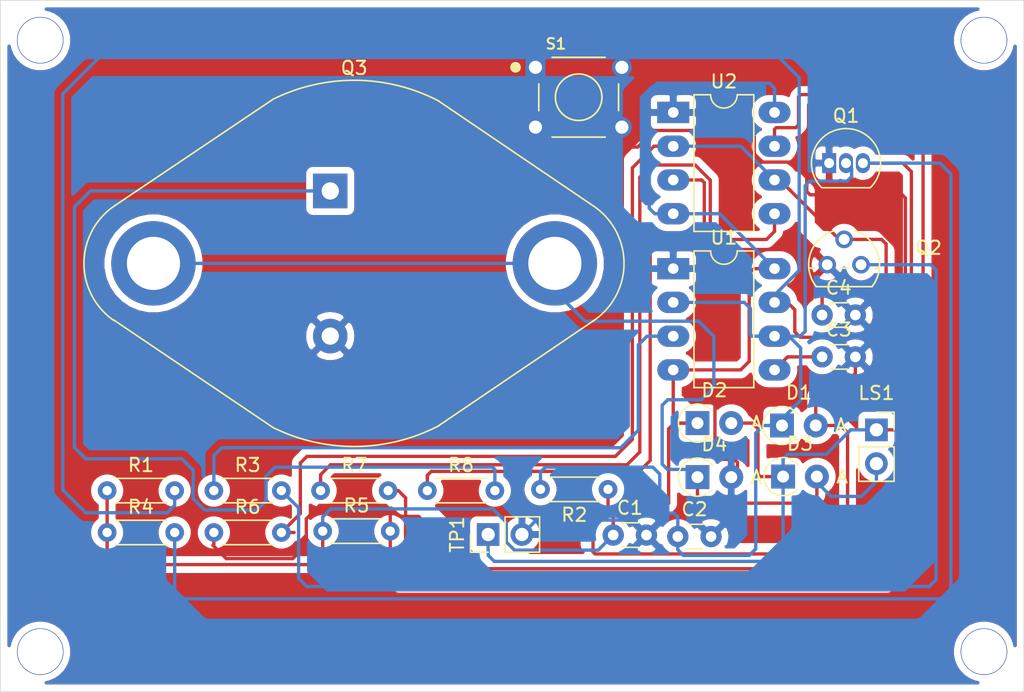
<source format=kicad_pcb>
(kicad_pcb (version 20171130) (host pcbnew "(5.1.12)-1")

  (general
    (thickness 1.6)
    (drawings 6)
    (tracks 301)
    (zones 0)
    (modules 24)
    (nets 16)
  )

  (page A4)
  (layers
    (0 F.Cu signal)
    (31 B.Cu signal)
    (32 B.Adhes user)
    (33 F.Adhes user)
    (34 B.Paste user)
    (35 F.Paste user)
    (36 B.SilkS user)
    (37 F.SilkS user)
    (38 B.Mask user)
    (39 F.Mask user)
    (40 Dwgs.User user)
    (41 Cmts.User user)
    (42 Eco1.User user)
    (43 Eco2.User user)
    (44 Edge.Cuts user)
    (45 Margin user)
    (46 B.CrtYd user)
    (47 F.CrtYd user)
    (48 B.Fab user)
    (49 F.Fab user)
  )

  (setup
    (last_trace_width 0.25)
    (trace_clearance 0.2)
    (zone_clearance 0.508)
    (zone_45_only no)
    (trace_min 0.2)
    (via_size 0.8)
    (via_drill 0.4)
    (via_min_size 0.4)
    (via_min_drill 0.3)
    (uvia_size 0.3)
    (uvia_drill 0.1)
    (uvias_allowed no)
    (uvia_min_size 0.2)
    (uvia_min_drill 0.1)
    (edge_width 0.05)
    (segment_width 0.2)
    (pcb_text_width 0.3)
    (pcb_text_size 1.5 1.5)
    (mod_edge_width 0.12)
    (mod_text_size 1 1)
    (mod_text_width 0.15)
    (pad_size 1.524 1.524)
    (pad_drill 0.762)
    (pad_to_mask_clearance 0)
    (aux_axis_origin 0 0)
    (visible_elements 7FFFFFFF)
    (pcbplotparams
      (layerselection 0x010fc_ffffffff)
      (usegerberextensions false)
      (usegerberattributes true)
      (usegerberadvancedattributes true)
      (creategerberjobfile true)
      (excludeedgelayer true)
      (linewidth 0.100000)
      (plotframeref false)
      (viasonmask false)
      (mode 1)
      (useauxorigin false)
      (hpglpennumber 1)
      (hpglpenspeed 20)
      (hpglpendiameter 15.000000)
      (psnegative false)
      (psa4output false)
      (plotreference true)
      (plotvalue true)
      (plotinvisibletext false)
      (padsonsilk false)
      (subtractmaskfromsilk false)
      (outputformat 1)
      (mirror false)
      (drillshape 1)
      (scaleselection 1)
      (outputdirectory ""))
  )

  (net 0 "")
  (net 1 Earth)
  (net 2 "Net-(C1-Pad1)")
  (net 3 "Net-(C2-Pad1)")
  (net 4 "Net-(C3-Pad1)")
  (net 5 "Net-(C4-Pad1)")
  (net 6 "Net-(D1-Pad2)")
  (net 7 "Net-(D2-Pad2)")
  (net 8 "Net-(D3-Pad2)")
  (net 9 "Net-(Q1-Pad3)")
  (net 10 "Net-(Q2-Pad1)")
  (net 11 "Net-(Q3-Pad1)")
  (net 12 "Net-(R3-Pad1)")
  (net 13 "Net-(R5-Pad2)")
  (net 14 "Net-(R7-Pad1)")
  (net 15 "Net-(R8-Pad1)")

  (net_class Default "This is the default net class."
    (clearance 0.2)
    (trace_width 0.25)
    (via_dia 0.8)
    (via_drill 0.4)
    (uvia_dia 0.3)
    (uvia_drill 0.1)
    (add_net Earth)
    (add_net "Net-(C1-Pad1)")
    (add_net "Net-(C2-Pad1)")
    (add_net "Net-(C3-Pad1)")
    (add_net "Net-(C4-Pad1)")
    (add_net "Net-(D1-Pad2)")
    (add_net "Net-(D2-Pad2)")
    (add_net "Net-(D3-Pad2)")
    (add_net "Net-(Q1-Pad3)")
    (add_net "Net-(Q2-Pad1)")
    (add_net "Net-(Q3-Pad1)")
    (add_net "Net-(R3-Pad1)")
    (add_net "Net-(R5-Pad2)")
    (add_net "Net-(R7-Pad1)")
    (add_net "Net-(R8-Pad1)")
  )

  (module FSM8JH:SW_FSM8JH (layer F.Cu) (tedit 64DF0F7E) (tstamp 64E73A09)
    (at 147.51 73.29)
    (path /64E7288E)
    (fp_text reference S1 (at -1.71258 -4.01401) (layer F.SilkS)
      (effects (font (size 0.801197 0.801197) (thickness 0.15)))
    )
    (fp_text value FSM8JH (at 0.50808 3.9377) (layer F.Fab)
      (effects (font (size 0.800142 0.800142) (thickness 0.15)))
    )
    (fp_line (start -2.995 -2.995) (end -2.995 2.995) (layer F.Fab) (width 0.127))
    (fp_line (start -2.995 2.995) (end 2.995 2.995) (layer F.Fab) (width 0.127))
    (fp_line (start 2.995 2.995) (end 2.995 -2.995) (layer F.Fab) (width 0.127))
    (fp_line (start 2.995 -2.995) (end -2.995 -2.995) (layer F.Fab) (width 0.127))
    (fp_circle (center 0 0) (end 1.75 0) (layer F.Fab) (width 0.127))
    (fp_line (start -3 -1) (end -3 1) (layer F.SilkS) (width 0.127))
    (fp_line (start 3 -1) (end 3 1) (layer F.SilkS) (width 0.127))
    (fp_line (start -2 -3) (end 2 -3) (layer F.SilkS) (width 0.127))
    (fp_line (start -2 3) (end 2 3) (layer F.SilkS) (width 0.127))
    (fp_circle (center 0 0) (end 1.75 0) (layer F.SilkS) (width 0.127))
    (fp_line (start -4.25 -3.25) (end 4.25 -3.25) (layer F.CrtYd) (width 0.05))
    (fp_line (start 4.25 -3.25) (end 4.25 3.245) (layer F.CrtYd) (width 0.05))
    (fp_line (start 4.25 3.245) (end -4.25 3.245) (layer F.CrtYd) (width 0.05))
    (fp_line (start -4.25 3.245) (end -4.25 -3.25) (layer F.CrtYd) (width 0.05))
    (fp_circle (center -4.75 -2.25) (end -4.55 -2.25) (layer F.SilkS) (width 0.4))
    (fp_circle (center -3.25 -2.25) (end -3.05 -2.25) (layer F.Fab) (width 0.4))
    (pad 4 thru_hole circle (at 3.25 2.25) (size 1.498 1.498) (drill 0.99) (layers *.Cu *.Mask)
      (net 1 Earth))
    (pad 2 thru_hole circle (at -3.25 2.25) (size 1.498 1.498) (drill 0.99) (layers *.Cu *.Mask)
      (net 7 "Net-(D2-Pad2)"))
    (pad 3 thru_hole circle (at 3.25 -2.25) (size 1.498 1.498) (drill 0.99) (layers *.Cu *.Mask)
      (net 1 Earth))
    (pad 1 thru_hole rect (at -3.25 -2.25) (size 1.498 1.498) (drill 0.99) (layers *.Cu *.Mask)
      (net 7 "Net-(D2-Pad2)"))
  )

  (module Package_DIP:DIP-8_W7.62mm_LongPads (layer F.Cu) (tedit 5A02E8C5) (tstamp 64E69317)
    (at 154.625001 74.435001)
    (descr "8-lead though-hole mounted DIP package, row spacing 7.62 mm (300 mils), LongPads")
    (tags "THT DIP DIL PDIP 2.54mm 7.62mm 300mil LongPads")
    (path /64E687C5)
    (fp_text reference U2 (at 3.81 -2.33) (layer F.SilkS)
      (effects (font (size 1 1) (thickness 0.15)))
    )
    (fp_text value LM555xM (at 3.81 9.95) (layer F.Fab)
      (effects (font (size 1 1) (thickness 0.15)))
    )
    (fp_line (start 9.1 -1.55) (end -1.45 -1.55) (layer F.CrtYd) (width 0.05))
    (fp_line (start 9.1 9.15) (end 9.1 -1.55) (layer F.CrtYd) (width 0.05))
    (fp_line (start -1.45 9.15) (end 9.1 9.15) (layer F.CrtYd) (width 0.05))
    (fp_line (start -1.45 -1.55) (end -1.45 9.15) (layer F.CrtYd) (width 0.05))
    (fp_line (start 6.06 -1.33) (end 4.81 -1.33) (layer F.SilkS) (width 0.12))
    (fp_line (start 6.06 8.95) (end 6.06 -1.33) (layer F.SilkS) (width 0.12))
    (fp_line (start 1.56 8.95) (end 6.06 8.95) (layer F.SilkS) (width 0.12))
    (fp_line (start 1.56 -1.33) (end 1.56 8.95) (layer F.SilkS) (width 0.12))
    (fp_line (start 2.81 -1.33) (end 1.56 -1.33) (layer F.SilkS) (width 0.12))
    (fp_line (start 0.635 -0.27) (end 1.635 -1.27) (layer F.Fab) (width 0.1))
    (fp_line (start 0.635 8.89) (end 0.635 -0.27) (layer F.Fab) (width 0.1))
    (fp_line (start 6.985 8.89) (end 0.635 8.89) (layer F.Fab) (width 0.1))
    (fp_line (start 6.985 -1.27) (end 6.985 8.89) (layer F.Fab) (width 0.1))
    (fp_line (start 1.635 -1.27) (end 6.985 -1.27) (layer F.Fab) (width 0.1))
    (fp_text user %R (at 3.81 3.81) (layer F.Fab)
      (effects (font (size 1 1) (thickness 0.15)))
    )
    (fp_arc (start 3.81 -1.33) (end 2.81 -1.33) (angle -180) (layer F.SilkS) (width 0.12))
    (pad 8 thru_hole oval (at 7.62 0) (size 2.4 1.6) (drill 0.8) (layers *.Cu *.Mask)
      (net 2 "Net-(C1-Pad1)"))
    (pad 4 thru_hole oval (at 0 7.62) (size 2.4 1.6) (drill 0.8) (layers *.Cu *.Mask)
      (net 2 "Net-(C1-Pad1)"))
    (pad 7 thru_hole oval (at 7.62 2.54) (size 2.4 1.6) (drill 0.8) (layers *.Cu *.Mask)
      (net 13 "Net-(R5-Pad2)"))
    (pad 3 thru_hole oval (at 0 5.08) (size 2.4 1.6) (drill 0.8) (layers *.Cu *.Mask)
      (net 15 "Net-(R8-Pad1)"))
    (pad 6 thru_hole oval (at 7.62 5.08) (size 2.4 1.6) (drill 0.8) (layers *.Cu *.Mask)
      (net 5 "Net-(C4-Pad1)"))
    (pad 2 thru_hole oval (at 0 2.54) (size 2.4 1.6) (drill 0.8) (layers *.Cu *.Mask)
      (net 5 "Net-(C4-Pad1)"))
    (pad 5 thru_hole oval (at 7.62 7.62) (size 2.4 1.6) (drill 0.8) (layers *.Cu *.Mask)
      (net 14 "Net-(R7-Pad1)"))
    (pad 1 thru_hole rect (at 0 0) (size 2.4 1.6) (drill 0.8) (layers *.Cu *.Mask)
      (net 1 Earth))
    (model ${KISYS3DMOD}/Package_DIP.3dshapes/DIP-8_W7.62mm.wrl
      (at (xyz 0 0 0))
      (scale (xyz 1 1 1))
      (rotate (xyz 0 0 0))
    )
  )

  (module Package_DIP:DIP-8_W7.62mm_LongPads (layer F.Cu) (tedit 5A02E8C5) (tstamp 64E692FB)
    (at 154.625001 86.185001)
    (descr "8-lead though-hole mounted DIP package, row spacing 7.62 mm (300 mils), LongPads")
    (tags "THT DIP DIL PDIP 2.54mm 7.62mm 300mil LongPads")
    (path /64E64992)
    (fp_text reference U1 (at 3.81 -2.33) (layer F.SilkS)
      (effects (font (size 1 1) (thickness 0.15)))
    )
    (fp_text value LM555xM (at 3.81 9.95) (layer F.Fab)
      (effects (font (size 1 1) (thickness 0.15)))
    )
    (fp_line (start 9.1 -1.55) (end -1.45 -1.55) (layer F.CrtYd) (width 0.05))
    (fp_line (start 9.1 9.15) (end 9.1 -1.55) (layer F.CrtYd) (width 0.05))
    (fp_line (start -1.45 9.15) (end 9.1 9.15) (layer F.CrtYd) (width 0.05))
    (fp_line (start -1.45 -1.55) (end -1.45 9.15) (layer F.CrtYd) (width 0.05))
    (fp_line (start 6.06 -1.33) (end 4.81 -1.33) (layer F.SilkS) (width 0.12))
    (fp_line (start 6.06 8.95) (end 6.06 -1.33) (layer F.SilkS) (width 0.12))
    (fp_line (start 1.56 8.95) (end 6.06 8.95) (layer F.SilkS) (width 0.12))
    (fp_line (start 1.56 -1.33) (end 1.56 8.95) (layer F.SilkS) (width 0.12))
    (fp_line (start 2.81 -1.33) (end 1.56 -1.33) (layer F.SilkS) (width 0.12))
    (fp_line (start 0.635 -0.27) (end 1.635 -1.27) (layer F.Fab) (width 0.1))
    (fp_line (start 0.635 8.89) (end 0.635 -0.27) (layer F.Fab) (width 0.1))
    (fp_line (start 6.985 8.89) (end 0.635 8.89) (layer F.Fab) (width 0.1))
    (fp_line (start 6.985 -1.27) (end 6.985 8.89) (layer F.Fab) (width 0.1))
    (fp_line (start 1.635 -1.27) (end 6.985 -1.27) (layer F.Fab) (width 0.1))
    (fp_text user %R (at 3.81 3.81) (layer F.Fab)
      (effects (font (size 1 1) (thickness 0.15)))
    )
    (fp_arc (start 3.81 -1.33) (end 2.81 -1.33) (angle -180) (layer F.SilkS) (width 0.12))
    (pad 8 thru_hole oval (at 7.62 0) (size 2.4 1.6) (drill 0.8) (layers *.Cu *.Mask)
      (net 2 "Net-(C1-Pad1)"))
    (pad 4 thru_hole oval (at 0 7.62) (size 2.4 1.6) (drill 0.8) (layers *.Cu *.Mask)
      (net 2 "Net-(C1-Pad1)"))
    (pad 7 thru_hole oval (at 7.62 2.54) (size 2.4 1.6) (drill 0.8) (layers *.Cu *.Mask)
      (net 6 "Net-(D1-Pad2)"))
    (pad 3 thru_hole oval (at 0 5.08) (size 2.4 1.6) (drill 0.8) (layers *.Cu *.Mask)
      (net 12 "Net-(R3-Pad1)"))
    (pad 6 thru_hole oval (at 7.62 5.08) (size 2.4 1.6) (drill 0.8) (layers *.Cu *.Mask)
      (net 3 "Net-(C2-Pad1)"))
    (pad 2 thru_hole oval (at 0 2.54) (size 2.4 1.6) (drill 0.8) (layers *.Cu *.Mask)
      (net 3 "Net-(C2-Pad1)"))
    (pad 5 thru_hole oval (at 7.62 7.62) (size 2.4 1.6) (drill 0.8) (layers *.Cu *.Mask)
      (net 4 "Net-(C3-Pad1)"))
    (pad 1 thru_hole rect (at 0 0) (size 2.4 1.6) (drill 0.8) (layers *.Cu *.Mask)
      (net 1 Earth))
    (model ${KISYS3DMOD}/Package_DIP.3dshapes/DIP-8_W7.62mm.wrl
      (at (xyz 0 0 0))
      (scale (xyz 1 1 1))
      (rotate (xyz 0 0 0))
    )
  )

  (module Connector_PinHeader_2.54mm:PinHeader_1x02_P2.54mm_Vertical (layer F.Cu) (tedit 59FED5CC) (tstamp 64E692DF)
    (at 140.7 106.188 90)
    (descr "Through hole straight pin header, 1x02, 2.54mm pitch, single row")
    (tags "Through hole pin header THT 1x02 2.54mm single row")
    (path /64E78C47)
    (fp_text reference TP1 (at 0 -2.33 90) (layer F.SilkS)
      (effects (font (size 1 1) (thickness 0.15)))
    )
    (fp_text value "12V OR 15V" (at 0 4.87 90) (layer F.Fab)
      (effects (font (size 1 1) (thickness 0.15)))
    )
    (fp_line (start 1.8 -1.8) (end -1.8 -1.8) (layer F.CrtYd) (width 0.05))
    (fp_line (start 1.8 4.35) (end 1.8 -1.8) (layer F.CrtYd) (width 0.05))
    (fp_line (start -1.8 4.35) (end 1.8 4.35) (layer F.CrtYd) (width 0.05))
    (fp_line (start -1.8 -1.8) (end -1.8 4.35) (layer F.CrtYd) (width 0.05))
    (fp_line (start -1.33 -1.33) (end 0 -1.33) (layer F.SilkS) (width 0.12))
    (fp_line (start -1.33 0) (end -1.33 -1.33) (layer F.SilkS) (width 0.12))
    (fp_line (start -1.33 1.27) (end 1.33 1.27) (layer F.SilkS) (width 0.12))
    (fp_line (start 1.33 1.27) (end 1.33 3.87) (layer F.SilkS) (width 0.12))
    (fp_line (start -1.33 1.27) (end -1.33 3.87) (layer F.SilkS) (width 0.12))
    (fp_line (start -1.33 3.87) (end 1.33 3.87) (layer F.SilkS) (width 0.12))
    (fp_line (start -1.27 -0.635) (end -0.635 -1.27) (layer F.Fab) (width 0.1))
    (fp_line (start -1.27 3.81) (end -1.27 -0.635) (layer F.Fab) (width 0.1))
    (fp_line (start 1.27 3.81) (end -1.27 3.81) (layer F.Fab) (width 0.1))
    (fp_line (start 1.27 -1.27) (end 1.27 3.81) (layer F.Fab) (width 0.1))
    (fp_line (start -0.635 -1.27) (end 1.27 -1.27) (layer F.Fab) (width 0.1))
    (fp_text user %R (at 0 1.27) (layer F.Fab)
      (effects (font (size 1 1) (thickness 0.15)))
    )
    (pad 2 thru_hole oval (at 0 2.54 90) (size 1.7 1.7) (drill 1) (layers *.Cu *.Mask)
      (net 1 Earth))
    (pad 1 thru_hole rect (at 0 0 90) (size 1.7 1.7) (drill 1) (layers *.Cu *.Mask)
      (net 7 "Net-(D2-Pad2)"))
    (model ${KISYS3DMOD}/Connector_PinHeader_2.54mm.3dshapes/PinHeader_1x02_P2.54mm_Vertical.wrl
      (at (xyz 0 0 0))
      (scale (xyz 1 1 1))
      (rotate (xyz 0 0 0))
    )
  )

  (module Resistor_THT:R_Axial_DIN0204_L3.6mm_D1.6mm_P5.08mm_Horizontal (layer F.Cu) (tedit 5AE5139B) (tstamp 64E692C9)
    (at 136.125001 102.885001)
    (descr "Resistor, Axial_DIN0204 series, Axial, Horizontal, pin pitch=5.08mm, 0.167W, length*diameter=3.6*1.6mm^2, http://cdn-reichelt.de/documents/datenblatt/B400/1_4W%23YAG.pdf")
    (tags "Resistor Axial_DIN0204 series Axial Horizontal pin pitch 5.08mm 0.167W length 3.6mm diameter 1.6mm")
    (path /64E6817F)
    (fp_text reference R8 (at 2.54 -1.92) (layer F.SilkS)
      (effects (font (size 1 1) (thickness 0.15)))
    )
    (fp_text value R (at 2.54 1.92) (layer F.Fab)
      (effects (font (size 1 1) (thickness 0.15)))
    )
    (fp_line (start 6.03 -1.05) (end -0.95 -1.05) (layer F.CrtYd) (width 0.05))
    (fp_line (start 6.03 1.05) (end 6.03 -1.05) (layer F.CrtYd) (width 0.05))
    (fp_line (start -0.95 1.05) (end 6.03 1.05) (layer F.CrtYd) (width 0.05))
    (fp_line (start -0.95 -1.05) (end -0.95 1.05) (layer F.CrtYd) (width 0.05))
    (fp_line (start 0.62 0.92) (end 4.46 0.92) (layer F.SilkS) (width 0.12))
    (fp_line (start 0.62 -0.92) (end 4.46 -0.92) (layer F.SilkS) (width 0.12))
    (fp_line (start 5.08 0) (end 4.34 0) (layer F.Fab) (width 0.1))
    (fp_line (start 0 0) (end 0.74 0) (layer F.Fab) (width 0.1))
    (fp_line (start 4.34 -0.8) (end 0.74 -0.8) (layer F.Fab) (width 0.1))
    (fp_line (start 4.34 0.8) (end 4.34 -0.8) (layer F.Fab) (width 0.1))
    (fp_line (start 0.74 0.8) (end 4.34 0.8) (layer F.Fab) (width 0.1))
    (fp_line (start 0.74 -0.8) (end 0.74 0.8) (layer F.Fab) (width 0.1))
    (fp_text user %R (at 2.54 0) (layer F.Fab)
      (effects (font (size 0.72 0.72) (thickness 0.108)))
    )
    (pad 2 thru_hole oval (at 5.08 0) (size 1.4 1.4) (drill 0.7) (layers *.Cu *.Mask)
      (net 11 "Net-(Q3-Pad1)"))
    (pad 1 thru_hole circle (at 0 0) (size 1.4 1.4) (drill 0.7) (layers *.Cu *.Mask)
      (net 15 "Net-(R8-Pad1)"))
    (model ${KISYS3DMOD}/Resistor_THT.3dshapes/R_Axial_DIN0204_L3.6mm_D1.6mm_P5.08mm_Horizontal.wrl
      (at (xyz 0 0 0))
      (scale (xyz 1 1 1))
      (rotate (xyz 0 0 0))
    )
  )

  (module Resistor_THT:R_Axial_DIN0204_L3.6mm_D1.6mm_P5.08mm_Horizontal (layer F.Cu) (tedit 5AE5139B) (tstamp 64E692B6)
    (at 128.095001 102.885001)
    (descr "Resistor, Axial_DIN0204 series, Axial, Horizontal, pin pitch=5.08mm, 0.167W, length*diameter=3.6*1.6mm^2, http://cdn-reichelt.de/documents/datenblatt/B400/1_4W%23YAG.pdf")
    (tags "Resistor Axial_DIN0204 series Axial Horizontal pin pitch 5.08mm 0.167W length 3.6mm diameter 1.6mm")
    (path /64E67B4A)
    (fp_text reference R7 (at 2.54 -1.92) (layer F.SilkS)
      (effects (font (size 1 1) (thickness 0.15)))
    )
    (fp_text value 2.7K (at 2.54 1.92) (layer F.Fab)
      (effects (font (size 1 1) (thickness 0.15)))
    )
    (fp_line (start 6.03 -1.05) (end -0.95 -1.05) (layer F.CrtYd) (width 0.05))
    (fp_line (start 6.03 1.05) (end 6.03 -1.05) (layer F.CrtYd) (width 0.05))
    (fp_line (start -0.95 1.05) (end 6.03 1.05) (layer F.CrtYd) (width 0.05))
    (fp_line (start -0.95 -1.05) (end -0.95 1.05) (layer F.CrtYd) (width 0.05))
    (fp_line (start 0.62 0.92) (end 4.46 0.92) (layer F.SilkS) (width 0.12))
    (fp_line (start 0.62 -0.92) (end 4.46 -0.92) (layer F.SilkS) (width 0.12))
    (fp_line (start 5.08 0) (end 4.34 0) (layer F.Fab) (width 0.1))
    (fp_line (start 0 0) (end 0.74 0) (layer F.Fab) (width 0.1))
    (fp_line (start 4.34 -0.8) (end 0.74 -0.8) (layer F.Fab) (width 0.1))
    (fp_line (start 4.34 0.8) (end 4.34 -0.8) (layer F.Fab) (width 0.1))
    (fp_line (start 0.74 0.8) (end 4.34 0.8) (layer F.Fab) (width 0.1))
    (fp_line (start 0.74 -0.8) (end 0.74 0.8) (layer F.Fab) (width 0.1))
    (fp_text user %R (at 2.54 0) (layer F.Fab)
      (effects (font (size 0.72 0.72) (thickness 0.108)))
    )
    (pad 2 thru_hole oval (at 5.08 0) (size 1.4 1.4) (drill 0.7) (layers *.Cu *.Mask)
      (net 9 "Net-(Q1-Pad3)"))
    (pad 1 thru_hole circle (at 0 0) (size 1.4 1.4) (drill 0.7) (layers *.Cu *.Mask)
      (net 14 "Net-(R7-Pad1)"))
    (model ${KISYS3DMOD}/Resistor_THT.3dshapes/R_Axial_DIN0204_L3.6mm_D1.6mm_P5.08mm_Horizontal.wrl
      (at (xyz 0 0 0))
      (scale (xyz 1 1 1))
      (rotate (xyz 0 0 0))
    )
  )

  (module Resistor_THT:R_Axial_DIN0204_L3.6mm_D1.6mm_P5.08mm_Horizontal (layer F.Cu) (tedit 5AE5139B) (tstamp 64E692A3)
    (at 120.065001 106.035001)
    (descr "Resistor, Axial_DIN0204 series, Axial, Horizontal, pin pitch=5.08mm, 0.167W, length*diameter=3.6*1.6mm^2, http://cdn-reichelt.de/documents/datenblatt/B400/1_4W%23YAG.pdf")
    (tags "Resistor Axial_DIN0204 series Axial Horizontal pin pitch 5.08mm 0.167W length 3.6mm diameter 1.6mm")
    (path /64E67799)
    (fp_text reference R6 (at 2.54 -1.92) (layer F.SilkS)
      (effects (font (size 1 1) (thickness 0.15)))
    )
    (fp_text value 100K (at 2.54 1.92) (layer F.Fab)
      (effects (font (size 1 1) (thickness 0.15)))
    )
    (fp_line (start 6.03 -1.05) (end -0.95 -1.05) (layer F.CrtYd) (width 0.05))
    (fp_line (start 6.03 1.05) (end 6.03 -1.05) (layer F.CrtYd) (width 0.05))
    (fp_line (start -0.95 1.05) (end 6.03 1.05) (layer F.CrtYd) (width 0.05))
    (fp_line (start -0.95 -1.05) (end -0.95 1.05) (layer F.CrtYd) (width 0.05))
    (fp_line (start 0.62 0.92) (end 4.46 0.92) (layer F.SilkS) (width 0.12))
    (fp_line (start 0.62 -0.92) (end 4.46 -0.92) (layer F.SilkS) (width 0.12))
    (fp_line (start 5.08 0) (end 4.34 0) (layer F.Fab) (width 0.1))
    (fp_line (start 0 0) (end 0.74 0) (layer F.Fab) (width 0.1))
    (fp_line (start 4.34 -0.8) (end 0.74 -0.8) (layer F.Fab) (width 0.1))
    (fp_line (start 4.34 0.8) (end 4.34 -0.8) (layer F.Fab) (width 0.1))
    (fp_line (start 0.74 0.8) (end 4.34 0.8) (layer F.Fab) (width 0.1))
    (fp_line (start 0.74 -0.8) (end 0.74 0.8) (layer F.Fab) (width 0.1))
    (fp_text user %R (at 2.54 0) (layer F.Fab)
      (effects (font (size 0.72 0.72) (thickness 0.108)))
    )
    (pad 2 thru_hole oval (at 5.08 0) (size 1.4 1.4) (drill 0.7) (layers *.Cu *.Mask)
      (net 5 "Net-(C4-Pad1)"))
    (pad 1 thru_hole circle (at 0 0) (size 1.4 1.4) (drill 0.7) (layers *.Cu *.Mask)
      (net 13 "Net-(R5-Pad2)"))
    (model ${KISYS3DMOD}/Resistor_THT.3dshapes/R_Axial_DIN0204_L3.6mm_D1.6mm_P5.08mm_Horizontal.wrl
      (at (xyz 0 0 0))
      (scale (xyz 1 1 1))
      (rotate (xyz 0 0 0))
    )
  )

  (module Resistor_THT:R_Axial_DIN0204_L3.6mm_D1.6mm_P5.08mm_Horizontal (layer F.Cu) (tedit 5AE5139B) (tstamp 64E69290)
    (at 128.254 105.934)
    (descr "Resistor, Axial_DIN0204 series, Axial, Horizontal, pin pitch=5.08mm, 0.167W, length*diameter=3.6*1.6mm^2, http://cdn-reichelt.de/documents/datenblatt/B400/1_4W%23YAG.pdf")
    (tags "Resistor Axial_DIN0204 series Axial Horizontal pin pitch 5.08mm 0.167W length 3.6mm diameter 1.6mm")
    (path /64E6747E)
    (fp_text reference R5 (at 2.54 -1.92) (layer F.SilkS)
      (effects (font (size 1 1) (thickness 0.15)))
    )
    (fp_text value 10K (at 2.54 1.92) (layer F.Fab)
      (effects (font (size 1 1) (thickness 0.15)))
    )
    (fp_line (start 6.03 -1.05) (end -0.95 -1.05) (layer F.CrtYd) (width 0.05))
    (fp_line (start 6.03 1.05) (end 6.03 -1.05) (layer F.CrtYd) (width 0.05))
    (fp_line (start -0.95 1.05) (end 6.03 1.05) (layer F.CrtYd) (width 0.05))
    (fp_line (start -0.95 -1.05) (end -0.95 1.05) (layer F.CrtYd) (width 0.05))
    (fp_line (start 0.62 0.92) (end 4.46 0.92) (layer F.SilkS) (width 0.12))
    (fp_line (start 0.62 -0.92) (end 4.46 -0.92) (layer F.SilkS) (width 0.12))
    (fp_line (start 5.08 0) (end 4.34 0) (layer F.Fab) (width 0.1))
    (fp_line (start 0 0) (end 0.74 0) (layer F.Fab) (width 0.1))
    (fp_line (start 4.34 -0.8) (end 0.74 -0.8) (layer F.Fab) (width 0.1))
    (fp_line (start 4.34 0.8) (end 4.34 -0.8) (layer F.Fab) (width 0.1))
    (fp_line (start 0.74 0.8) (end 4.34 0.8) (layer F.Fab) (width 0.1))
    (fp_line (start 0.74 -0.8) (end 0.74 0.8) (layer F.Fab) (width 0.1))
    (fp_text user %R (at 2.54 0) (layer F.Fab)
      (effects (font (size 0.72 0.72) (thickness 0.108)))
    )
    (pad 2 thru_hole oval (at 5.08 0) (size 1.4 1.4) (drill 0.7) (layers *.Cu *.Mask)
      (net 13 "Net-(R5-Pad2)"))
    (pad 1 thru_hole circle (at 0 0) (size 1.4 1.4) (drill 0.7) (layers *.Cu *.Mask)
      (net 2 "Net-(C1-Pad1)"))
    (model ${KISYS3DMOD}/Resistor_THT.3dshapes/R_Axial_DIN0204_L3.6mm_D1.6mm_P5.08mm_Horizontal.wrl
      (at (xyz 0 0 0))
      (scale (xyz 1 1 1))
      (rotate (xyz 0 0 0))
    )
  )

  (module Resistor_THT:R_Axial_DIN0204_L3.6mm_D1.6mm_P5.08mm_Horizontal (layer F.Cu) (tedit 5AE5139B) (tstamp 64E6927D)
    (at 112.035001 106.035001)
    (descr "Resistor, Axial_DIN0204 series, Axial, Horizontal, pin pitch=5.08mm, 0.167W, length*diameter=3.6*1.6mm^2, http://cdn-reichelt.de/documents/datenblatt/B400/1_4W%23YAG.pdf")
    (tags "Resistor Axial_DIN0204 series Axial Horizontal pin pitch 5.08mm 0.167W length 3.6mm diameter 1.6mm")
    (path /64E66E11)
    (fp_text reference R4 (at 2.54 -1.92) (layer F.SilkS)
      (effects (font (size 1 1) (thickness 0.15)))
    )
    (fp_text value 4.7K (at 2.54 1.92) (layer F.Fab)
      (effects (font (size 1 1) (thickness 0.15)))
    )
    (fp_line (start 6.03 -1.05) (end -0.95 -1.05) (layer F.CrtYd) (width 0.05))
    (fp_line (start 6.03 1.05) (end 6.03 -1.05) (layer F.CrtYd) (width 0.05))
    (fp_line (start -0.95 1.05) (end 6.03 1.05) (layer F.CrtYd) (width 0.05))
    (fp_line (start -0.95 -1.05) (end -0.95 1.05) (layer F.CrtYd) (width 0.05))
    (fp_line (start 0.62 0.92) (end 4.46 0.92) (layer F.SilkS) (width 0.12))
    (fp_line (start 0.62 -0.92) (end 4.46 -0.92) (layer F.SilkS) (width 0.12))
    (fp_line (start 5.08 0) (end 4.34 0) (layer F.Fab) (width 0.1))
    (fp_line (start 0 0) (end 0.74 0) (layer F.Fab) (width 0.1))
    (fp_line (start 4.34 -0.8) (end 0.74 -0.8) (layer F.Fab) (width 0.1))
    (fp_line (start 4.34 0.8) (end 4.34 -0.8) (layer F.Fab) (width 0.1))
    (fp_line (start 0.74 0.8) (end 4.34 0.8) (layer F.Fab) (width 0.1))
    (fp_line (start 0.74 -0.8) (end 0.74 0.8) (layer F.Fab) (width 0.1))
    (fp_text user %R (at 2.54 0) (layer F.Fab)
      (effects (font (size 0.72 0.72) (thickness 0.108)))
    )
    (pad 2 thru_hole oval (at 5.08 0) (size 1.4 1.4) (drill 0.7) (layers *.Cu *.Mask)
      (net 9 "Net-(Q1-Pad3)"))
    (pad 1 thru_hole circle (at 0 0) (size 1.4 1.4) (drill 0.7) (layers *.Cu *.Mask)
      (net 2 "Net-(C1-Pad1)"))
    (model ${KISYS3DMOD}/Resistor_THT.3dshapes/R_Axial_DIN0204_L3.6mm_D1.6mm_P5.08mm_Horizontal.wrl
      (at (xyz 0 0 0))
      (scale (xyz 1 1 1))
      (rotate (xyz 0 0 0))
    )
  )

  (module Resistor_THT:R_Axial_DIN0204_L3.6mm_D1.6mm_P5.08mm_Horizontal (layer F.Cu) (tedit 5AE5139B) (tstamp 64E6926A)
    (at 120.065001 102.885001)
    (descr "Resistor, Axial_DIN0204 series, Axial, Horizontal, pin pitch=5.08mm, 0.167W, length*diameter=3.6*1.6mm^2, http://cdn-reichelt.de/documents/datenblatt/B400/1_4W%23YAG.pdf")
    (tags "Resistor Axial_DIN0204 series Axial Horizontal pin pitch 5.08mm 0.167W length 3.6mm diameter 1.6mm")
    (path /64E66A06)
    (fp_text reference R3 (at 2.54 -1.92) (layer F.SilkS)
      (effects (font (size 1 1) (thickness 0.15)))
    )
    (fp_text value 12K (at 2.54 1.92) (layer F.Fab)
      (effects (font (size 1 1) (thickness 0.15)))
    )
    (fp_line (start 6.03 -1.05) (end -0.95 -1.05) (layer F.CrtYd) (width 0.05))
    (fp_line (start 6.03 1.05) (end 6.03 -1.05) (layer F.CrtYd) (width 0.05))
    (fp_line (start -0.95 1.05) (end 6.03 1.05) (layer F.CrtYd) (width 0.05))
    (fp_line (start -0.95 -1.05) (end -0.95 1.05) (layer F.CrtYd) (width 0.05))
    (fp_line (start 0.62 0.92) (end 4.46 0.92) (layer F.SilkS) (width 0.12))
    (fp_line (start 0.62 -0.92) (end 4.46 -0.92) (layer F.SilkS) (width 0.12))
    (fp_line (start 5.08 0) (end 4.34 0) (layer F.Fab) (width 0.1))
    (fp_line (start 0 0) (end 0.74 0) (layer F.Fab) (width 0.1))
    (fp_line (start 4.34 -0.8) (end 0.74 -0.8) (layer F.Fab) (width 0.1))
    (fp_line (start 4.34 0.8) (end 4.34 -0.8) (layer F.Fab) (width 0.1))
    (fp_line (start 0.74 0.8) (end 4.34 0.8) (layer F.Fab) (width 0.1))
    (fp_line (start 0.74 -0.8) (end 0.74 0.8) (layer F.Fab) (width 0.1))
    (fp_text user %R (at 2.54 0) (layer F.Fab)
      (effects (font (size 0.72 0.72) (thickness 0.108)))
    )
    (pad 2 thru_hole oval (at 5.08 0) (size 1.4 1.4) (drill 0.7) (layers *.Cu *.Mask)
      (net 10 "Net-(Q2-Pad1)"))
    (pad 1 thru_hole circle (at 0 0) (size 1.4 1.4) (drill 0.7) (layers *.Cu *.Mask)
      (net 12 "Net-(R3-Pad1)"))
    (model ${KISYS3DMOD}/Resistor_THT.3dshapes/R_Axial_DIN0204_L3.6mm_D1.6mm_P5.08mm_Horizontal.wrl
      (at (xyz 0 0 0))
      (scale (xyz 1 1 1))
      (rotate (xyz 0 0 0))
    )
  )

  (module Resistor_THT:R_Axial_DIN0204_L3.6mm_D1.6mm_P5.08mm_Horizontal (layer F.Cu) (tedit 5AE5139B) (tstamp 64E69257)
    (at 149.72 102.79 180)
    (descr "Resistor, Axial_DIN0204 series, Axial, Horizontal, pin pitch=5.08mm, 0.167W, length*diameter=3.6*1.6mm^2, http://cdn-reichelt.de/documents/datenblatt/B400/1_4W%23YAG.pdf")
    (tags "Resistor Axial_DIN0204 series Axial Horizontal pin pitch 5.08mm 0.167W length 3.6mm diameter 1.6mm")
    (path /64E6594A)
    (fp_text reference R2 (at 2.54 -1.92) (layer F.SilkS)
      (effects (font (size 1 1) (thickness 0.15)))
    )
    (fp_text value 33K (at 2.54 1.92) (layer F.Fab)
      (effects (font (size 1 1) (thickness 0.15)))
    )
    (fp_line (start 6.03 -1.05) (end -0.95 -1.05) (layer F.CrtYd) (width 0.05))
    (fp_line (start 6.03 1.05) (end 6.03 -1.05) (layer F.CrtYd) (width 0.05))
    (fp_line (start -0.95 1.05) (end 6.03 1.05) (layer F.CrtYd) (width 0.05))
    (fp_line (start -0.95 -1.05) (end -0.95 1.05) (layer F.CrtYd) (width 0.05))
    (fp_line (start 0.62 0.92) (end 4.46 0.92) (layer F.SilkS) (width 0.12))
    (fp_line (start 0.62 -0.92) (end 4.46 -0.92) (layer F.SilkS) (width 0.12))
    (fp_line (start 5.08 0) (end 4.34 0) (layer F.Fab) (width 0.1))
    (fp_line (start 0 0) (end 0.74 0) (layer F.Fab) (width 0.1))
    (fp_line (start 4.34 -0.8) (end 0.74 -0.8) (layer F.Fab) (width 0.1))
    (fp_line (start 4.34 0.8) (end 4.34 -0.8) (layer F.Fab) (width 0.1))
    (fp_line (start 0.74 0.8) (end 4.34 0.8) (layer F.Fab) (width 0.1))
    (fp_line (start 0.74 -0.8) (end 0.74 0.8) (layer F.Fab) (width 0.1))
    (fp_text user %R (at 2.54 0) (layer F.Fab)
      (effects (font (size 0.72 0.72) (thickness 0.108)))
    )
    (pad 2 thru_hole oval (at 5.08 0 180) (size 1.4 1.4) (drill 0.7) (layers *.Cu *.Mask)
      (net 3 "Net-(C2-Pad1)"))
    (pad 1 thru_hole circle (at 0 0 180) (size 1.4 1.4) (drill 0.7) (layers *.Cu *.Mask)
      (net 6 "Net-(D1-Pad2)"))
    (model ${KISYS3DMOD}/Resistor_THT.3dshapes/R_Axial_DIN0204_L3.6mm_D1.6mm_P5.08mm_Horizontal.wrl
      (at (xyz 0 0 0))
      (scale (xyz 1 1 1))
      (rotate (xyz 0 0 0))
    )
  )

  (module Resistor_THT:R_Axial_DIN0204_L3.6mm_D1.6mm_P5.08mm_Horizontal (layer F.Cu) (tedit 5AE5139B) (tstamp 64E69244)
    (at 112.035001 102.885001)
    (descr "Resistor, Axial_DIN0204 series, Axial, Horizontal, pin pitch=5.08mm, 0.167W, length*diameter=3.6*1.6mm^2, http://cdn-reichelt.de/documents/datenblatt/B400/1_4W%23YAG.pdf")
    (tags "Resistor Axial_DIN0204 series Axial Horizontal pin pitch 5.08mm 0.167W length 3.6mm diameter 1.6mm")
    (path /64E661D0)
    (fp_text reference R1 (at 2.54 -1.92) (layer F.SilkS)
      (effects (font (size 1 1) (thickness 0.15)))
    )
    (fp_text value 10K (at 2.54 1.92) (layer F.Fab)
      (effects (font (size 1 1) (thickness 0.15)))
    )
    (fp_line (start 6.03 -1.05) (end -0.95 -1.05) (layer F.CrtYd) (width 0.05))
    (fp_line (start 6.03 1.05) (end 6.03 -1.05) (layer F.CrtYd) (width 0.05))
    (fp_line (start -0.95 1.05) (end 6.03 1.05) (layer F.CrtYd) (width 0.05))
    (fp_line (start -0.95 -1.05) (end -0.95 1.05) (layer F.CrtYd) (width 0.05))
    (fp_line (start 0.62 0.92) (end 4.46 0.92) (layer F.SilkS) (width 0.12))
    (fp_line (start 0.62 -0.92) (end 4.46 -0.92) (layer F.SilkS) (width 0.12))
    (fp_line (start 5.08 0) (end 4.34 0) (layer F.Fab) (width 0.1))
    (fp_line (start 0 0) (end 0.74 0) (layer F.Fab) (width 0.1))
    (fp_line (start 4.34 -0.8) (end 0.74 -0.8) (layer F.Fab) (width 0.1))
    (fp_line (start 4.34 0.8) (end 4.34 -0.8) (layer F.Fab) (width 0.1))
    (fp_line (start 0.74 0.8) (end 4.34 0.8) (layer F.Fab) (width 0.1))
    (fp_line (start 0.74 -0.8) (end 0.74 0.8) (layer F.Fab) (width 0.1))
    (fp_text user %R (at 2.54 0) (layer F.Fab)
      (effects (font (size 0.72 0.72) (thickness 0.108)))
    )
    (pad 2 thru_hole oval (at 5.08 0) (size 1.4 1.4) (drill 0.7) (layers *.Cu *.Mask)
      (net 6 "Net-(D1-Pad2)"))
    (pad 1 thru_hole circle (at 0 0) (size 1.4 1.4) (drill 0.7) (layers *.Cu *.Mask)
      (net 2 "Net-(C1-Pad1)"))
    (model ${KISYS3DMOD}/Resistor_THT.3dshapes/R_Axial_DIN0204_L3.6mm_D1.6mm_P5.08mm_Horizontal.wrl
      (at (xyz 0 0 0))
      (scale (xyz 1 1 1))
      (rotate (xyz 0 0 0))
    )
  )

  (module Package_TO_SOT_THT:TO-3 (layer F.Cu) (tedit 5A02FF81) (tstamp 64E69231)
    (at 128.82 80.34)
    (descr "Transistor TO-3")
    (tags "TR TO-3 TO3 TO-204")
    (path /64E6D858)
    (fp_text reference Q3 (at 1.8 -9.25) (layer F.SilkS)
      (effects (font (size 1 1) (thickness 0.15)))
    )
    (fp_text value 2N3055 (at 0 6.5) (layer F.Fab)
      (effects (font (size 1 1) (thickness 0.15)))
    )
    (fp_circle (center 16.9 5.45) (end 18.9 5.45) (layer F.Fab) (width 0.1))
    (fp_circle (center -13.3 5.45) (end -15.3 5.45) (layer F.Fab) (width 0.1))
    (fp_circle (center 1.8 5.45) (end 11.8 5.45) (layer F.Fab) (width 0.1))
    (fp_line (start 8.1 17.9) (end 20 9.9) (layer F.CrtYd) (width 0.05))
    (fp_line (start 8.1 -7) (end 20 1) (layer F.CrtYd) (width 0.05))
    (fp_line (start -4.5 17.9) (end -16.4 9.9) (layer F.CrtYd) (width 0.05))
    (fp_line (start -4.5 -7) (end -16.4 1) (layer F.CrtYd) (width 0.05))
    (fp_line (start 8.1 17.7) (end 19.9 9.7) (layer F.SilkS) (width 0.12))
    (fp_line (start 8.1 -6.8) (end 19.9 1.2) (layer F.SilkS) (width 0.12))
    (fp_line (start -4.3 17.8) (end -16.3 9.7) (layer F.SilkS) (width 0.12))
    (fp_line (start -4.3 -6.9) (end -16.2 1.1) (layer F.SilkS) (width 0.12))
    (fp_line (start 7.98 17.56) (end 19.71 9.58) (layer F.Fab) (width 0.1))
    (fp_line (start 7.98 -6.67) (end 19.71 1.32) (layer F.Fab) (width 0.1))
    (fp_line (start -4.38 17.57) (end -16.11 9.58) (layer F.Fab) (width 0.1))
    (fp_line (start -4.38 -6.67) (end -16.11 1.32) (layer F.Fab) (width 0.1))
    (fp_arc (start 16.9 5.45) (end 20 1) (angle 111.6) (layer F.CrtYd) (width 0.05))
    (fp_arc (start -13.3 5.45) (end -16.4 1) (angle -111.6) (layer F.CrtYd) (width 0.05))
    (fp_arc (start 1.8 5.45) (end -4.5 17.9) (angle -54) (layer F.CrtYd) (width 0.05))
    (fp_arc (start 1.8 5.45) (end -4.5 -7) (angle 54) (layer F.CrtYd) (width 0.05))
    (fp_arc (start 16.9 5.45) (end 19.9 1.2) (angle 111.6) (layer F.SilkS) (width 0.12))
    (fp_arc (start -13.3 5.45) (end -16.2 1.1) (angle -111.6) (layer F.SilkS) (width 0.12))
    (fp_arc (start 1.8 5.45) (end -4.3 17.8) (angle -54) (layer F.SilkS) (width 0.12))
    (fp_arc (start 1.8 5.45) (end -4.3 -6.9) (angle 54) (layer F.SilkS) (width 0.12))
    (fp_arc (start 16.9 5.45) (end 19.71 1.32) (angle 111.6) (layer F.Fab) (width 0.1))
    (fp_arc (start -13.3 5.45) (end -16.11 1.32) (angle -111.6) (layer F.Fab) (width 0.1))
    (fp_arc (start 1.8 5.45) (end -4.38 17.57) (angle -54) (layer F.Fab) (width 0.1))
    (fp_arc (start 1.8 5.45) (end -4.38 -6.67) (angle 54) (layer F.Fab) (width 0.1))
    (fp_text user %R (at 0 4.25) (layer F.Fab)
      (effects (font (size 1 1) (thickness 0.15)))
    )
    (pad 3 thru_hole circle (at 16.9 5.45) (size 6.35 6.35) (drill 4) (layers *.Cu *.Mask)
      (net 8 "Net-(D3-Pad2)"))
    (pad 3 thru_hole circle (at -13.3 5.45) (size 6.35 6.35) (drill 4) (layers *.Cu *.Mask)
      (net 8 "Net-(D3-Pad2)"))
    (pad 2 thru_hole circle (at 0 10.92) (size 2.6 2.6) (drill 1.3) (layers *.Cu *.Mask)
      (net 1 Earth))
    (pad 1 thru_hole rect (at 0 0) (size 2.6 2.6) (drill 1.3) (layers *.Cu *.Mask)
      (net 11 "Net-(Q3-Pad1)"))
    (model ${KISYS3DMOD}/Package_TO_SOT_THT.3dshapes/TO-3.wrl
      (at (xyz 0 0 0))
      (scale (xyz 1 1 1))
      (rotate (xyz 0 0 0))
    )
  )

  (module 2N3704:TO92 (layer F.Cu) (tedit 64E62162) (tstamp 64E6920D)
    (at 167.480526 85.890544)
    (descr "<b>TO 92</b>")
    (path /64E727B8)
    (fp_text reference Q2 (at 6.35 -1.27) (layer F.SilkS)
      (effects (font (size 1 1) (thickness 0.15)))
    )
    (fp_text value 2N3704 (at 5.715 0.635) (layer F.Fab)
      (effects (font (size 1 1) (thickness 0.15)))
    )
    (fp_line (start 0.2863 0.254) (end 2.2537 0.254) (layer F.Fab) (width 0.127))
    (fp_line (start 2.2537 0.254) (end 2.6549 0.254) (layer F.SilkS) (width 0.127))
    (fp_line (start -0.2863 0.254) (end 0.2863 0.254) (layer F.SilkS) (width 0.127))
    (fp_line (start -2.6549 0.254) (end -2.2537 0.254) (layer F.SilkS) (width 0.127))
    (fp_line (start -2.2537 0.254) (end -0.2863 0.254) (layer F.Fab) (width 0.127))
    (fp_line (start -2.0945 1.651) (end 2.0945 1.651) (layer F.SilkS) (width 0.127))
    (fp_text user 1 (at 1.143 0) (layer F.Fab)
      (effects (font (size 1 1) (thickness 0.15)))
    )
    (fp_text user 3 (at -2.159 0) (layer F.Fab)
      (effects (font (size 1 1) (thickness 0.15)))
    )
    (fp_text user 2 (at -0.635 -0.635) (layer F.Fab)
      (effects (font (size 1 1) (thickness 0.15)))
    )
    (fp_arc (start 0 -0.000001) (end 0.7863 -2.5485) (angle -34.2936) (layer F.Fab) (width 0.127))
    (fp_arc (start 0.000012 0.000011) (end 2.0945 1.651) (angle -111.1) (layer F.SilkS) (width 0.127))
    (fp_arc (start -0.000001 -0.00002) (end -0.7863 -2.5485) (angle -78.3185) (layer F.SilkS) (width 0.127))
    (fp_arc (start 0.000003 0.000049) (end -2.6549 0.254) (angle -32.781) (layer F.SilkS) (width 0.127))
    (pad 3 thru_hole circle (at -1.27 0) (size 1.3208 1.3208) (drill 0.8128) (layers *.Cu *.Mask)
      (net 1 Earth) (solder_mask_margin 0.102))
    (pad 2 thru_hole circle (at 0 -1.905) (size 1.3208 1.3208) (drill 0.8128) (layers *.Cu *.Mask)
      (net 5 "Net-(C4-Pad1)") (solder_mask_margin 0.102))
    (pad 1 thru_hole circle (at 1.27 0) (size 1.3208 1.3208) (drill 0.8128) (layers *.Cu *.Mask)
      (net 10 "Net-(Q2-Pad1)") (solder_mask_margin 0.102))
  )

  (module Package_TO_SOT_THT:TO-92_Inline (layer F.Cu) (tedit 5A1DD157) (tstamp 64E691F9)
    (at 166.354 78.248)
    (descr "TO-92 leads in-line, narrow, oval pads, drill 0.75mm (see NXP sot054_po.pdf)")
    (tags "to-92 sc-43 sc-43a sot54 PA33 transistor")
    (path /64E6C7EC)
    (fp_text reference Q1 (at 1.27 -3.56) (layer F.SilkS)
      (effects (font (size 1 1) (thickness 0.15)))
    )
    (fp_text value 2N3906 (at 1.27 2.79) (layer F.Fab)
      (effects (font (size 1 1) (thickness 0.15)))
    )
    (fp_line (start 4 2.01) (end -1.46 2.01) (layer F.CrtYd) (width 0.05))
    (fp_line (start 4 2.01) (end 4 -2.73) (layer F.CrtYd) (width 0.05))
    (fp_line (start -1.46 -2.73) (end -1.46 2.01) (layer F.CrtYd) (width 0.05))
    (fp_line (start -1.46 -2.73) (end 4 -2.73) (layer F.CrtYd) (width 0.05))
    (fp_line (start -0.5 1.75) (end 3 1.75) (layer F.Fab) (width 0.1))
    (fp_line (start -0.53 1.85) (end 3.07 1.85) (layer F.SilkS) (width 0.12))
    (fp_arc (start 1.27 0) (end 1.27 -2.6) (angle 135) (layer F.SilkS) (width 0.12))
    (fp_arc (start 1.27 0) (end 1.27 -2.48) (angle -135) (layer F.Fab) (width 0.1))
    (fp_arc (start 1.27 0) (end 1.27 -2.6) (angle -135) (layer F.SilkS) (width 0.12))
    (fp_arc (start 1.27 0) (end 1.27 -2.48) (angle 135) (layer F.Fab) (width 0.1))
    (fp_text user %R (at 1.27 0) (layer F.Fab)
      (effects (font (size 1 1) (thickness 0.15)))
    )
    (pad 1 thru_hole rect (at 0 0) (size 1.05 1.5) (drill 0.75) (layers *.Cu *.Mask)
      (net 1 Earth))
    (pad 3 thru_hole oval (at 2.54 0) (size 1.05 1.5) (drill 0.75) (layers *.Cu *.Mask)
      (net 9 "Net-(Q1-Pad3)"))
    (pad 2 thru_hole oval (at 1.27 0) (size 1.05 1.5) (drill 0.75) (layers *.Cu *.Mask)
      (net 3 "Net-(C2-Pad1)"))
    (model ${KISYS3DMOD}/Package_TO_SOT_THT.3dshapes/TO-92_Inline.wrl
      (at (xyz 0 0 0))
      (scale (xyz 1 1 1))
      (rotate (xyz 0 0 0))
    )
  )

  (module Connector_PinSocket_2.54mm:PinSocket_1x02_P2.54mm_Vertical (layer F.Cu) (tedit 5A19A420) (tstamp 64E691E7)
    (at 169.91 98.314)
    (descr "Through hole straight socket strip, 1x02, 2.54mm pitch, single row (from Kicad 4.0.7), script generated")
    (tags "Through hole socket strip THT 1x02 2.54mm single row")
    (path /64E6EC2C)
    (fp_text reference LS1 (at 0 -2.77) (layer F.SilkS)
      (effects (font (size 1 1) (thickness 0.15)))
    )
    (fp_text value 8ohm (at 0 5.31) (layer F.Fab)
      (effects (font (size 1 1) (thickness 0.15)))
    )
    (fp_line (start -1.8 4.3) (end -1.8 -1.8) (layer F.CrtYd) (width 0.05))
    (fp_line (start 1.75 4.3) (end -1.8 4.3) (layer F.CrtYd) (width 0.05))
    (fp_line (start 1.75 -1.8) (end 1.75 4.3) (layer F.CrtYd) (width 0.05))
    (fp_line (start -1.8 -1.8) (end 1.75 -1.8) (layer F.CrtYd) (width 0.05))
    (fp_line (start 0 -1.33) (end 1.33 -1.33) (layer F.SilkS) (width 0.12))
    (fp_line (start 1.33 -1.33) (end 1.33 0) (layer F.SilkS) (width 0.12))
    (fp_line (start 1.33 1.27) (end 1.33 3.87) (layer F.SilkS) (width 0.12))
    (fp_line (start -1.33 3.87) (end 1.33 3.87) (layer F.SilkS) (width 0.12))
    (fp_line (start -1.33 1.27) (end -1.33 3.87) (layer F.SilkS) (width 0.12))
    (fp_line (start -1.33 1.27) (end 1.33 1.27) (layer F.SilkS) (width 0.12))
    (fp_line (start -1.27 3.81) (end -1.27 -1.27) (layer F.Fab) (width 0.1))
    (fp_line (start 1.27 3.81) (end -1.27 3.81) (layer F.Fab) (width 0.1))
    (fp_line (start 1.27 -0.635) (end 1.27 3.81) (layer F.Fab) (width 0.1))
    (fp_line (start 0.635 -1.27) (end 1.27 -0.635) (layer F.Fab) (width 0.1))
    (fp_line (start -1.27 -1.27) (end 0.635 -1.27) (layer F.Fab) (width 0.1))
    (fp_text user %R (at 0 1.27 90) (layer F.Fab)
      (effects (font (size 1 1) (thickness 0.15)))
    )
    (pad 2 thru_hole oval (at 0 2.54) (size 1.7 1.7) (drill 1) (layers *.Cu *.Mask)
      (net 8 "Net-(D3-Pad2)"))
    (pad 1 thru_hole rect (at 0 0) (size 1.7 1.7) (drill 1) (layers *.Cu *.Mask)
      (net 7 "Net-(D2-Pad2)"))
    (model ${KISYS3DMOD}/Connector_PinSocket_2.54mm.3dshapes/PinSocket_1x02_P2.54mm_Vertical.wrl
      (at (xyz 0 0 0))
      (scale (xyz 1 1 1))
      (rotate (xyz 0 0 0))
    )
  )

  (module Diode_THT:D_A-405_P2.54mm_Vertical_AnodeUp (layer F.Cu) (tedit 5AE50CD5) (tstamp 64E691D1)
    (at 156.448 101.87)
    (descr "Diode, A-405 series, Axial, Vertical, pin pitch=2.54mm, , length*diameter=5.2*2.7mm^2, , http://www.diodes.com/_files/packages/A-405.pdf")
    (tags "Diode A-405 series Axial Vertical pin pitch 2.54mm  length 5.2mm diameter 2.7mm")
    (path /64E6BB40)
    (fp_text reference D4 (at 1.27 -2.47) (layer F.SilkS)
      (effects (font (size 1 1) (thickness 0.15)))
    )
    (fp_text value IN4001 (at 1.27 3.359) (layer F.Fab)
      (effects (font (size 1 1) (thickness 0.15)))
    )
    (fp_line (start 3.69 -1.6) (end -1.6 -1.6) (layer F.CrtYd) (width 0.05))
    (fp_line (start 3.69 1.6) (end 3.69 -1.6) (layer F.CrtYd) (width 0.05))
    (fp_line (start -1.6 1.6) (end 3.69 1.6) (layer F.CrtYd) (width 0.05))
    (fp_line (start -1.6 -1.6) (end -1.6 1.6) (layer F.CrtYd) (width 0.05))
    (fp_line (start 0 0) (end 2.54 0) (layer F.Fab) (width 0.1))
    (fp_circle (center 0 0) (end 1.35 0) (layer F.Fab) (width 0.1))
    (fp_text user A (at 4.44 0) (layer F.SilkS)
      (effects (font (size 1 1) (thickness 0.15)))
    )
    (fp_text user A (at 4.44 0) (layer F.Fab)
      (effects (font (size 1 1) (thickness 0.15)))
    )
    (fp_text user %R (at 1.27 -2.47) (layer F.Fab)
      (effects (font (size 1 1) (thickness 0.15)))
    )
    (fp_arc (start 0 0) (end 1.113239 -0.9) (angle -278.451986) (layer F.SilkS) (width 0.12))
    (pad 2 thru_hole oval (at 2.54 0) (size 1.8 1.8) (drill 0.9) (layers *.Cu *.Mask)
      (net 1 Earth))
    (pad 1 thru_hole rect (at 0 0) (size 1.8 1.8) (drill 0.9) (layers *.Cu *.Mask)
      (net 8 "Net-(D3-Pad2)"))
    (model ${KISYS3DMOD}/Diode_THT.3dshapes/D_A-405_P2.54mm_Vertical_AnodeUp.wrl
      (at (xyz 0 0 0))
      (scale (xyz 1 1 1))
      (rotate (xyz 0 0 0))
    )
  )

  (module Diode_THT:D_A-405_P2.54mm_Vertical_AnodeUp (layer F.Cu) (tedit 5AE50CD5) (tstamp 64E691C1)
    (at 162.89 101.83)
    (descr "Diode, A-405 series, Axial, Vertical, pin pitch=2.54mm, , length*diameter=5.2*2.7mm^2, , http://www.diodes.com/_files/packages/A-405.pdf")
    (tags "Diode A-405 series Axial Vertical pin pitch 2.54mm  length 5.2mm diameter 2.7mm")
    (path /64E6B1FD)
    (fp_text reference D3 (at 1.27 -2.47) (layer F.SilkS)
      (effects (font (size 1 1) (thickness 0.15)))
    )
    (fp_text value IN4001 (at 1.27 3.359) (layer F.Fab)
      (effects (font (size 1 1) (thickness 0.15)))
    )
    (fp_line (start 3.69 -1.6) (end -1.6 -1.6) (layer F.CrtYd) (width 0.05))
    (fp_line (start 3.69 1.6) (end 3.69 -1.6) (layer F.CrtYd) (width 0.05))
    (fp_line (start -1.6 1.6) (end 3.69 1.6) (layer F.CrtYd) (width 0.05))
    (fp_line (start -1.6 -1.6) (end -1.6 1.6) (layer F.CrtYd) (width 0.05))
    (fp_line (start 0 0) (end 2.54 0) (layer F.Fab) (width 0.1))
    (fp_circle (center 0 0) (end 1.35 0) (layer F.Fab) (width 0.1))
    (fp_text user A (at 4.44 0) (layer F.SilkS)
      (effects (font (size 1 1) (thickness 0.15)))
    )
    (fp_text user A (at 4.44 0) (layer F.Fab)
      (effects (font (size 1 1) (thickness 0.15)))
    )
    (fp_text user %R (at 1.27 -2.47) (layer F.Fab)
      (effects (font (size 1 1) (thickness 0.15)))
    )
    (fp_arc (start 0 0) (end 1.113239 -0.9) (angle -278.451986) (layer F.SilkS) (width 0.12))
    (pad 2 thru_hole oval (at 2.54 0) (size 1.8 1.8) (drill 0.9) (layers *.Cu *.Mask)
      (net 8 "Net-(D3-Pad2)"))
    (pad 1 thru_hole rect (at 0 0) (size 1.8 1.8) (drill 0.9) (layers *.Cu *.Mask)
      (net 7 "Net-(D2-Pad2)"))
    (model ${KISYS3DMOD}/Diode_THT.3dshapes/D_A-405_P2.54mm_Vertical_AnodeUp.wrl
      (at (xyz 0 0 0))
      (scale (xyz 1 1 1))
      (rotate (xyz 0 0 0))
    )
  )

  (module Diode_THT:D_A-405_P2.54mm_Vertical_AnodeUp (layer F.Cu) (tedit 5AE50CD5) (tstamp 64E691B1)
    (at 156.448 97.806)
    (descr "Diode, A-405 series, Axial, Vertical, pin pitch=2.54mm, , length*diameter=5.2*2.7mm^2, , http://www.diodes.com/_files/packages/A-405.pdf")
    (tags "Diode A-405 series Axial Vertical pin pitch 2.54mm  length 5.2mm diameter 2.7mm")
    (path /64E6A17C)
    (fp_text reference D2 (at 1.27 -2.47) (layer F.SilkS)
      (effects (font (size 1 1) (thickness 0.15)))
    )
    (fp_text value IN4001 (at 1.27 3.359) (layer F.Fab)
      (effects (font (size 1 1) (thickness 0.15)))
    )
    (fp_line (start 3.69 -1.6) (end -1.6 -1.6) (layer F.CrtYd) (width 0.05))
    (fp_line (start 3.69 1.6) (end 3.69 -1.6) (layer F.CrtYd) (width 0.05))
    (fp_line (start -1.6 1.6) (end 3.69 1.6) (layer F.CrtYd) (width 0.05))
    (fp_line (start -1.6 -1.6) (end -1.6 1.6) (layer F.CrtYd) (width 0.05))
    (fp_line (start 0 0) (end 2.54 0) (layer F.Fab) (width 0.1))
    (fp_circle (center 0 0) (end 1.35 0) (layer F.Fab) (width 0.1))
    (fp_text user A (at 4.44 0) (layer F.SilkS)
      (effects (font (size 1 1) (thickness 0.15)))
    )
    (fp_text user A (at 4.44 0) (layer F.Fab)
      (effects (font (size 1 1) (thickness 0.15)))
    )
    (fp_text user %R (at 1.27 -2.47) (layer F.Fab)
      (effects (font (size 1 1) (thickness 0.15)))
    )
    (fp_arc (start 0 0) (end 1.113239 -0.9) (angle -278.451986) (layer F.SilkS) (width 0.12))
    (pad 2 thru_hole oval (at 2.54 0) (size 1.8 1.8) (drill 0.9) (layers *.Cu *.Mask)
      (net 7 "Net-(D2-Pad2)"))
    (pad 1 thru_hole rect (at 0 0) (size 1.8 1.8) (drill 0.9) (layers *.Cu *.Mask)
      (net 2 "Net-(C1-Pad1)"))
    (model ${KISYS3DMOD}/Diode_THT.3dshapes/D_A-405_P2.54mm_Vertical_AnodeUp.wrl
      (at (xyz 0 0 0))
      (scale (xyz 1 1 1))
      (rotate (xyz 0 0 0))
    )
  )

  (module Diode_THT:D_A-405_P2.54mm_Vertical_AnodeUp (layer F.Cu) (tedit 5AE50CD5) (tstamp 64E691A1)
    (at 162.805001 97.985001)
    (descr "Diode, A-405 series, Axial, Vertical, pin pitch=2.54mm, , length*diameter=5.2*2.7mm^2, , http://www.diodes.com/_files/packages/A-405.pdf")
    (tags "Diode A-405 series Axial Vertical pin pitch 2.54mm  length 5.2mm diameter 2.7mm")
    (path /64E695E6)
    (fp_text reference D1 (at 1.27 -2.47) (layer F.SilkS)
      (effects (font (size 1 1) (thickness 0.15)))
    )
    (fp_text value IN4148 (at 1.27 3.359) (layer F.Fab)
      (effects (font (size 1 1) (thickness 0.15)))
    )
    (fp_line (start 3.69 -1.6) (end -1.6 -1.6) (layer F.CrtYd) (width 0.05))
    (fp_line (start 3.69 1.6) (end 3.69 -1.6) (layer F.CrtYd) (width 0.05))
    (fp_line (start -1.6 1.6) (end 3.69 1.6) (layer F.CrtYd) (width 0.05))
    (fp_line (start -1.6 -1.6) (end -1.6 1.6) (layer F.CrtYd) (width 0.05))
    (fp_line (start 0 0) (end 2.54 0) (layer F.Fab) (width 0.1))
    (fp_circle (center 0 0) (end 1.35 0) (layer F.Fab) (width 0.1))
    (fp_text user A (at 4.44 0) (layer F.SilkS)
      (effects (font (size 1 1) (thickness 0.15)))
    )
    (fp_text user A (at 4.44 0) (layer F.Fab)
      (effects (font (size 1 1) (thickness 0.15)))
    )
    (fp_text user %R (at 1.27 -2.47) (layer F.Fab)
      (effects (font (size 1 1) (thickness 0.15)))
    )
    (fp_arc (start 0 0) (end 1.113239 -0.9) (angle -278.451986) (layer F.SilkS) (width 0.12))
    (pad 2 thru_hole oval (at 2.54 0) (size 1.8 1.8) (drill 0.9) (layers *.Cu *.Mask)
      (net 6 "Net-(D1-Pad2)"))
    (pad 1 thru_hole rect (at 0 0) (size 1.8 1.8) (drill 0.9) (layers *.Cu *.Mask)
      (net 3 "Net-(C2-Pad1)"))
    (model ${KISYS3DMOD}/Diode_THT.3dshapes/D_A-405_P2.54mm_Vertical_AnodeUp.wrl
      (at (xyz 0 0 0))
      (scale (xyz 1 1 1))
      (rotate (xyz 0 0 0))
    )
  )

  (module Capacitor_THT:C_Disc_D3.0mm_W1.6mm_P2.50mm (layer F.Cu) (tedit 5AE50EF0) (tstamp 64E69191)
    (at 165.825001 89.675001)
    (descr "C, Disc series, Radial, pin pitch=2.50mm, , diameter*width=3.0*1.6mm^2, Capacitor, http://www.vishay.com/docs/45233/krseries.pdf")
    (tags "C Disc series Radial pin pitch 2.50mm  diameter 3.0mm width 1.6mm Capacitor")
    (path /64E645C6)
    (fp_text reference C4 (at 1.25 -2.05) (layer F.SilkS)
      (effects (font (size 1 1) (thickness 0.15)))
    )
    (fp_text value 0.1 (at 1.25 2.05) (layer F.Fab)
      (effects (font (size 1 1) (thickness 0.15)))
    )
    (fp_line (start 3.55 -1.05) (end -1.05 -1.05) (layer F.CrtYd) (width 0.05))
    (fp_line (start 3.55 1.05) (end 3.55 -1.05) (layer F.CrtYd) (width 0.05))
    (fp_line (start -1.05 1.05) (end 3.55 1.05) (layer F.CrtYd) (width 0.05))
    (fp_line (start -1.05 -1.05) (end -1.05 1.05) (layer F.CrtYd) (width 0.05))
    (fp_line (start 0.621 0.92) (end 1.879 0.92) (layer F.SilkS) (width 0.12))
    (fp_line (start 0.621 -0.92) (end 1.879 -0.92) (layer F.SilkS) (width 0.12))
    (fp_line (start 2.75 -0.8) (end -0.25 -0.8) (layer F.Fab) (width 0.1))
    (fp_line (start 2.75 0.8) (end 2.75 -0.8) (layer F.Fab) (width 0.1))
    (fp_line (start -0.25 0.8) (end 2.75 0.8) (layer F.Fab) (width 0.1))
    (fp_line (start -0.25 -0.8) (end -0.25 0.8) (layer F.Fab) (width 0.1))
    (fp_text user %R (at 1.25 0) (layer F.Fab)
      (effects (font (size 0.6 0.6) (thickness 0.09)))
    )
    (pad 2 thru_hole circle (at 2.5 0) (size 1.6 1.6) (drill 0.8) (layers *.Cu *.Mask)
      (net 1 Earth))
    (pad 1 thru_hole circle (at 0 0) (size 1.6 1.6) (drill 0.8) (layers *.Cu *.Mask)
      (net 5 "Net-(C4-Pad1)"))
    (model ${KISYS3DMOD}/Capacitor_THT.3dshapes/C_Disc_D3.0mm_W1.6mm_P2.50mm.wrl
      (at (xyz 0 0 0))
      (scale (xyz 1 1 1))
      (rotate (xyz 0 0 0))
    )
  )

  (module Capacitor_THT:C_Disc_D3.0mm_W1.6mm_P2.50mm (layer F.Cu) (tedit 5AE50EF0) (tstamp 64E69180)
    (at 165.825001 92.825001)
    (descr "C, Disc series, Radial, pin pitch=2.50mm, , diameter*width=3.0*1.6mm^2, Capacitor, http://www.vishay.com/docs/45233/krseries.pdf")
    (tags "C Disc series Radial pin pitch 2.50mm  diameter 3.0mm width 1.6mm Capacitor")
    (path /64E63751)
    (fp_text reference C3 (at 1.25 -2.05) (layer F.SilkS)
      (effects (font (size 1 1) (thickness 0.15)))
    )
    (fp_text value 0.1 (at 1.25 2.05) (layer F.Fab)
      (effects (font (size 1 1) (thickness 0.15)))
    )
    (fp_line (start 3.55 -1.05) (end -1.05 -1.05) (layer F.CrtYd) (width 0.05))
    (fp_line (start 3.55 1.05) (end 3.55 -1.05) (layer F.CrtYd) (width 0.05))
    (fp_line (start -1.05 1.05) (end 3.55 1.05) (layer F.CrtYd) (width 0.05))
    (fp_line (start -1.05 -1.05) (end -1.05 1.05) (layer F.CrtYd) (width 0.05))
    (fp_line (start 0.621 0.92) (end 1.879 0.92) (layer F.SilkS) (width 0.12))
    (fp_line (start 0.621 -0.92) (end 1.879 -0.92) (layer F.SilkS) (width 0.12))
    (fp_line (start 2.75 -0.8) (end -0.25 -0.8) (layer F.Fab) (width 0.1))
    (fp_line (start 2.75 0.8) (end 2.75 -0.8) (layer F.Fab) (width 0.1))
    (fp_line (start -0.25 0.8) (end 2.75 0.8) (layer F.Fab) (width 0.1))
    (fp_line (start -0.25 -0.8) (end -0.25 0.8) (layer F.Fab) (width 0.1))
    (fp_text user %R (at 1.25 0) (layer F.Fab)
      (effects (font (size 0.6 0.6) (thickness 0.09)))
    )
    (pad 2 thru_hole circle (at 2.5 0) (size 1.6 1.6) (drill 0.8) (layers *.Cu *.Mask)
      (net 1 Earth))
    (pad 1 thru_hole circle (at 0 0) (size 1.6 1.6) (drill 0.8) (layers *.Cu *.Mask)
      (net 4 "Net-(C3-Pad1)"))
    (model ${KISYS3DMOD}/Capacitor_THT.3dshapes/C_Disc_D3.0mm_W1.6mm_P2.50mm.wrl
      (at (xyz 0 0 0))
      (scale (xyz 1 1 1))
      (rotate (xyz 0 0 0))
    )
  )

  (module Capacitor_THT:C_Disc_D3.0mm_W1.6mm_P2.50mm (layer F.Cu) (tedit 5AE50EF0) (tstamp 64E6916F)
    (at 154.97 106.34)
    (descr "C, Disc series, Radial, pin pitch=2.50mm, , diameter*width=3.0*1.6mm^2, Capacitor, http://www.vishay.com/docs/45233/krseries.pdf")
    (tags "C Disc series Radial pin pitch 2.50mm  diameter 3.0mm width 1.6mm Capacitor")
    (path /64E63088)
    (fp_text reference C2 (at 1.25 -2.05) (layer F.SilkS)
      (effects (font (size 1 1) (thickness 0.15)))
    )
    (fp_text value 47uf (at 1.25 2.05) (layer F.Fab)
      (effects (font (size 1 1) (thickness 0.15)))
    )
    (fp_line (start 3.55 -1.05) (end -1.05 -1.05) (layer F.CrtYd) (width 0.05))
    (fp_line (start 3.55 1.05) (end 3.55 -1.05) (layer F.CrtYd) (width 0.05))
    (fp_line (start -1.05 1.05) (end 3.55 1.05) (layer F.CrtYd) (width 0.05))
    (fp_line (start -1.05 -1.05) (end -1.05 1.05) (layer F.CrtYd) (width 0.05))
    (fp_line (start 0.621 0.92) (end 1.879 0.92) (layer F.SilkS) (width 0.12))
    (fp_line (start 0.621 -0.92) (end 1.879 -0.92) (layer F.SilkS) (width 0.12))
    (fp_line (start 2.75 -0.8) (end -0.25 -0.8) (layer F.Fab) (width 0.1))
    (fp_line (start 2.75 0.8) (end 2.75 -0.8) (layer F.Fab) (width 0.1))
    (fp_line (start -0.25 0.8) (end 2.75 0.8) (layer F.Fab) (width 0.1))
    (fp_line (start -0.25 -0.8) (end -0.25 0.8) (layer F.Fab) (width 0.1))
    (fp_text user %R (at 1.25 0) (layer F.Fab)
      (effects (font (size 0.6 0.6) (thickness 0.09)))
    )
    (pad 2 thru_hole circle (at 2.5 0) (size 1.6 1.6) (drill 0.8) (layers *.Cu *.Mask)
      (net 1 Earth))
    (pad 1 thru_hole circle (at 0 0) (size 1.6 1.6) (drill 0.8) (layers *.Cu *.Mask)
      (net 3 "Net-(C2-Pad1)"))
    (model ${KISYS3DMOD}/Capacitor_THT.3dshapes/C_Disc_D3.0mm_W1.6mm_P2.50mm.wrl
      (at (xyz 0 0 0))
      (scale (xyz 1 1 1))
      (rotate (xyz 0 0 0))
    )
  )

  (module Capacitor_THT:C_Disc_D3.0mm_W1.6mm_P2.50mm (layer F.Cu) (tedit 5AE50EF0) (tstamp 64E6915E)
    (at 150.11 106.23)
    (descr "C, Disc series, Radial, pin pitch=2.50mm, , diameter*width=3.0*1.6mm^2, Capacitor, http://www.vishay.com/docs/45233/krseries.pdf")
    (tags "C Disc series Radial pin pitch 2.50mm  diameter 3.0mm width 1.6mm Capacitor")
    (path /64E61954)
    (fp_text reference C1 (at 1.25 -2.05) (layer F.SilkS)
      (effects (font (size 1 1) (thickness 0.15)))
    )
    (fp_text value 470uf (at 1.25 2.05) (layer F.Fab)
      (effects (font (size 1 1) (thickness 0.15)))
    )
    (fp_line (start 3.55 -1.05) (end -1.05 -1.05) (layer F.CrtYd) (width 0.05))
    (fp_line (start 3.55 1.05) (end 3.55 -1.05) (layer F.CrtYd) (width 0.05))
    (fp_line (start -1.05 1.05) (end 3.55 1.05) (layer F.CrtYd) (width 0.05))
    (fp_line (start -1.05 -1.05) (end -1.05 1.05) (layer F.CrtYd) (width 0.05))
    (fp_line (start 0.621 0.92) (end 1.879 0.92) (layer F.SilkS) (width 0.12))
    (fp_line (start 0.621 -0.92) (end 1.879 -0.92) (layer F.SilkS) (width 0.12))
    (fp_line (start 2.75 -0.8) (end -0.25 -0.8) (layer F.Fab) (width 0.1))
    (fp_line (start 2.75 0.8) (end 2.75 -0.8) (layer F.Fab) (width 0.1))
    (fp_line (start -0.25 0.8) (end 2.75 0.8) (layer F.Fab) (width 0.1))
    (fp_line (start -0.25 -0.8) (end -0.25 0.8) (layer F.Fab) (width 0.1))
    (fp_text user %R (at 1.25 0) (layer F.Fab)
      (effects (font (size 0.6 0.6) (thickness 0.09)))
    )
    (pad 2 thru_hole circle (at 2.5 0) (size 1.6 1.6) (drill 0.8) (layers *.Cu *.Mask)
      (net 1 Earth))
    (pad 1 thru_hole circle (at 0 0) (size 1.6 1.6) (drill 0.8) (layers *.Cu *.Mask)
      (net 2 "Net-(C1-Pad1)"))
    (model ${KISYS3DMOD}/Capacitor_THT.3dshapes/C_Disc_D3.0mm_W1.6mm_P2.50mm.wrl
      (at (xyz 0 0 0))
      (scale (xyz 1 1 1))
      (rotate (xyz 0 0 0))
    )
  )

  (gr_line (start 181 66) (end 180 66) (layer Edge.Cuts) (width 0.05) (tstamp 64E6A40D))
  (gr_line (start 181 118) (end 181 66) (layer Edge.Cuts) (width 0.05))
  (gr_line (start 104 66) (end 104 66) (layer Edge.Cuts) (width 0.05) (tstamp 64E6A10D))
  (gr_line (start 104 118) (end 104 66) (layer Edge.Cuts) (width 0.05))
  (gr_line (start 181 118) (end 104 118) (layer Edge.Cuts) (width 0.05))
  (gr_line (start 104 66) (end 180 66) (layer Edge.Cuts) (width 0.05))

  (via (at 107 69) (size 3.5) (drill 3.4) (layers F.Cu B.Cu) (net 0))
  (via (at 178 69) (size 3.5) (drill 3.4) (layers F.Cu B.Cu) (net 0) (tstamp 64E6A3E2))
  (via (at 178 115) (size 3.5) (drill 3.4) (layers F.Cu B.Cu) (net 0) (tstamp 64E6A3E2))
  (via (at 107 115) (size 3.5) (drill 3.4) (layers F.Cu B.Cu) (net 0) (tstamp 64E6A3E2))
  (segment (start 151.484999 105.104999) (end 152.61 106.23) (width 0.25) (layer B.Cu) (net 1))
  (segment (start 144.323001 105.104999) (end 151.484999 105.104999) (width 0.25) (layer B.Cu) (net 1))
  (segment (start 143.24 106.188) (end 144.323001 105.104999) (width 0.25) (layer B.Cu) (net 1))
  (segment (start 150.76 75.54) (end 150.76 71.04) (width 0.25) (layer F.Cu) (net 1))
  (segment (start 159.46 101.398) (end 158.988 101.87) (width 0.25) (layer F.Cu) (net 1))
  (segment (start 168.325001 92.825001) (end 168.325001 94.054999) (width 0.25) (layer F.Cu) (net 1))
  (segment (start 157.97 100.53) (end 159.23 100.53) (width 0.25) (layer F.Cu) (net 1))
  (segment (start 168.325001 94.054999) (end 168.01 94.37) (width 0.25) (layer F.Cu) (net 1))
  (segment (start 168.01 94.37) (end 164.43 94.37) (width 0.25) (layer F.Cu) (net 1))
  (segment (start 164.11 94.69) (end 164.11 95.67) (width 0.25) (layer F.Cu) (net 1))
  (segment (start 159.46 100.76) (end 159.46 101.398) (width 0.25) (layer F.Cu) (net 1))
  (segment (start 164.43 94.37) (end 164.11 94.69) (width 0.25) (layer F.Cu) (net 1))
  (segment (start 164.11 95.67) (end 163.8 95.98) (width 0.25) (layer F.Cu) (net 1))
  (segment (start 163.8 95.98) (end 158.09 95.98) (width 0.25) (layer F.Cu) (net 1))
  (segment (start 158.09 95.98) (end 157.762999 96.307001) (width 0.25) (layer F.Cu) (net 1))
  (segment (start 157.762999 96.307001) (end 157.762999 100.322999) (width 0.25) (layer F.Cu) (net 1))
  (segment (start 157.762999 100.322999) (end 157.97 100.53) (width 0.25) (layer F.Cu) (net 1))
  (segment (start 159.23 100.53) (end 159.46 100.76) (width 0.25) (layer F.Cu) (net 1))
  (segment (start 158.115001 82.055001) (end 162.245001 86.185001) (width 0.25) (layer B.Cu) (net 2))
  (segment (start 154.625001 82.055001) (end 158.115001 82.055001) (width 0.25) (layer B.Cu) (net 2))
  (segment (start 154.625001 93.805001) (end 159.694999 93.805001) (width 0.25) (layer F.Cu) (net 2))
  (segment (start 159.694999 93.805001) (end 160.34 93.16) (width 0.25) (layer F.Cu) (net 2))
  (segment (start 160.34 93.16) (end 160.34 86.54) (width 0.25) (layer F.Cu) (net 2))
  (segment (start 160.694999 86.185001) (end 162.245001 86.185001) (width 0.25) (layer F.Cu) (net 2))
  (segment (start 160.34 86.54) (end 160.694999 86.185001) (width 0.25) (layer F.Cu) (net 2))
  (segment (start 112.035001 102.885001) (end 112.035001 106.035001) (width 0.25) (layer F.Cu) (net 2))
  (segment (start 112.035001 106.035001) (end 112.035001 107.625001) (width 0.25) (layer F.Cu) (net 2))
  (segment (start 112.035001 107.625001) (end 112.86 108.45) (width 0.25) (layer F.Cu) (net 2))
  (segment (start 112.86 108.45) (end 127.43 108.45) (width 0.25) (layer F.Cu) (net 2))
  (segment (start 128.254 107.626) (end 128.254 105.934) (width 0.25) (layer F.Cu) (net 2))
  (segment (start 127.43 108.45) (end 128.254 107.626) (width 0.25) (layer F.Cu) (net 2))
  (segment (start 142.064999 106.752001) (end 142.064999 105.267997) (width 0.25) (layer B.Cu) (net 2))
  (segment (start 142.064999 105.267997) (end 141.057002 104.26) (width 0.25) (layer B.Cu) (net 2))
  (segment (start 142.675999 107.363001) (end 142.064999 106.752001) (width 0.25) (layer B.Cu) (net 2))
  (segment (start 148.976999 107.363001) (end 142.675999 107.363001) (width 0.25) (layer B.Cu) (net 2))
  (segment (start 150.11 106.23) (end 148.976999 107.363001) (width 0.25) (layer B.Cu) (net 2))
  (segment (start 141.057002 104.26) (end 128.86 104.26) (width 0.25) (layer B.Cu) (net 2))
  (segment (start 128.254 104.866) (end 128.254 105.934) (width 0.25) (layer B.Cu) (net 2))
  (segment (start 128.86 104.26) (end 128.254 104.866) (width 0.25) (layer B.Cu) (net 2))
  (segment (start 153.235001 82.055001) (end 154.625001 82.055001) (width 0.25) (layer B.Cu) (net 2))
  (segment (start 152.82 81.64) (end 153.235001 82.055001) (width 0.25) (layer B.Cu) (net 2))
  (segment (start 152.82 72.82) (end 152.82 81.64) (width 0.25) (layer B.Cu) (net 2))
  (segment (start 153.4 72.24) (end 152.82 72.82) (width 0.25) (layer B.Cu) (net 2))
  (segment (start 161.87 72.24) (end 153.4 72.24) (width 0.25) (layer B.Cu) (net 2))
  (segment (start 162.245001 72.615001) (end 161.87 72.24) (width 0.25) (layer B.Cu) (net 2))
  (segment (start 162.245001 74.435001) (end 162.245001 72.615001) (width 0.25) (layer B.Cu) (net 2))
  (segment (start 154.936 97.806) (end 156.448 97.806) (width 0.25) (layer F.Cu) (net 2))
  (segment (start 154.625001 97.495001) (end 154.936 97.806) (width 0.25) (layer F.Cu) (net 2))
  (segment (start 154.625001 93.805001) (end 154.625001 97.495001) (width 0.25) (layer F.Cu) (net 2))
  (segment (start 154.28 98.24) (end 154.714 97.806) (width 0.25) (layer F.Cu) (net 2))
  (segment (start 154.714 97.806) (end 156.448 97.806) (width 0.25) (layer F.Cu) (net 2))
  (segment (start 154.28 103.84) (end 154.28 98.24) (width 0.25) (layer F.Cu) (net 2))
  (segment (start 150.55 104.29) (end 153.83 104.29) (width 0.25) (layer F.Cu) (net 2))
  (segment (start 153.83 104.29) (end 154.28 103.84) (width 0.25) (layer F.Cu) (net 2))
  (segment (start 150.11 104.73) (end 150.55 104.29) (width 0.25) (layer F.Cu) (net 2))
  (segment (start 150.11 106.23) (end 150.11 104.73) (width 0.25) (layer F.Cu) (net 2))
  (segment (start 162.245001 91.265001) (end 163.325001 91.265001) (width 0.25) (layer B.Cu) (net 3))
  (segment (start 163.325001 91.265001) (end 164.21 92.15) (width 0.25) (layer B.Cu) (net 3))
  (segment (start 164.21 92.15) (end 164.21 96.09) (width 0.25) (layer B.Cu) (net 3))
  (segment (start 162.805001 97.494999) (end 162.805001 97.985001) (width 0.25) (layer B.Cu) (net 3))
  (segment (start 164.21 96.09) (end 162.805001 97.494999) (width 0.25) (layer B.Cu) (net 3))
  (segment (start 159.975001 88.725001) (end 154.625001 88.725001) (width 0.25) (layer B.Cu) (net 3))
  (segment (start 160.43 89.18) (end 159.975001 88.725001) (width 0.25) (layer B.Cu) (net 3))
  (segment (start 160.43 91.15) (end 160.43 89.18) (width 0.25) (layer B.Cu) (net 3))
  (segment (start 160.545001 91.265001) (end 160.43 91.15) (width 0.25) (layer B.Cu) (net 3))
  (segment (start 162.245001 91.265001) (end 160.545001 91.265001) (width 0.25) (layer B.Cu) (net 3))
  (segment (start 164.184999 91.265001) (end 162.245001 91.265001) (width 0.25) (layer B.Cu) (net 3))
  (segment (start 164.55 90.9) (end 164.184999 91.265001) (width 0.25) (layer B.Cu) (net 3))
  (segment (start 164.55 79.95) (end 164.55 90.9) (width 0.25) (layer B.Cu) (net 3))
  (segment (start 167.71 79.6) (end 164.9 79.6) (width 0.25) (layer B.Cu) (net 3))
  (segment (start 168.04399 79.26601) (end 167.71 79.6) (width 0.25) (layer B.Cu) (net 3))
  (segment (start 168.04399 78.66799) (end 168.04399 79.26601) (width 0.25) (layer B.Cu) (net 3))
  (segment (start 164.9 79.6) (end 164.55 79.95) (width 0.25) (layer B.Cu) (net 3))
  (segment (start 167.624 78.248) (end 168.04399 78.66799) (width 0.25) (layer B.Cu) (net 3))
  (segment (start 154.69 104.58) (end 154.97 104.86) (width 0.25) (layer B.Cu) (net 3))
  (segment (start 153.93 104.58) (end 154.69 104.58) (width 0.25) (layer B.Cu) (net 3))
  (segment (start 153.61 104.26) (end 153.93 104.58) (width 0.25) (layer B.Cu) (net 3))
  (segment (start 153.61 101.64) (end 153.61 104.26) (width 0.25) (layer B.Cu) (net 3))
  (segment (start 145 101.12) (end 153.09 101.12) (width 0.25) (layer B.Cu) (net 3))
  (segment (start 144.64 101.48) (end 145 101.12) (width 0.25) (layer B.Cu) (net 3))
  (segment (start 154.97 104.86) (end 154.97 106.34) (width 0.25) (layer B.Cu) (net 3))
  (segment (start 153.09 101.12) (end 153.61 101.64) (width 0.25) (layer B.Cu) (net 3))
  (segment (start 144.64 102.79) (end 144.64 101.48) (width 0.25) (layer B.Cu) (net 3))
  (segment (start 154.97 107.34) (end 154.97 106.34) (width 0.25) (layer B.Cu) (net 3))
  (segment (start 155.389989 107.759989) (end 154.97 107.34) (width 0.25) (layer B.Cu) (net 3))
  (segment (start 160.83 107.27) (end 160.340011 107.759989) (width 0.25) (layer B.Cu) (net 3))
  (segment (start 160.83 98.56) (end 160.83 107.27) (width 0.25) (layer B.Cu) (net 3))
  (segment (start 160.340011 107.759989) (end 155.389989 107.759989) (width 0.25) (layer B.Cu) (net 3))
  (segment (start 161.404999 97.985001) (end 160.83 98.56) (width 0.25) (layer B.Cu) (net 3))
  (segment (start 162.805001 97.985001) (end 161.404999 97.985001) (width 0.25) (layer B.Cu) (net 3))
  (segment (start 163.225001 92.825001) (end 162.245001 93.805001) (width 0.25) (layer F.Cu) (net 4))
  (segment (start 165.825001 92.825001) (end 163.225001 92.825001) (width 0.25) (layer F.Cu) (net 4))
  (segment (start 159.705001 76.975001) (end 162.245001 79.515001) (width 0.25) (layer B.Cu) (net 5))
  (segment (start 154.625001 76.975001) (end 159.705001 76.975001) (width 0.25) (layer B.Cu) (net 5))
  (segment (start 125.145001 106.035001) (end 126.104999 106.035001) (width 0.25) (layer F.Cu) (net 5))
  (segment (start 170.295544 83.985544) (end 167.480526 83.985544) (width 0.25) (layer F.Cu) (net 5))
  (segment (start 170.64 84.33) (end 170.295544 83.985544) (width 0.25) (layer F.Cu) (net 5))
  (segment (start 170.29 87.88) (end 170.64 87.53) (width 0.25) (layer F.Cu) (net 5))
  (segment (start 166.245 87.88) (end 170.29 87.88) (width 0.25) (layer F.Cu) (net 5))
  (segment (start 170.64 87.53) (end 170.64 84.33) (width 0.25) (layer F.Cu) (net 5))
  (segment (start 165.825001 88.299999) (end 166.245 87.88) (width 0.25) (layer F.Cu) (net 5))
  (segment (start 165.825001 89.675001) (end 165.825001 88.299999) (width 0.25) (layer F.Cu) (net 5))
  (segment (start 151.55 78.600002) (end 153.175001 76.975001) (width 0.25) (layer F.Cu) (net 5))
  (segment (start 151.55 99.03) (end 151.55 78.600002) (width 0.25) (layer F.Cu) (net 5))
  (segment (start 127.07 100.31) (end 150.27 100.31) (width 0.25) (layer F.Cu) (net 5))
  (segment (start 126.57 100.81) (end 127.07 100.31) (width 0.25) (layer F.Cu) (net 5))
  (segment (start 125.145001 106.035001) (end 126.57 104.610002) (width 0.25) (layer F.Cu) (net 5))
  (segment (start 150.27 100.31) (end 151.55 99.03) (width 0.25) (layer F.Cu) (net 5))
  (segment (start 126.57 104.610002) (end 126.57 100.81) (width 0.25) (layer F.Cu) (net 5))
  (segment (start 153.175001 76.975001) (end 154.625001 76.975001) (width 0.25) (layer F.Cu) (net 5))
  (segment (start 167.115544 83.985544) (end 167.480526 83.985544) (width 0.25) (layer F.Cu) (net 5))
  (segment (start 162.245001 79.515001) (end 162.645001 79.515001) (width 0.25) (layer F.Cu) (net 5))
  (segment (start 162.645001 79.515001) (end 167.115544 83.985544) (width 0.25) (layer F.Cu) (net 5))
  (segment (start 162.245001 88.176005) (end 162.245001 88.725001) (width 0.25) (layer B.Cu) (net 6))
  (segment (start 164.09999 86.321016) (end 162.245001 88.176005) (width 0.25) (layer B.Cu) (net 6))
  (segment (start 164.09999 71.80999) (end 164.09999 86.321016) (width 0.25) (layer B.Cu) (net 6))
  (segment (start 161.71 69.42) (end 164.09999 71.80999) (width 0.25) (layer B.Cu) (net 6))
  (segment (start 112.31 69.42) (end 161.71 69.42) (width 0.25) (layer B.Cu) (net 6))
  (segment (start 108.7 73.03) (end 112.31 69.42) (width 0.25) (layer B.Cu) (net 6))
  (segment (start 108.7 102.83) (end 108.7 73.03) (width 0.25) (layer B.Cu) (net 6))
  (segment (start 110.42 104.55) (end 108.7 102.83) (width 0.25) (layer B.Cu) (net 6))
  (segment (start 116.55 104.55) (end 110.42 104.55) (width 0.25) (layer B.Cu) (net 6))
  (segment (start 117.115001 103.984999) (end 116.55 104.55) (width 0.25) (layer B.Cu) (net 6))
  (segment (start 117.115001 102.885001) (end 117.115001 103.984999) (width 0.25) (layer B.Cu) (net 6))
  (segment (start 163.215001 88.725001) (end 163.770011 89.280011) (width 0.25) (layer F.Cu) (net 6))
  (segment (start 163.770011 90.940011) (end 164.18 91.35) (width 0.25) (layer F.Cu) (net 6))
  (segment (start 168.24 91.35) (end 168.25 91.34) (width 0.25) (layer F.Cu) (net 6))
  (segment (start 170.36 91.34) (end 170.54 91.52) (width 0.25) (layer F.Cu) (net 6))
  (segment (start 164.18 91.35) (end 168.24 91.35) (width 0.25) (layer F.Cu) (net 6))
  (segment (start 162.245001 88.725001) (end 163.215001 88.725001) (width 0.25) (layer F.Cu) (net 6))
  (segment (start 169.62 95.05) (end 166.07 95.05) (width 0.25) (layer F.Cu) (net 6))
  (segment (start 163.770011 89.280011) (end 163.770011 90.940011) (width 0.25) (layer F.Cu) (net 6))
  (segment (start 168.25 91.34) (end 170.36 91.34) (width 0.25) (layer F.Cu) (net 6))
  (segment (start 170.54 91.52) (end 170.54 94.13) (width 0.25) (layer F.Cu) (net 6))
  (segment (start 166.07 95.05) (end 165.345001 95.774999) (width 0.25) (layer F.Cu) (net 6))
  (segment (start 165.345001 95.774999) (end 165.345001 97.985001) (width 0.25) (layer F.Cu) (net 6))
  (segment (start 170.54 94.13) (end 169.62 95.05) (width 0.25) (layer F.Cu) (net 6))
  (segment (start 149.72 104.5) (end 149.72 102.79) (width 0.25) (layer F.Cu) (net 6))
  (segment (start 148.64 104.58) (end 149.64 104.58) (width 0.25) (layer F.Cu) (net 6))
  (segment (start 148.59 107.5) (end 148.59 104.63) (width 0.25) (layer F.Cu) (net 6))
  (segment (start 149.64 104.58) (end 149.72 104.5) (width 0.25) (layer F.Cu) (net 6))
  (segment (start 148.74 107.65) (end 148.59 107.5) (width 0.25) (layer F.Cu) (net 6))
  (segment (start 166.93 107.65) (end 148.74 107.65) (width 0.25) (layer F.Cu) (net 6))
  (segment (start 167.74 98.52) (end 167.74 106.84) (width 0.25) (layer F.Cu) (net 6))
  (segment (start 148.59 104.63) (end 148.64 104.58) (width 0.25) (layer F.Cu) (net 6))
  (segment (start 167.205001 97.985001) (end 167.74 98.52) (width 0.25) (layer F.Cu) (net 6))
  (segment (start 167.74 106.84) (end 166.93 107.65) (width 0.25) (layer F.Cu) (net 6))
  (segment (start 165.345001 97.985001) (end 167.205001 97.985001) (width 0.25) (layer F.Cu) (net 6))
  (segment (start 162.89 101.83) (end 162.89 100.49) (width 0.25) (layer B.Cu) (net 7))
  (segment (start 162.89 100.49) (end 163.23 100.15) (width 0.25) (layer B.Cu) (net 7))
  (segment (start 163.23 100.15) (end 166.14 100.15) (width 0.25) (layer B.Cu) (net 7))
  (segment (start 167.976 98.314) (end 169.91 98.314) (width 0.25) (layer B.Cu) (net 7))
  (segment (start 166.14 100.15) (end 167.976 98.314) (width 0.25) (layer B.Cu) (net 7))
  (segment (start 144.26 71.04) (end 144.26 75.54) (width 0.25) (layer F.Cu) (net 7))
  (segment (start 171.286 98.314) (end 169.91 98.314) (width 0.25) (layer F.Cu) (net 7))
  (segment (start 172.08999 97.51001) (end 171.286 98.314) (width 0.25) (layer F.Cu) (net 7))
  (segment (start 172.08999 80.86999) (end 172.08999 97.51001) (width 0.25) (layer F.Cu) (net 7))
  (segment (start 144.26 75.54) (end 144.26 76.84) (width 0.25) (layer F.Cu) (net 7))
  (segment (start 160.719991 77.545493) (end 161.344498 78.17) (width 0.25) (layer F.Cu) (net 7))
  (segment (start 144.26 76.84) (end 144.46 77.04) (width 0.25) (layer F.Cu) (net 7))
  (segment (start 151.95 77.04) (end 153.2 75.79) (width 0.25) (layer F.Cu) (net 7))
  (segment (start 144.46 77.04) (end 151.95 77.04) (width 0.25) (layer F.Cu) (net 7))
  (segment (start 153.2 75.79) (end 160.25 75.79) (width 0.25) (layer F.Cu) (net 7))
  (segment (start 164.67 78.36) (end 164.67 80.38) (width 0.25) (layer F.Cu) (net 7))
  (segment (start 171.85 80.63) (end 172.08999 80.86999) (width 0.25) (layer F.Cu) (net 7))
  (segment (start 160.719991 76.259991) (end 160.719991 77.545493) (width 0.25) (layer F.Cu) (net 7))
  (segment (start 161.344498 78.17) (end 164.48 78.17) (width 0.25) (layer F.Cu) (net 7))
  (segment (start 164.48 78.17) (end 164.67 78.36) (width 0.25) (layer F.Cu) (net 7))
  (segment (start 160.25 75.79) (end 160.719991 76.259991) (width 0.25) (layer F.Cu) (net 7))
  (segment (start 164.67 80.38) (end 164.92 80.63) (width 0.25) (layer F.Cu) (net 7))
  (segment (start 164.92 80.63) (end 171.85 80.63) (width 0.25) (layer F.Cu) (net 7))
  (segment (start 161 101.66) (end 161.17 101.83) (width 0.25) (layer F.Cu) (net 7))
  (segment (start 161 98.23) (end 161 101.66) (width 0.25) (layer F.Cu) (net 7))
  (segment (start 161.17 101.83) (end 162.89 101.83) (width 0.25) (layer F.Cu) (net 7))
  (segment (start 160.576 97.806) (end 161 98.23) (width 0.25) (layer F.Cu) (net 7))
  (segment (start 158.988 97.806) (end 160.576 97.806) (width 0.25) (layer F.Cu) (net 7))
  (segment (start 140.7 107.75) (end 140.7 106.188) (width 0.25) (layer B.Cu) (net 7))
  (segment (start 141.16 108.21) (end 140.7 107.75) (width 0.25) (layer B.Cu) (net 7))
  (segment (start 162.34 108.21) (end 141.16 108.21) (width 0.25) (layer B.Cu) (net 7))
  (segment (start 162.89 107.66) (end 162.34 108.21) (width 0.25) (layer B.Cu) (net 7))
  (segment (start 162.89 101.83) (end 162.89 107.66) (width 0.25) (layer B.Cu) (net 7))
  (segment (start 169.91 100.854) (end 169.91 102.19) (width 0.25) (layer B.Cu) (net 8))
  (segment (start 169.91 102.19) (end 168.78 103.32) (width 0.25) (layer B.Cu) (net 8))
  (segment (start 168.78 103.32) (end 166.5 103.32) (width 0.25) (layer B.Cu) (net 8))
  (segment (start 165.43 102.25) (end 165.43 101.83) (width 0.25) (layer B.Cu) (net 8))
  (segment (start 166.5 103.32) (end 165.43 102.25) (width 0.25) (layer B.Cu) (net 8))
  (segment (start 115.52 85.79) (end 145.72 85.79) (width 0.25) (layer B.Cu) (net 8))
  (segment (start 145.72 87.87) (end 145.72 85.79) (width 0.25) (layer B.Cu) (net 8))
  (segment (start 147.989991 90.139991) (end 145.72 87.87) (width 0.25) (layer B.Cu) (net 8))
  (segment (start 157.68 95.11) (end 157.68 91.29) (width 0.25) (layer B.Cu) (net 8))
  (segment (start 156.74 96.05) (end 157.68 95.11) (width 0.25) (layer B.Cu) (net 8))
  (segment (start 157.68 91.29) (end 156.529991 90.139991) (width 0.25) (layer B.Cu) (net 8))
  (segment (start 154.21 96.05) (end 156.74 96.05) (width 0.25) (layer B.Cu) (net 8))
  (segment (start 156.529991 90.139991) (end 147.989991 90.139991) (width 0.25) (layer B.Cu) (net 8))
  (segment (start 153.79 96.47) (end 154.21 96.05) (width 0.25) (layer B.Cu) (net 8))
  (segment (start 153.79 100.89) (end 153.79 96.47) (width 0.25) (layer B.Cu) (net 8))
  (segment (start 154.19 101.29) (end 153.79 100.89) (width 0.25) (layer B.Cu) (net 8))
  (segment (start 155.868 101.29) (end 154.19 101.29) (width 0.25) (layer B.Cu) (net 8))
  (segment (start 156.448 101.87) (end 155.868 101.29) (width 0.25) (layer B.Cu) (net 8))
  (segment (start 156.448 103.608) (end 156.448 101.87) (width 0.25) (layer F.Cu) (net 8))
  (segment (start 156.67 103.83) (end 156.448 103.608) (width 0.25) (layer F.Cu) (net 8))
  (segment (start 165.19 103.83) (end 156.67 103.83) (width 0.25) (layer F.Cu) (net 8))
  (segment (start 165.43 103.59) (end 165.19 103.83) (width 0.25) (layer F.Cu) (net 8))
  (segment (start 165.43 101.83) (end 165.43 103.59) (width 0.25) (layer F.Cu) (net 8))
  (segment (start 171.898 78.248) (end 168.894 78.248) (width 0.25) (layer F.Cu) (net 9))
  (segment (start 172.54 78.89) (end 171.898 78.248) (width 0.25) (layer F.Cu) (net 9))
  (segment (start 172.54 108.12) (end 172.54 78.89) (width 0.25) (layer F.Cu) (net 9))
  (segment (start 171.9 108.76) (end 172.54 108.12) (width 0.25) (layer F.Cu) (net 9))
  (segment (start 134.489001 108.229001) (end 135.02 108.76) (width 0.25) (layer F.Cu) (net 9))
  (segment (start 135.02 108.76) (end 171.9 108.76) (width 0.25) (layer F.Cu) (net 9))
  (segment (start 134.489001 103.429001) (end 134.489001 108.229001) (width 0.25) (layer F.Cu) (net 9))
  (segment (start 133.945001 102.885001) (end 134.489001 103.429001) (width 0.25) (layer F.Cu) (net 9))
  (segment (start 133.175001 102.885001) (end 133.945001 102.885001) (width 0.25) (layer F.Cu) (net 9))
  (segment (start 174.698 78.248) (end 168.894 78.248) (width 0.25) (layer B.Cu) (net 9))
  (segment (start 175.51001 79.06001) (end 174.698 78.248) (width 0.25) (layer B.Cu) (net 9))
  (segment (start 175.51001 110.42999) (end 175.51001 79.06001) (width 0.25) (layer B.Cu) (net 9))
  (segment (start 174.91 111.03) (end 175.51001 110.42999) (width 0.25) (layer B.Cu) (net 9))
  (segment (start 117.47 111.03) (end 174.91 111.03) (width 0.25) (layer B.Cu) (net 9))
  (segment (start 117.115001 110.675001) (end 117.47 111.03) (width 0.25) (layer B.Cu) (net 9))
  (segment (start 117.115001 106.035001) (end 117.115001 110.675001) (width 0.25) (layer B.Cu) (net 9))
  (segment (start 126.44 104.18) (end 125.145001 102.885001) (width 0.25) (layer B.Cu) (net 10))
  (segment (start 126.44 109.48) (end 126.44 104.18) (width 0.25) (layer B.Cu) (net 10))
  (segment (start 173.88 110.1) (end 127.06 110.1) (width 0.25) (layer B.Cu) (net 10))
  (segment (start 174.4 109.58) (end 173.88 110.1) (width 0.25) (layer B.Cu) (net 10))
  (segment (start 127.06 110.1) (end 126.44 109.48) (width 0.25) (layer B.Cu) (net 10))
  (segment (start 174.4 86.29) (end 174.4 109.58) (width 0.25) (layer B.Cu) (net 10))
  (segment (start 174.000544 85.890544) (end 174.4 86.29) (width 0.25) (layer B.Cu) (net 10))
  (segment (start 168.750526 85.890544) (end 174.000544 85.890544) (width 0.25) (layer B.Cu) (net 10))
  (segment (start 141.205001 101.295001) (end 141.205001 102.885001) (width 0.25) (layer B.Cu) (net 11))
  (segment (start 141.03 101.12) (end 141.205001 101.295001) (width 0.25) (layer B.Cu) (net 11))
  (segment (start 128.82 80.34) (end 110.78 80.34) (width 0.25) (layer B.Cu) (net 11))
  (segment (start 110.78 80.34) (end 109.58 81.54) (width 0.25) (layer B.Cu) (net 11))
  (segment (start 109.58 81.54) (end 109.58 99.64) (width 0.25) (layer B.Cu) (net 11))
  (segment (start 110.43 100.49) (end 117.65 100.49) (width 0.25) (layer B.Cu) (net 11))
  (segment (start 109.58 99.64) (end 110.43 100.49) (width 0.25) (layer B.Cu) (net 11))
  (segment (start 117.65 100.49) (end 118.51 101.35) (width 0.25) (layer B.Cu) (net 11))
  (segment (start 118.51 103.48) (end 119.37 104.34) (width 0.25) (layer B.Cu) (net 11))
  (segment (start 118.51 101.35) (end 118.51 103.48) (width 0.25) (layer B.Cu) (net 11))
  (segment (start 119.37 104.34) (end 123.3 104.34) (width 0.25) (layer B.Cu) (net 11))
  (segment (start 123.3 104.34) (end 123.99 103.65) (width 0.25) (layer B.Cu) (net 11))
  (segment (start 123.99 103.65) (end 123.99 101.81) (width 0.25) (layer B.Cu) (net 11))
  (segment (start 124.68 101.12) (end 141.03 101.12) (width 0.25) (layer B.Cu) (net 11))
  (segment (start 123.99 101.81) (end 124.68 101.12) (width 0.25) (layer B.Cu) (net 11))
  (segment (start 120.065001 100.254999) (end 120.065001 102.885001) (width 0.25) (layer B.Cu) (net 12))
  (segment (start 120.66 99.66) (end 120.065001 100.254999) (width 0.25) (layer B.Cu) (net 12))
  (segment (start 150.68 99.66) (end 120.66 99.66) (width 0.25) (layer B.Cu) (net 12))
  (segment (start 152 98.34) (end 150.68 99.66) (width 0.25) (layer B.Cu) (net 12))
  (segment (start 152.654999 91.265001) (end 152 91.92) (width 0.25) (layer B.Cu) (net 12))
  (segment (start 152 91.92) (end 152 98.34) (width 0.25) (layer B.Cu) (net 12))
  (segment (start 154.625001 91.265001) (end 152.654999 91.265001) (width 0.25) (layer B.Cu) (net 12))
  (segment (start 121 108) (end 120 107) (width 0.25) (layer F.Cu) (net 13))
  (segment (start 120.065001 106.934999) (end 120.065001 106.035001) (width 0.25) (layer F.Cu) (net 13))
  (segment (start 126 108) (end 121 108) (width 0.25) (layer F.Cu) (net 13))
  (segment (start 127.02001 106.97999) (end 126 108) (width 0.25) (layer F.Cu) (net 13))
  (segment (start 127.02001 105) (end 127.02001 106.97999) (width 0.25) (layer F.Cu) (net 13))
  (segment (start 128.02001 104) (end 127.02001 105) (width 0.25) (layer F.Cu) (net 13))
  (segment (start 133 104) (end 128.02001 104) (width 0.25) (layer F.Cu) (net 13))
  (segment (start 133.334 104.334) (end 133 104) (width 0.25) (layer F.Cu) (net 13))
  (segment (start 120 107) (end 120.065001 106.934999) (width 0.25) (layer F.Cu) (net 13))
  (segment (start 133.334 105.934) (end 133.334 104.334) (width 0.25) (layer F.Cu) (net 13))
  (segment (start 133.334 108.834) (end 133.334 105.934) (width 0.25) (layer F.Cu) (net 13))
  (segment (start 133.86 109.36) (end 133.334 108.834) (width 0.25) (layer F.Cu) (net 13))
  (segment (start 173.42 108.93) (end 172.99 109.36) (width 0.25) (layer F.Cu) (net 13))
  (segment (start 172.39 73.09) (end 173.42 74.12) (width 0.25) (layer F.Cu) (net 13))
  (segment (start 164.23 73.09) (end 172.39 73.09) (width 0.25) (layer F.Cu) (net 13))
  (segment (start 172.99 109.36) (end 133.86 109.36) (width 0.25) (layer F.Cu) (net 13))
  (segment (start 164.05 75.37) (end 164.05 73.27) (width 0.25) (layer F.Cu) (net 13))
  (segment (start 173.42 74.12) (end 173.42 108.93) (width 0.25) (layer F.Cu) (net 13))
  (segment (start 163.84 75.58) (end 164.05 75.37) (width 0.25) (layer F.Cu) (net 13))
  (segment (start 164.05 73.27) (end 164.23 73.09) (width 0.25) (layer F.Cu) (net 13))
  (segment (start 162.37 75.58) (end 163.84 75.58) (width 0.25) (layer F.Cu) (net 13))
  (segment (start 162.245001 75.704999) (end 162.37 75.58) (width 0.25) (layer F.Cu) (net 13))
  (segment (start 162.245001 76.975001) (end 162.245001 75.704999) (width 0.25) (layer F.Cu) (net 13))
  (segment (start 151.15 100.94) (end 128.84 100.94) (width 0.25) (layer F.Cu) (net 14))
  (segment (start 152.11 99.98) (end 151.15 100.94) (width 0.25) (layer F.Cu) (net 14))
  (segment (start 128.095001 101.684999) (end 128.095001 102.885001) (width 0.25) (layer F.Cu) (net 14))
  (segment (start 152.11 79.31) (end 152.11 99.98) (width 0.25) (layer F.Cu) (net 14))
  (segment (start 153.030009 78.389991) (end 152.11 79.31) (width 0.25) (layer F.Cu) (net 14))
  (segment (start 156.276399 78.389991) (end 153.030009 78.389991) (width 0.25) (layer F.Cu) (net 14))
  (segment (start 157.41001 79.523602) (end 156.276399 78.389991) (width 0.25) (layer F.Cu) (net 14))
  (segment (start 157.41001 83.17001) (end 157.41001 79.523602) (width 0.25) (layer F.Cu) (net 14))
  (segment (start 158.23 83.99) (end 157.41001 83.17001) (width 0.25) (layer F.Cu) (net 14))
  (segment (start 161.64 83.99) (end 158.23 83.99) (width 0.25) (layer F.Cu) (net 14))
  (segment (start 162.245001 83.384999) (end 161.64 83.99) (width 0.25) (layer F.Cu) (net 14))
  (segment (start 128.84 100.94) (end 128.095001 101.684999) (width 0.25) (layer F.Cu) (net 14))
  (segment (start 162.245001 82.055001) (end 162.245001 83.384999) (width 0.25) (layer F.Cu) (net 14))
  (segment (start 136.42 101.44) (end 136.125001 101.734999) (width 0.25) (layer F.Cu) (net 15))
  (segment (start 152.07 101.44) (end 136.42 101.44) (width 0.25) (layer F.Cu) (net 15))
  (segment (start 153.13 83.51) (end 152.89 83.75) (width 0.25) (layer F.Cu) (net 15))
  (segment (start 136.125001 101.734999) (end 136.125001 102.885001) (width 0.25) (layer F.Cu) (net 15))
  (segment (start 156.56 83.51) (end 153.13 83.51) (width 0.25) (layer F.Cu) (net 15))
  (segment (start 156.96 83.11) (end 156.56 83.51) (width 0.25) (layer F.Cu) (net 15))
  (segment (start 156.96 79.710002) (end 156.96 83.11) (width 0.25) (layer F.Cu) (net 15))
  (segment (start 152.89 83.75) (end 152.89 100.62) (width 0.25) (layer F.Cu) (net 15))
  (segment (start 156.764999 79.515001) (end 156.96 79.710002) (width 0.25) (layer F.Cu) (net 15))
  (segment (start 152.89 100.62) (end 152.07 101.44) (width 0.25) (layer F.Cu) (net 15))
  (segment (start 154.625001 79.515001) (end 156.764999 79.515001) (width 0.25) (layer F.Cu) (net 15))

  (zone (net 1) (net_name Earth) (layer B.Cu) (tstamp 0) (hatch edge 0.508)
    (connect_pads (clearance 0.508))
    (min_thickness 0.254)
    (fill yes (arc_segments 32) (thermal_gap 0.508) (thermal_bridge_width 0.508))
    (polygon
      (pts
        (xy 181 118) (xy 104 118) (xy 104 66) (xy 181 66)
      )
    )
    (filled_polygon
      (pts
        (xy 177.304321 66.706654) (xy 176.870279 66.88644) (xy 176.479651 67.14745) (xy 176.14745 67.479651) (xy 175.88644 67.870279)
        (xy 175.706654 68.304321) (xy 175.615 68.765098) (xy 175.615 69.234902) (xy 175.706654 69.695679) (xy 175.88644 70.129721)
        (xy 176.14745 70.520349) (xy 176.479651 70.85255) (xy 176.870279 71.11356) (xy 177.304321 71.293346) (xy 177.765098 71.385)
        (xy 178.234902 71.385) (xy 178.695679 71.293346) (xy 179.129721 71.11356) (xy 179.520349 70.85255) (xy 179.85255 70.520349)
        (xy 180.11356 70.129721) (xy 180.293346 69.695679) (xy 180.340001 69.461128) (xy 180.34 114.538867) (xy 180.293346 114.304321)
        (xy 180.11356 113.870279) (xy 179.85255 113.479651) (xy 179.520349 113.14745) (xy 179.129721 112.88644) (xy 178.695679 112.706654)
        (xy 178.234902 112.615) (xy 177.765098 112.615) (xy 177.304321 112.706654) (xy 176.870279 112.88644) (xy 176.479651 113.14745)
        (xy 176.14745 113.479651) (xy 175.88644 113.870279) (xy 175.706654 114.304321) (xy 175.615 114.765098) (xy 175.615 115.234902)
        (xy 175.706654 115.695679) (xy 175.88644 116.129721) (xy 176.14745 116.520349) (xy 176.479651 116.85255) (xy 176.870279 117.11356)
        (xy 177.304321 117.293346) (xy 177.538867 117.34) (xy 107.461133 117.34) (xy 107.695679 117.293346) (xy 108.129721 117.11356)
        (xy 108.520349 116.85255) (xy 108.85255 116.520349) (xy 109.11356 116.129721) (xy 109.293346 115.695679) (xy 109.385 115.234902)
        (xy 109.385 114.765098) (xy 109.293346 114.304321) (xy 109.11356 113.870279) (xy 108.85255 113.479651) (xy 108.520349 113.14745)
        (xy 108.129721 112.88644) (xy 107.695679 112.706654) (xy 107.234902 112.615) (xy 106.765098 112.615) (xy 106.304321 112.706654)
        (xy 105.870279 112.88644) (xy 105.479651 113.14745) (xy 105.14745 113.479651) (xy 104.88644 113.870279) (xy 104.706654 114.304321)
        (xy 104.66 114.538867) (xy 104.66 73.03) (xy 107.936324 73.03) (xy 107.940001 73.067333) (xy 107.94 102.792678)
        (xy 107.936324 102.83) (xy 107.94 102.867322) (xy 107.94 102.867332) (xy 107.950997 102.978985) (xy 107.98352 103.086201)
        (xy 107.994454 103.122246) (xy 108.065026 103.254276) (xy 108.102992 103.300537) (xy 108.159999 103.370001) (xy 108.189003 103.393804)
        (xy 109.856201 105.061003) (xy 109.879999 105.090001) (xy 109.995724 105.184974) (xy 110.127753 105.255546) (xy 110.271014 105.299003)
        (xy 110.382667 105.31) (xy 110.382676 105.31) (xy 110.419999 105.313676) (xy 110.457322 105.31) (xy 110.913841 105.31)
        (xy 110.85194 105.402642) (xy 110.751305 105.645596) (xy 110.700001 105.903515) (xy 110.700001 106.166487) (xy 110.751305 106.424406)
        (xy 110.85194 106.66736) (xy 110.998039 106.886014) (xy 111.183988 107.071963) (xy 111.402642 107.218062) (xy 111.645596 107.318697)
        (xy 111.903515 107.370001) (xy 112.166487 107.370001) (xy 112.424406 107.318697) (xy 112.66736 107.218062) (xy 112.886014 107.071963)
        (xy 113.071963 106.886014) (xy 113.218062 106.66736) (xy 113.318697 106.424406) (xy 113.370001 106.166487) (xy 113.370001 105.903515)
        (xy 113.318697 105.645596) (xy 113.218062 105.402642) (xy 113.156161 105.31) (xy 115.993841 105.31) (xy 115.93194 105.402642)
        (xy 115.831305 105.645596) (xy 115.780001 105.903515) (xy 115.780001 106.166487) (xy 115.831305 106.424406) (xy 115.93194 106.66736)
        (xy 116.078039 106.886014) (xy 116.263988 107.071963) (xy 116.355001 107.132776) (xy 116.355002 109.257669) (xy 116.351325 109.295001)
        (xy 116.365999 109.443986) (xy 116.409455 109.587247) (xy 116.480027 109.719277) (xy 116.546276 109.800001) (xy 116.575001 109.835002)
        (xy 116.603999 109.8588) (xy 119.146201 112.401003) (xy 119.169999 112.430001) (xy 119.285724 112.524974) (xy 119.417753 112.595546)
        (xy 119.561014 112.639003) (xy 119.672667 112.65) (xy 119.672675 112.65) (xy 119.71 112.653676) (xy 119.747325 112.65)
        (xy 172.792678 112.65) (xy 172.83 112.653676) (xy 172.867322 112.65) (xy 172.867333 112.65) (xy 172.978986 112.639003)
        (xy 173.122247 112.595546) (xy 173.254276 112.524974) (xy 173.370001 112.430001) (xy 173.393804 112.400997) (xy 176.021019 109.773784)
        (xy 176.050011 109.749991) (xy 176.073805 109.720998) (xy 176.073809 109.720994) (xy 176.144983 109.634267) (xy 176.144984 109.634266)
        (xy 176.215556 109.502237) (xy 176.259013 109.358976) (xy 176.27001 109.247323) (xy 176.27001 109.247314) (xy 176.273686 109.209991)
        (xy 176.27001 109.172668) (xy 176.27001 79.097343) (xy 176.273687 79.06001) (xy 176.259013 78.911024) (xy 176.215556 78.767763)
        (xy 176.144984 78.635734) (xy 176.073809 78.549007) (xy 176.050011 78.520009) (xy 176.021012 78.496211) (xy 175.261803 77.737002)
        (xy 175.238001 77.707999) (xy 175.122276 77.613026) (xy 174.990247 77.542454) (xy 174.846986 77.498997) (xy 174.735333 77.488)
        (xy 174.735322 77.488) (xy 174.698 77.484324) (xy 174.660678 77.488) (xy 169.923346 77.488) (xy 169.863171 77.375421)
        (xy 169.718212 77.198788) (xy 169.541578 77.053829) (xy 169.340059 76.946115) (xy 169.121399 76.879785) (xy 168.894 76.857388)
        (xy 168.6666 76.879785) (xy 168.44794 76.946115) (xy 168.259 77.047106) (xy 168.070059 76.946115) (xy 167.851399 76.879785)
        (xy 167.624 76.857388) (xy 167.3966 76.879785) (xy 167.187902 76.943093) (xy 167.12318 76.908498) (xy 167.003482 76.872188)
        (xy 166.879 76.859928) (xy 166.63975 76.863) (xy 166.481 77.02175) (xy 166.481 77.794892) (xy 166.480785 77.795601)
        (xy 166.464 77.966022) (xy 166.464 78.395) (xy 166.227 78.395) (xy 166.227 78.375) (xy 165.35275 78.375)
        (xy 165.194 78.53375) (xy 165.191974 78.84) (xy 164.937325 78.84) (xy 164.9 78.836324) (xy 164.862675 78.84)
        (xy 164.862667 78.84) (xy 164.85999 78.840264) (xy 164.85999 77.498) (xy 165.190928 77.498) (xy 165.194 77.96225)
        (xy 165.35275 78.121) (xy 166.227 78.121) (xy 166.227 77.02175) (xy 166.06825 76.863) (xy 165.829 76.859928)
        (xy 165.704518 76.872188) (xy 165.58482 76.908498) (xy 165.474506 76.967463) (xy 165.377815 77.046815) (xy 165.298463 77.143506)
        (xy 165.239498 77.25382) (xy 165.203188 77.373518) (xy 165.190928 77.498) (xy 164.85999 77.498) (xy 164.85999 71.847312)
        (xy 164.863666 71.809989) (xy 164.85999 71.772666) (xy 164.85999 71.772657) (xy 164.848993 71.661004) (xy 164.805536 71.517743)
        (xy 164.766118 71.443998) (xy 164.734964 71.385713) (xy 164.663789 71.298987) (xy 164.639991 71.269989) (xy 164.610994 71.246192)
        (xy 163.913803 70.549002) (xy 163.890001 70.519999) (xy 163.774276 70.425026) (xy 163.642247 70.354454) (xy 163.498986 70.310997)
        (xy 163.387333 70.3) (xy 163.387322 70.3) (xy 163.35 70.296324) (xy 163.312678 70.3) (xy 110.707325 70.3)
        (xy 110.67 70.296324) (xy 110.632675 70.3) (xy 110.632667 70.3) (xy 110.521014 70.310997) (xy 110.377753 70.354454)
        (xy 110.245724 70.425026) (xy 110.129999 70.519999) (xy 110.106201 70.548997) (xy 108.188998 72.466201) (xy 108.16 72.489999)
        (xy 108.136202 72.518997) (xy 108.136201 72.518998) (xy 108.065026 72.605724) (xy 107.994454 72.737754) (xy 107.950998 72.881015)
        (xy 107.936324 73.03) (xy 104.66 73.03) (xy 104.66 69.461133) (xy 104.706654 69.695679) (xy 104.88644 70.129721)
        (xy 105.14745 70.520349) (xy 105.479651 70.85255) (xy 105.870279 71.11356) (xy 106.304321 71.293346) (xy 106.765098 71.385)
        (xy 107.234902 71.385) (xy 107.695679 71.293346) (xy 108.129721 71.11356) (xy 108.520349 70.85255) (xy 108.85255 70.520349)
        (xy 109.11356 70.129721) (xy 109.293346 69.695679) (xy 109.385 69.234902) (xy 109.385 68.765098) (xy 109.293346 68.304321)
        (xy 109.11356 67.870279) (xy 108.85255 67.479651) (xy 108.520349 67.14745) (xy 108.129721 66.88644) (xy 107.695679 66.706654)
        (xy 107.461133 66.66) (xy 177.538867 66.66)
      )
    )
    (filled_polygon
      (pts
        (xy 166.404274 85.876402) (xy 166.390131 85.890544) (xy 167.103489 86.603902) (xy 167.333223 86.54925) (xy 167.440158 86.317566)
        (xy 167.480954 86.147975) (xy 167.504907 86.268398) (xy 167.602557 86.504146) (xy 167.744323 86.716313) (xy 167.924757 86.896747)
        (xy 168.136924 87.038513) (xy 168.372672 87.136163) (xy 168.62294 87.185944) (xy 168.878112 87.185944) (xy 169.12838 87.136163)
        (xy 169.364128 87.038513) (xy 169.576295 86.896747) (xy 169.756729 86.716313) (xy 169.800675 86.650544) (xy 173.685743 86.650544)
        (xy 174.3 87.264802) (xy 174.300001 108.065197) (xy 172.015199 110.35) (xy 128.604802 110.35) (xy 127.2 108.945199)
        (xy 127.2 106.759514) (xy 127.217038 106.785013) (xy 127.402987 106.970962) (xy 127.621641 107.117061) (xy 127.864595 107.217696)
        (xy 128.122514 107.269) (xy 128.385486 107.269) (xy 128.643405 107.217696) (xy 128.886359 107.117061) (xy 129.105013 106.970962)
        (xy 129.290962 106.785013) (xy 129.437061 106.566359) (xy 129.537696 106.323405) (xy 129.589 106.065486) (xy 129.589 105.802514)
        (xy 129.537696 105.544595) (xy 129.437061 105.301641) (xy 129.290962 105.082987) (xy 129.227975 105.02) (xy 132.360025 105.02)
        (xy 132.297038 105.082987) (xy 132.150939 105.301641) (xy 132.050304 105.544595) (xy 131.999 105.802514) (xy 131.999 106.065486)
        (xy 132.050304 106.323405) (xy 132.150939 106.566359) (xy 132.297038 106.785013) (xy 132.482987 106.970962) (xy 132.701641 107.117061)
        (xy 132.944595 107.217696) (xy 133.202514 107.269) (xy 133.465486 107.269) (xy 133.723405 107.217696) (xy 133.966359 107.117061)
        (xy 134.185013 106.970962) (xy 134.370962 106.785013) (xy 134.517061 106.566359) (xy 134.617696 106.323405) (xy 134.669 106.065486)
        (xy 134.669 105.802514) (xy 134.617696 105.544595) (xy 134.517061 105.301641) (xy 134.370962 105.082987) (xy 134.307975 105.02)
        (xy 139.299956 105.02) (xy 139.260498 105.09382) (xy 139.224188 105.213518) (xy 139.211928 105.338) (xy 139.211928 107.038)
        (xy 139.224188 107.162482) (xy 139.260498 107.28218) (xy 139.319463 107.392494) (xy 139.398815 107.489185) (xy 139.495506 107.568537)
        (xy 139.60582 107.627502) (xy 139.725518 107.663812) (xy 139.85 107.676072) (xy 139.94 107.676072) (xy 139.94 107.712677)
        (xy 139.936324 107.75) (xy 139.94 107.787322) (xy 139.94 107.787332) (xy 139.950997 107.898985) (xy 139.981025 107.997975)
        (xy 139.994454 108.042246) (xy 140.065026 108.174276) (xy 140.104871 108.222826) (xy 140.159999 108.290001) (xy 140.189002 108.313803)
        (xy 140.70621 108.831012) (xy 140.730009 108.860011) (xy 140.845734 108.954984) (xy 140.977763 109.025556) (xy 141.121024 109.069013)
        (xy 141.232677 109.08001) (xy 141.232687 109.08001) (xy 141.27001 109.083686) (xy 141.307333 109.08001) (xy 160.032668 109.08001)
        (xy 160.06999 109.083686) (xy 160.107312 109.08001) (xy 160.107323 109.08001) (xy 160.218976 109.069013) (xy 160.362237 109.025556)
        (xy 160.494266 108.954984) (xy 160.609991 108.860011) (xy 160.633794 108.831007) (xy 163.401008 106.063795) (xy 163.430001 106.040001)
        (xy 163.453795 106.011008) (xy 163.453799 106.011004) (xy 163.524973 105.924277) (xy 163.536071 105.903515) (xy 163.595546 105.792247)
        (xy 163.639003 105.648986) (xy 163.65 105.537333) (xy 163.65 105.537324) (xy 163.653676 105.500001) (xy 163.65 105.462678)
        (xy 163.65 103.368072) (xy 163.79 103.368072) (xy 163.914482 103.355812) (xy 164.03418 103.319502) (xy 164.144494 103.260537)
        (xy 164.241185 103.181185) (xy 164.320537 103.084494) (xy 164.379502 102.97418) (xy 164.385056 102.955873) (xy 164.451495 103.022312)
        (xy 164.702905 103.190299) (xy 164.982257 103.306011) (xy 165.278816 103.365) (xy 165.470198 103.365) (xy 165.936201 103.831003)
        (xy 165.959999 103.860001) (xy 165.988997 103.883799) (xy 166.075724 103.954974) (xy 166.207753 104.025546) (xy 166.351014 104.069003)
        (xy 166.5 104.083677) (xy 166.537333 104.08) (xy 168.742678 104.08) (xy 168.78 104.083676) (xy 168.817322 104.08)
        (xy 168.817333 104.08) (xy 168.928986 104.069003) (xy 169.072247 104.025546) (xy 169.204276 103.954974) (xy 169.320001 103.860001)
        (xy 169.343804 103.830998) (xy 170.421003 102.753799) (xy 170.450001 102.730001) (xy 170.544974 102.614276) (xy 170.615546 102.482247)
        (xy 170.659003 102.338986) (xy 170.67 102.227333) (xy 170.67 102.227324) (xy 170.673676 102.190001) (xy 170.67 102.152678)
        (xy 170.67 102.132178) (xy 170.856632 102.007475) (xy 171.063475 101.800632) (xy 171.22599 101.557411) (xy 171.337932 101.287158)
        (xy 171.395 101.00026) (xy 171.395 100.70774) (xy 171.337932 100.420842) (xy 171.22599 100.150589) (xy 171.063475 99.907368)
        (xy 170.93162 99.775513) (xy 171.00418 99.753502) (xy 171.114494 99.694537) (xy 171.211185 99.615185) (xy 171.290537 99.518494)
        (xy 171.349502 99.40818) (xy 171.385812 99.288482) (xy 171.398072 99.164) (xy 171.398072 97.464) (xy 171.385812 97.339518)
        (xy 171.349502 97.21982) (xy 171.290537 97.109506) (xy 171.211185 97.012815) (xy 171.114494 96.933463) (xy 171.00418 96.874498)
        (xy 170.884482 96.838188) (xy 170.76 96.825928) (xy 169.06 96.825928) (xy 168.935518 96.838188) (xy 168.81582 96.874498)
        (xy 168.705506 96.933463) (xy 168.608815 97.012815) (xy 168.529463 97.109506) (xy 168.470498 97.21982) (xy 168.434188 97.339518)
        (xy 168.421928 97.464) (xy 168.421928 97.554) (xy 168.013322 97.554) (xy 167.975999 97.550324) (xy 167.938676 97.554)
        (xy 167.938667 97.554) (xy 167.827014 97.564997) (xy 167.699099 97.603799) (xy 167.683753 97.608454) (xy 167.551723 97.679026)
        (xy 167.470669 97.745546) (xy 167.435999 97.773999) (xy 167.412201 97.802997) (xy 166.830586 98.384612) (xy 166.880001 98.136185)
        (xy 166.880001 97.833817) (xy 166.821012 97.537258) (xy 166.7053 97.257906) (xy 166.537313 97.006496) (xy 166.323506 96.792689)
        (xy 166.072096 96.624702) (xy 165.792744 96.50899) (xy 165.496185 96.450001) (xy 165.193817 96.450001) (xy 164.897258 96.50899)
        (xy 164.82462 96.539078) (xy 164.844974 96.514276) (xy 164.915546 96.382247) (xy 164.959003 96.238986) (xy 164.97 96.127333)
        (xy 164.97 96.127325) (xy 164.973676 96.09) (xy 164.97 96.052675) (xy 164.97 93.979567) (xy 165.145274 94.096681)
        (xy 165.406427 94.204854) (xy 165.683666 94.260001) (xy 165.966336 94.260001) (xy 166.243575 94.204854) (xy 166.504728 94.096681)
        (xy 166.73976 93.939638) (xy 166.861695 93.817703) (xy 167.511904 93.817703) (xy 167.583487 94.061672) (xy 167.838997 94.182572)
        (xy 168.113185 94.251301) (xy 168.395513 94.265218) (xy 168.675131 94.223788) (xy 168.941293 94.128604) (xy 169.066515 94.061672)
        (xy 169.138098 93.817703) (xy 168.325001 93.004606) (xy 167.511904 93.817703) (xy 166.861695 93.817703) (xy 166.939638 93.73976)
        (xy 167.073693 93.539132) (xy 167.08833 93.566515) (xy 167.332299 93.638098) (xy 168.145396 92.825001) (xy 168.504606 92.825001)
        (xy 169.317703 93.638098) (xy 169.561672 93.566515) (xy 169.682572 93.311005) (xy 169.751301 93.036817) (xy 169.765218 92.754489)
        (xy 169.723788 92.474871) (xy 169.628604 92.208709) (xy 169.561672 92.083487) (xy 169.317703 92.011904) (xy 168.504606 92.825001)
        (xy 168.145396 92.825001) (xy 167.332299 92.011904) (xy 167.08833 92.083487) (xy 167.074677 92.112342) (xy 166.939638 91.910242)
        (xy 166.861695 91.832299) (xy 167.511904 91.832299) (xy 168.325001 92.645396) (xy 169.138098 91.832299) (xy 169.066515 91.58833)
        (xy 168.811005 91.46743) (xy 168.536817 91.398701) (xy 168.254489 91.384784) (xy 167.974871 91.426214) (xy 167.708709 91.521398)
        (xy 167.583487 91.58833) (xy 167.511904 91.832299) (xy 166.861695 91.832299) (xy 166.73976 91.710364) (xy 166.504728 91.553321)
        (xy 166.243575 91.445148) (xy 165.966336 91.390001) (xy 165.683666 91.390001) (xy 165.406427 91.445148) (xy 165.145274 91.553321)
        (xy 164.910242 91.710364) (xy 164.862358 91.758248) (xy 164.844974 91.725724) (xy 164.824286 91.700515) (xy 165.060997 91.463804)
        (xy 165.090001 91.440001) (xy 165.184974 91.324276) (xy 165.255546 91.192247) (xy 165.299003 91.048986) (xy 165.302658 91.011872)
        (xy 165.406427 91.054854) (xy 165.683666 91.110001) (xy 165.966336 91.110001) (xy 166.243575 91.054854) (xy 166.504728 90.946681)
        (xy 166.73976 90.789638) (xy 166.861695 90.667703) (xy 167.511904 90.667703) (xy 167.583487 90.911672) (xy 167.838997 91.032572)
        (xy 168.113185 91.101301) (xy 168.395513 91.115218) (xy 168.675131 91.073788) (xy 168.941293 90.978604) (xy 169.066515 90.911672)
        (xy 169.138098 90.667703) (xy 168.325001 89.854606) (xy 167.511904 90.667703) (xy 166.861695 90.667703) (xy 166.939638 90.58976)
        (xy 167.073693 90.389132) (xy 167.08833 90.416515) (xy 167.332299 90.488098) (xy 168.145396 89.675001) (xy 168.504606 89.675001)
        (xy 169.317703 90.488098) (xy 169.561672 90.416515) (xy 169.682572 90.161005) (xy 169.751301 89.886817) (xy 169.765218 89.604489)
        (xy 169.723788 89.324871) (xy 169.628604 89.058709) (xy 169.561672 88.933487) (xy 169.317703 88.861904) (xy 168.504606 89.675001)
        (xy 168.145396 89.675001) (xy 167.332299 88.861904) (xy 167.08833 88.933487) (xy 167.074677 88.962342) (xy 166.939638 88.760242)
        (xy 166.861695 88.682299) (xy 167.511904 88.682299) (xy 168.325001 89.495396) (xy 169.138098 88.682299) (xy 169.066515 88.43833)
        (xy 168.811005 88.31743) (xy 168.536817 88.248701) (xy 168.254489 88.234784) (xy 167.974871 88.276214) (xy 167.708709 88.371398)
        (xy 167.583487 88.43833) (xy 167.511904 88.682299) (xy 166.861695 88.682299) (xy 166.73976 88.560364) (xy 166.504728 88.403321)
        (xy 166.243575 88.295148) (xy 165.966336 88.240001) (xy 165.683666 88.240001) (xy 165.406427 88.295148) (xy 165.31 88.335089)
        (xy 165.31 86.829984) (xy 165.380347 86.900331) (xy 165.497169 86.783509) (xy 165.55182 87.013241) (xy 165.783504 87.120176)
        (xy 166.031599 87.179856) (xy 166.28657 87.18999) (xy 166.538618 87.150185) (xy 166.778058 87.061975) (xy 166.869232 87.013241)
        (xy 166.923884 86.783507) (xy 166.210526 86.070149) (xy 166.196384 86.084292) (xy 166.016779 85.904687) (xy 166.030921 85.890544)
        (xy 166.016779 85.876402) (xy 166.196384 85.696797) (xy 166.210526 85.710939) (xy 166.224669 85.696797)
      )
    )
    (filled_polygon
      (pts
        (xy 144.128998 100.916201) (xy 144.1 100.939999) (xy 144.076202 100.968997) (xy 144.076201 100.968998) (xy 144.005026 101.055724)
        (xy 143.934454 101.187754) (xy 143.909814 101.268985) (xy 143.890998 101.331014) (xy 143.885188 101.390001) (xy 143.876324 101.48)
        (xy 143.880001 101.517332) (xy 143.880001 101.692225) (xy 143.788987 101.753038) (xy 143.603038 101.938987) (xy 143.456939 102.157641)
        (xy 143.356304 102.400595) (xy 143.305 102.658514) (xy 143.305 102.921486) (xy 143.356304 103.179405) (xy 143.456939 103.422359)
        (xy 143.603038 103.641013) (xy 143.788987 103.826962) (xy 144.007641 103.973061) (xy 144.250595 104.073696) (xy 144.508514 104.125)
        (xy 144.771486 104.125) (xy 145.029405 104.073696) (xy 145.272359 103.973061) (xy 145.491013 103.826962) (xy 145.676962 103.641013)
        (xy 145.823061 103.422359) (xy 145.923696 103.179405) (xy 145.975 102.921486) (xy 145.975 102.658514) (xy 148.385 102.658514)
        (xy 148.385 102.921486) (xy 148.436304 103.179405) (xy 148.536939 103.422359) (xy 148.683038 103.641013) (xy 148.868987 103.826962)
        (xy 149.087641 103.973061) (xy 149.330595 104.073696) (xy 149.588514 104.125) (xy 149.851486 104.125) (xy 150.109405 104.073696)
        (xy 150.352359 103.973061) (xy 150.571013 103.826962) (xy 150.756962 103.641013) (xy 150.903061 103.422359) (xy 151.003696 103.179405)
        (xy 151.055 102.921486) (xy 151.055 102.658514) (xy 151.003696 102.400595) (xy 150.903061 102.157641) (xy 150.756962 101.938987)
        (xy 150.571013 101.753038) (xy 150.352359 101.606939) (xy 150.109405 101.506304) (xy 149.851486 101.455) (xy 149.588514 101.455)
        (xy 149.330595 101.506304) (xy 149.087641 101.606939) (xy 148.868987 101.753038) (xy 148.683038 101.938987) (xy 148.536939 102.157641)
        (xy 148.436304 102.400595) (xy 148.385 102.658514) (xy 145.975 102.658514) (xy 145.923696 102.400595) (xy 145.823061 102.157641)
        (xy 145.676962 101.938987) (xy 145.491013 101.753038) (xy 145.46149 101.733311) (xy 145.984802 101.21) (xy 151.995199 101.21)
        (xy 154.21 103.424802) (xy 154.210001 105.121956) (xy 154.055241 105.225363) (xy 153.855363 105.425241) (xy 153.818606 105.480252)
        (xy 153.602702 105.416903) (xy 152.789605 106.23) (xy 153.602702 107.043097) (xy 153.69659 107.015549) (xy 153.69832 107.019727)
        (xy 153.855363 107.254759) (xy 154.055241 107.454637) (xy 154.212943 107.56001) (xy 153.15245 107.56001) (xy 153.226292 107.533603)
        (xy 153.351514 107.466671) (xy 153.423097 107.222702) (xy 152.61 106.409605) (xy 151.796903 107.222702) (xy 151.868486 107.466671)
        (xy 152.065749 107.56001) (xy 150.648906 107.56001) (xy 150.789727 107.50168) (xy 151.024759 107.344637) (xy 151.224637 107.144759)
        (xy 151.358692 106.944131) (xy 151.373329 106.971514) (xy 151.617298 107.043097) (xy 152.430395 106.23) (xy 151.617298 105.416903)
        (xy 151.373329 105.488486) (xy 151.359676 105.517341) (xy 151.224637 105.315241) (xy 151.146694 105.237298) (xy 151.796903 105.237298)
        (xy 152.61 106.050395) (xy 153.423097 105.237298) (xy 153.351514 104.993329) (xy 153.096004 104.872429) (xy 152.821816 104.8037)
        (xy 152.539488 104.789783) (xy 152.25987 104.831213) (xy 151.993708 104.926397) (xy 151.868486 104.993329) (xy 151.796903 105.237298)
        (xy 151.146694 105.237298) (xy 151.024759 105.115363) (xy 150.789727 104.95832) (xy 150.528574 104.850147) (xy 150.251335 104.795)
        (xy 149.968665 104.795) (xy 149.691426 104.850147) (xy 149.430273 104.95832) (xy 149.195241 105.115363) (xy 148.995363 105.315241)
        (xy 148.83832 105.550273) (xy 148.730147 105.811426) (xy 148.675 106.088665) (xy 148.675 106.371335) (xy 148.711312 106.553886)
        (xy 148.662198 106.603001) (xy 144.660868 106.603001) (xy 144.681481 106.544891) (xy 144.560814 106.315) (xy 143.367 106.315)
        (xy 143.367 106.335) (xy 143.113 106.335) (xy 143.113 106.315) (xy 143.093 106.315) (xy 143.093 106.061)
        (xy 143.113 106.061) (xy 143.113 104.867845) (xy 143.367 104.867845) (xy 143.367 106.061) (xy 144.560814 106.061)
        (xy 144.681481 105.831109) (xy 144.584157 105.556748) (xy 144.435178 105.306645) (xy 144.240269 105.090412) (xy 144.00692 104.916359)
        (xy 143.744099 104.791175) (xy 143.59689 104.746524) (xy 143.367 104.867845) (xy 143.113 104.867845) (xy 142.88311 104.746524)
        (xy 142.735901 104.791175) (xy 142.679067 104.818246) (xy 142.628798 104.756994) (xy 142.605 104.727996) (xy 142.576002 104.704198)
        (xy 141.898808 104.027004) (xy 142.056014 103.921963) (xy 142.241963 103.736014) (xy 142.388062 103.51736) (xy 142.488697 103.274406)
        (xy 142.540001 103.016487) (xy 142.540001 102.753515) (xy 142.488697 102.495596) (xy 142.388062 102.252642) (xy 142.241963 102.033988)
        (xy 142.056014 101.848039) (xy 141.965001 101.787226) (xy 141.965001 101.332326) (xy 141.968677 101.295001) (xy 141.965001 101.257676)
        (xy 141.965001 101.257668) (xy 141.954004 101.146015) (xy 141.910547 101.002754) (xy 141.839975 100.870725) (xy 141.745002 100.755)
        (xy 141.715999 100.731198) (xy 141.593804 100.609003) (xy 141.570001 100.579999) (xy 141.454276 100.485026) (xy 141.332623 100.42)
        (xy 144.625198 100.42)
      )
    )
    (filled_polygon
      (pts
        (xy 154.909928 98.706) (xy 154.922188 98.830482) (xy 154.958498 98.95018) (xy 155.017463 99.060494) (xy 155.096815 99.157185)
        (xy 155.193506 99.236537) (xy 155.30382 99.295502) (xy 155.423518 99.331812) (xy 155.548 99.344072) (xy 157.348 99.344072)
        (xy 157.472482 99.331812) (xy 157.59218 99.295502) (xy 157.702494 99.236537) (xy 157.799185 99.157185) (xy 157.878537 99.060494)
        (xy 157.937502 98.95018) (xy 157.943056 98.931873) (xy 158.009495 98.998312) (xy 158.260905 99.166299) (xy 158.540257 99.282011)
        (xy 158.836816 99.341) (xy 159.139184 99.341) (xy 159.435743 99.282011) (xy 159.715095 99.166299) (xy 159.966505 98.998312)
        (xy 160.07 98.894817) (xy 160.07 100.788382) (xy 159.895573 100.632038) (xy 159.63662 100.478766) (xy 159.352741 100.378959)
        (xy 159.115 100.499008) (xy 159.115 101.743) (xy 159.135 101.743) (xy 159.135 101.997) (xy 159.115 101.997)
        (xy 159.115 103.240992) (xy 159.352741 103.361041) (xy 159.63662 103.261234) (xy 159.895573 103.107962) (xy 160.070001 102.951617)
        (xy 160.070001 106.225197) (xy 159.185199 107.11) (xy 158.609585 107.11) (xy 158.706671 107.081514) (xy 158.827571 106.826004)
        (xy 158.8963 106.551816) (xy 158.910217 106.269488) (xy 158.868787 105.98987) (xy 158.773603 105.723708) (xy 158.706671 105.598486)
        (xy 158.462702 105.526903) (xy 157.649605 106.34) (xy 157.663748 106.354143) (xy 157.484143 106.533748) (xy 157.47 106.519605)
        (xy 157.455858 106.533748) (xy 157.276253 106.354143) (xy 157.290395 106.34) (xy 156.477298 105.526903) (xy 156.233329 105.598486)
        (xy 156.219676 105.627341) (xy 156.084637 105.425241) (xy 156.006694 105.347298) (xy 156.656903 105.347298) (xy 157.47 106.160395)
        (xy 158.283097 105.347298) (xy 158.211514 105.103329) (xy 157.956004 104.982429) (xy 157.681816 104.9137) (xy 157.399488 104.899783)
        (xy 157.11987 104.941213) (xy 156.853708 105.036397) (xy 156.728486 105.103329) (xy 156.656903 105.347298) (xy 156.006694 105.347298)
        (xy 155.884759 105.225363) (xy 155.73 105.121957) (xy 155.73 103.408072) (xy 157.348 103.408072) (xy 157.472482 103.395812)
        (xy 157.59218 103.359502) (xy 157.702494 103.300537) (xy 157.799185 103.221185) (xy 157.878537 103.124494) (xy 157.937502 103.01418)
        (xy 157.945689 102.987192) (xy 158.080427 103.107962) (xy 158.33938 103.261234) (xy 158.623259 103.361041) (xy 158.861 103.240992)
        (xy 158.861 101.997) (xy 158.841 101.997) (xy 158.841 101.743) (xy 158.861 101.743) (xy 158.861 100.499008)
        (xy 158.623259 100.378959) (xy 158.33938 100.478766) (xy 158.080427 100.632038) (xy 157.945689 100.752808) (xy 157.937502 100.72582)
        (xy 157.878537 100.615506) (xy 157.799185 100.518815) (xy 157.702494 100.439463) (xy 157.59218 100.380498) (xy 157.472482 100.344188)
        (xy 157.348 100.331928) (xy 155.548 100.331928) (xy 155.423518 100.344188) (xy 155.30382 100.380498) (xy 155.193506 100.439463)
        (xy 155.096815 100.518815) (xy 155.017463 100.615506) (xy 154.958498 100.72582) (xy 154.922188 100.845518) (xy 154.916641 100.901839)
        (xy 154.55 100.535199) (xy 154.55 97.354801) (xy 154.909928 96.994874)
      )
    )
    (filled_polygon
      (pts
        (xy 150.959003 72.436196) (xy 150.929999 72.459999) (xy 150.881743 72.5188) (xy 150.835026 72.575724) (xy 150.766459 72.704003)
        (xy 150.764454 72.707754) (xy 150.720997 72.851015) (xy 150.71 72.962668) (xy 150.71 72.962678) (xy 150.706324 73)
        (xy 150.71 73.037322) (xy 150.710001 81.222668) (xy 150.706324 81.26) (xy 150.720998 81.408985) (xy 150.764454 81.552246)
        (xy 150.835026 81.684276) (xy 150.899432 81.762754) (xy 150.93 81.800001) (xy 150.958998 81.823799) (xy 151.701202 82.566003)
        (xy 151.725 82.595002) (xy 151.840725 82.689975) (xy 151.972754 82.760547) (xy 152.116015 82.804004) (xy 152.227668 82.815001)
        (xy 152.227677 82.815001) (xy 152.265 82.818677) (xy 152.302323 82.815001) (xy 153.0041 82.815001) (xy 153.026069 82.856102)
        (xy 153.205393 83.074609) (xy 153.4239 83.253933) (xy 153.673193 83.387183) (xy 153.943692 83.469237) (xy 154.154509 83.490001)
        (xy 155.095493 83.490001) (xy 155.30631 83.469237) (xy 155.576809 83.387183) (xy 155.826102 83.253933) (xy 156.044609 83.074609)
        (xy 156.223933 82.856102) (xy 156.245902 82.815001) (xy 157.8002 82.815001) (xy 160.549593 85.564394) (xy 160.512819 85.633193)
        (xy 160.430765 85.903692) (xy 160.403058 86.185001) (xy 160.430765 86.46631) (xy 160.512819 86.736809) (xy 160.646069 86.986102)
        (xy 160.825393 87.204609) (xy 161.0439 87.383933) (xy 161.176859 87.455001) (xy 161.0439 87.526069) (xy 160.825393 87.705393)
        (xy 160.646069 87.9239) (xy 160.512819 88.173193) (xy 160.510386 88.181212) (xy 160.399277 88.090027) (xy 160.267248 88.019455)
        (xy 160.123987 87.975998) (xy 160.012334 87.965001) (xy 160.012323 87.965001) (xy 159.975001 87.961325) (xy 159.937679 87.965001)
        (xy 156.245902 87.965001) (xy 156.223933 87.9239) (xy 156.044609 87.705393) (xy 155.931519 87.612582) (xy 155.949483 87.610813)
        (xy 156.069181 87.574503) (xy 156.179495 87.515538) (xy 156.276186 87.436186) (xy 156.355538 87.339495) (xy 156.414503 87.229181)
        (xy 156.450813 87.109483) (xy 156.463073 86.985001) (xy 156.460001 86.470751) (xy 156.301251 86.312001) (xy 154.752001 86.312001)
        (xy 154.752001 86.332001) (xy 154.498001 86.332001) (xy 154.498001 86.312001) (xy 152.948751 86.312001) (xy 152.790001 86.470751)
        (xy 152.786929 86.985001) (xy 152.799189 87.109483) (xy 152.835499 87.229181) (xy 152.894464 87.339495) (xy 152.973816 87.436186)
        (xy 153.070507 87.515538) (xy 153.180821 87.574503) (xy 153.300519 87.610813) (xy 153.318483 87.612582) (xy 153.205393 87.705393)
        (xy 153.026069 87.9239) (xy 152.892819 88.173193) (xy 152.810765 88.443692) (xy 152.783058 88.725001) (xy 152.810765 89.00631)
        (xy 152.892819 89.276809) (xy 152.947971 89.379991) (xy 148.304793 89.379991) (xy 147.864284 88.939483) (xy 148.148733 88.74942)
        (xy 148.67942 88.218733) (xy 149.096378 87.594712) (xy 149.383584 86.901336) (xy 149.53 86.165252) (xy 149.53 85.414748)
        (xy 149.524083 85.385001) (xy 152.786929 85.385001) (xy 152.790001 85.899251) (xy 152.948751 86.058001) (xy 154.498001 86.058001)
        (xy 154.498001 84.908751) (xy 154.752001 84.908751) (xy 154.752001 86.058001) (xy 156.301251 86.058001) (xy 156.460001 85.899251)
        (xy 156.463073 85.385001) (xy 156.450813 85.260519) (xy 156.414503 85.140821) (xy 156.355538 85.030507) (xy 156.276186 84.933816)
        (xy 156.179495 84.854464) (xy 156.069181 84.795499) (xy 155.949483 84.759189) (xy 155.825001 84.746929) (xy 154.910751 84.750001)
        (xy 154.752001 84.908751) (xy 154.498001 84.908751) (xy 154.339251 84.750001) (xy 153.425001 84.746929) (xy 153.300519 84.759189)
        (xy 153.180821 84.795499) (xy 153.070507 84.854464) (xy 152.973816 84.933816) (xy 152.894464 85.030507) (xy 152.835499 85.140821)
        (xy 152.799189 85.260519) (xy 152.786929 85.385001) (xy 149.524083 85.385001) (xy 149.383584 84.678664) (xy 149.096378 83.985288)
        (xy 148.67942 83.361267) (xy 148.148733 82.83058) (xy 147.524712 82.413622) (xy 146.831336 82.126416) (xy 146.095252 81.98)
        (xy 145.344748 81.98) (xy 144.608664 82.126416) (xy 143.915288 82.413622) (xy 143.291267 82.83058) (xy 142.76058 83.361267)
        (xy 142.343622 83.985288) (xy 142.056416 84.678664) (xy 141.986531 85.03) (xy 119.253469 85.03) (xy 119.183584 84.678664)
        (xy 118.896378 83.985288) (xy 118.47942 83.361267) (xy 117.948733 82.83058) (xy 117.324712 82.413622) (xy 116.631336 82.126416)
        (xy 115.895252 81.98) (xy 115.144748 81.98) (xy 114.408664 82.126416) (xy 113.715288 82.413622) (xy 113.091267 82.83058)
        (xy 112.56058 83.361267) (xy 112.143622 83.985288) (xy 111.856416 84.678664) (xy 111.71 85.414748) (xy 111.71 86.165252)
        (xy 111.856416 86.901336) (xy 112.143622 87.594712) (xy 112.56058 88.218733) (xy 113.091267 88.74942) (xy 113.715288 89.166378)
        (xy 114.408664 89.453584) (xy 115.144748 89.6) (xy 115.895252 89.6) (xy 116.631336 89.453584) (xy 117.324712 89.166378)
        (xy 117.948733 88.74942) (xy 118.47942 88.218733) (xy 118.896378 87.594712) (xy 119.183584 86.901336) (xy 119.253469 86.55)
        (xy 141.986531 86.55) (xy 142.056416 86.901336) (xy 142.343622 87.594712) (xy 142.76058 88.218733) (xy 143.291267 88.74942)
        (xy 143.915288 89.166378) (xy 144.608664 89.453584) (xy 145.344748 89.6) (xy 146.095252 89.6) (xy 146.328752 89.553554)
        (xy 147.426191 90.650993) (xy 147.44999 90.679992) (xy 147.478988 90.70379) (xy 147.565714 90.774965) (xy 147.688743 90.840726)
        (xy 147.697744 90.845537) (xy 147.841005 90.888994) (xy 147.952658 90.899991) (xy 147.952667 90.899991) (xy 147.98999 90.903667)
        (xy 148.027313 90.899991) (xy 151.945207 90.899991) (xy 151.489002 91.356197) (xy 151.459999 91.379999) (xy 151.422072 91.426214)
        (xy 151.365026 91.495724) (xy 151.323039 91.574276) (xy 151.294454 91.627754) (xy 151.250997 91.771015) (xy 151.24 91.882668)
        (xy 151.24 91.882678) (xy 151.236324 91.92) (xy 151.24 91.957323) (xy 151.240001 98.025197) (xy 150.365199 98.9)
        (xy 120.697325 98.9) (xy 120.66 98.896324) (xy 120.622675 98.9) (xy 120.622667 98.9) (xy 120.511014 98.910997)
        (xy 120.367753 98.954454) (xy 120.235724 99.025026) (xy 120.119999 99.119999) (xy 120.0962 99.148998) (xy 119.554003 99.691196)
        (xy 119.525 99.714998) (xy 119.493401 99.753502) (xy 119.430027 99.830723) (xy 119.375761 99.932247) (xy 119.359455 99.962753)
        (xy 119.315998 100.106014) (xy 119.305001 100.217667) (xy 119.305001 100.217677) (xy 119.301325 100.254999) (xy 119.305001 100.292322)
        (xy 119.305002 101.787226) (xy 119.27 101.810613) (xy 119.27 101.387325) (xy 119.273676 101.35) (xy 119.27 101.312675)
        (xy 119.27 101.312667) (xy 119.259003 101.201014) (xy 119.215546 101.057753) (xy 119.144974 100.925724) (xy 119.050001 100.809999)
        (xy 119.021004 100.786202) (xy 118.213803 99.979002) (xy 118.190001 99.949999) (xy 118.074276 99.855026) (xy 117.942247 99.784454)
        (xy 117.798986 99.740997) (xy 117.687333 99.73) (xy 117.687322 99.73) (xy 117.65 99.726324) (xy 117.612678 99.73)
        (xy 110.744802 99.73) (xy 110.34 99.325199) (xy 110.34 92.609224) (xy 127.650381 92.609224) (xy 127.782317 92.904312)
        (xy 128.123045 93.075159) (xy 128.490557 93.17625) (xy 128.870729 93.203701) (xy 129.248951 93.156457) (xy 129.61069 93.036333)
        (xy 129.857683 92.904312) (xy 129.989619 92.609224) (xy 128.82 91.439605) (xy 127.650381 92.609224) (xy 110.34 92.609224)
        (xy 110.34 91.310729) (xy 126.876299 91.310729) (xy 126.923543 91.688951) (xy 127.043667 92.05069) (xy 127.175688 92.297683)
        (xy 127.470776 92.429619) (xy 128.640395 91.26) (xy 128.999605 91.26) (xy 130.169224 92.429619) (xy 130.464312 92.297683)
        (xy 130.635159 91.956955) (xy 130.73625 91.589443) (xy 130.763701 91.209271) (xy 130.716457 90.831049) (xy 130.596333 90.46931)
        (xy 130.464312 90.222317) (xy 130.169224 90.090381) (xy 128.999605 91.26) (xy 128.640395 91.26) (xy 127.470776 90.090381)
        (xy 127.175688 90.222317) (xy 127.004841 90.563045) (xy 126.90375 90.930557) (xy 126.876299 91.310729) (xy 110.34 91.310729)
        (xy 110.34 89.910776) (xy 127.650381 89.910776) (xy 128.82 91.080395) (xy 129.989619 89.910776) (xy 129.857683 89.615688)
        (xy 129.516955 89.444841) (xy 129.149443 89.34375) (xy 128.769271 89.316299) (xy 128.391049 89.363543) (xy 128.02931 89.483667)
        (xy 127.782317 89.615688) (xy 127.650381 89.910776) (xy 110.34 89.910776) (xy 110.34 81.854801) (xy 111.094802 81.1)
        (xy 126.881928 81.1) (xy 126.881928 81.64) (xy 126.894188 81.764482) (xy 126.930498 81.88418) (xy 126.989463 81.994494)
        (xy 127.068815 82.091185) (xy 127.165506 82.170537) (xy 127.27582 82.229502) (xy 127.395518 82.265812) (xy 127.52 82.278072)
        (xy 130.12 82.278072) (xy 130.244482 82.265812) (xy 130.36418 82.229502) (xy 130.474494 82.170537) (xy 130.571185 82.091185)
        (xy 130.650537 81.994494) (xy 130.709502 81.88418) (xy 130.745812 81.764482) (xy 130.758072 81.64) (xy 130.758072 79.04)
        (xy 130.745812 78.915518) (xy 130.709502 78.79582) (xy 130.650537 78.685506) (xy 130.571185 78.588815) (xy 130.474494 78.509463)
        (xy 130.36418 78.450498) (xy 130.244482 78.414188) (xy 130.12 78.401928) (xy 127.52 78.401928) (xy 127.395518 78.414188)
        (xy 127.27582 78.450498) (xy 127.165506 78.509463) (xy 127.068815 78.588815) (xy 126.989463 78.685506) (xy 126.930498 78.79582)
        (xy 126.894188 78.915518) (xy 126.881928 79.04) (xy 126.881928 79.58) (xy 110.817322 79.58) (xy 110.779999 79.576324)
        (xy 110.742676 79.58) (xy 110.742667 79.58) (xy 110.631014 79.590997) (xy 110.487753 79.634454) (xy 110.355724 79.705026)
        (xy 110.239999 79.799999) (xy 110.216201 79.828997) (xy 109.46 80.585199) (xy 109.46 73.344801) (xy 110.984802 71.82)
        (xy 151.575198 71.82)
      )
    )
    (filled_polygon
      (pts
        (xy 161.485002 73.044635) (xy 161.293193 73.102819) (xy 161.0439 73.236069) (xy 160.825393 73.415393) (xy 160.646069 73.6339)
        (xy 160.512819 73.883193) (xy 160.430765 74.153692) (xy 160.403058 74.435001) (xy 160.430765 74.71631) (xy 160.512819 74.986809)
        (xy 160.646069 75.236102) (xy 160.825393 75.454609) (xy 161.0439 75.633933) (xy 161.176859 75.705001) (xy 161.0439 75.776069)
        (xy 160.825393 75.955393) (xy 160.646069 76.1739) (xy 160.512819 76.423193) (xy 160.446528 76.641727) (xy 160.268805 76.464004)
        (xy 160.245002 76.435) (xy 160.129277 76.340027) (xy 159.997248 76.269455) (xy 159.853987 76.225998) (xy 159.742334 76.215001)
        (xy 159.742323 76.215001) (xy 159.705001 76.211325) (xy 159.667679 76.215001) (xy 156.245902 76.215001) (xy 156.223933 76.1739)
        (xy 156.044609 75.955393) (xy 155.931519 75.862582) (xy 155.949483 75.860813) (xy 156.069181 75.824503) (xy 156.179495 75.765538)
        (xy 156.276186 75.686186) (xy 156.355538 75.589495) (xy 156.414503 75.479181) (xy 156.450813 75.359483) (xy 156.463073 75.235001)
        (xy 156.460001 74.720751) (xy 156.301251 74.562001) (xy 154.752001 74.562001) (xy 154.752001 74.582001) (xy 154.498001 74.582001)
        (xy 154.498001 74.562001) (xy 152.948751 74.562001) (xy 152.790001 74.720751) (xy 152.786929 75.235001) (xy 152.799189 75.359483)
        (xy 152.835499 75.479181) (xy 152.894464 75.589495) (xy 152.973816 75.686186) (xy 153.070507 75.765538) (xy 153.180821 75.824503)
        (xy 153.300519 75.860813) (xy 153.318483 75.862582) (xy 153.205393 75.955393) (xy 153.026069 76.1739) (xy 152.892819 76.423193)
        (xy 152.810765 76.693692) (xy 152.783058 76.975001) (xy 152.810765 77.25631) (xy 152.892819 77.526809) (xy 153.026069 77.776102)
        (xy 153.205393 77.994609) (xy 153.4239 78.173933) (xy 153.556859 78.245001) (xy 153.4239 78.316069) (xy 153.205393 78.495393)
        (xy 153.026069 78.7139) (xy 152.892819 78.963193) (xy 152.810765 79.233692) (xy 152.783058 79.515001) (xy 152.810765 79.79631)
        (xy 152.892819 80.066809) (xy 153.026069 80.316102) (xy 153.205393 80.534609) (xy 153.4239 80.713933) (xy 153.556859 80.785001)
        (xy 153.4239 80.856069) (xy 153.205393 81.035393) (xy 153.026069 81.2539) (xy 153.0041 81.295001) (xy 152.579803 81.295001)
        (xy 152.23 80.945199) (xy 152.23 73.635001) (xy 152.786929 73.635001) (xy 152.790001 74.149251) (xy 152.948751 74.308001)
        (xy 154.498001 74.308001) (xy 154.498001 73.158751) (xy 154.752001 73.158751) (xy 154.752001 74.308001) (xy 156.301251 74.308001)
        (xy 156.460001 74.149251) (xy 156.463073 73.635001) (xy 156.450813 73.510519) (xy 156.414503 73.390821) (xy 156.355538 73.280507)
        (xy 156.276186 73.183816) (xy 156.179495 73.104464) (xy 156.069181 73.045499) (xy 155.949483 73.009189) (xy 155.825001 72.996929)
        (xy 154.910751 73.000001) (xy 154.752001 73.158751) (xy 154.498001 73.158751) (xy 154.339251 73.000001) (xy 153.425001 72.996929)
        (xy 153.300519 73.009189) (xy 153.180821 73.045499) (xy 153.070507 73.104464) (xy 152.973816 73.183816) (xy 152.894464 73.280507)
        (xy 152.835499 73.390821) (xy 152.799189 73.510519) (xy 152.786929 73.635001) (xy 152.23 73.635001) (xy 152.23 73.314801)
        (xy 153.054802 72.49) (xy 161.485002 72.49)
      )
    )
  )
  (zone (net 1) (net_name Earth) (layer F.Cu) (tstamp 0) (hatch edge 0.508)
    (connect_pads (clearance 0.508))
    (min_thickness 0.254)
    (fill yes (arc_segments 32) (thermal_gap 0.508) (thermal_bridge_width 0.508))
    (polygon
      (pts
        (xy 181 118) (xy 104 118) (xy 104 66) (xy 181 66)
      )
    )
    (filled_polygon
      (pts
        (xy 177.304321 66.706654) (xy 176.870279 66.88644) (xy 176.479651 67.14745) (xy 176.14745 67.479651) (xy 175.88644 67.870279)
        (xy 175.706654 68.304321) (xy 175.615 68.765098) (xy 175.615 69.234902) (xy 175.706654 69.695679) (xy 175.88644 70.129721)
        (xy 176.14745 70.520349) (xy 176.479651 70.85255) (xy 176.870279 71.11356) (xy 177.304321 71.293346) (xy 177.765098 71.385)
        (xy 178.234902 71.385) (xy 178.695679 71.293346) (xy 179.129721 71.11356) (xy 179.520349 70.85255) (xy 179.85255 70.520349)
        (xy 180.11356 70.129721) (xy 180.293346 69.695679) (xy 180.340001 69.461128) (xy 180.34 114.538867) (xy 180.293346 114.304321)
        (xy 180.11356 113.870279) (xy 179.85255 113.479651) (xy 179.520349 113.14745) (xy 179.129721 112.88644) (xy 178.695679 112.706654)
        (xy 178.234902 112.615) (xy 177.765098 112.615) (xy 177.304321 112.706654) (xy 176.870279 112.88644) (xy 176.479651 113.14745)
        (xy 176.14745 113.479651) (xy 175.88644 113.870279) (xy 175.706654 114.304321) (xy 175.615 114.765098) (xy 175.615 115.234902)
        (xy 175.706654 115.695679) (xy 175.88644 116.129721) (xy 176.14745 116.520349) (xy 176.479651 116.85255) (xy 176.870279 117.11356)
        (xy 177.304321 117.293346) (xy 177.538867 117.34) (xy 107.461133 117.34) (xy 107.695679 117.293346) (xy 108.129721 117.11356)
        (xy 108.520349 116.85255) (xy 108.85255 116.520349) (xy 109.11356 116.129721) (xy 109.293346 115.695679) (xy 109.385 115.234902)
        (xy 109.385 114.765098) (xy 109.293346 114.304321) (xy 109.11356 113.870279) (xy 108.85255 113.479651) (xy 108.520349 113.14745)
        (xy 108.129721 112.88644) (xy 107.695679 112.706654) (xy 107.234902 112.615) (xy 106.765098 112.615) (xy 106.304321 112.706654)
        (xy 105.870279 112.88644) (xy 105.479651 113.14745) (xy 105.14745 113.479651) (xy 104.88644 113.870279) (xy 104.706654 114.304321)
        (xy 104.66 114.538867) (xy 104.66 102.753515) (xy 110.700001 102.753515) (xy 110.700001 103.016487) (xy 110.751305 103.274406)
        (xy 110.85194 103.51736) (xy 110.998039 103.736014) (xy 111.183988 103.921963) (xy 111.275001 103.982776) (xy 111.275002 104.937226)
        (xy 111.183988 104.998039) (xy 110.998039 105.183988) (xy 110.85194 105.402642) (xy 110.751305 105.645596) (xy 110.700001 105.903515)
        (xy 110.700001 106.166487) (xy 110.751305 106.424406) (xy 110.85194 106.66736) (xy 110.998039 106.886014) (xy 111.183988 107.071963)
        (xy 111.275002 107.132776) (xy 111.275002 107.587669) (xy 111.271325 107.625001) (xy 111.275002 107.662334) (xy 111.285999 107.773987)
        (xy 111.287519 107.778998) (xy 111.329455 107.917247) (xy 111.400027 108.049277) (xy 111.471202 108.136003) (xy 111.495001 108.165002)
        (xy 111.523999 108.1888) (xy 112.296201 108.961002) (xy 112.319999 108.990001) (xy 112.435724 109.084974) (xy 112.567753 109.155546)
        (xy 112.711014 109.199003) (xy 112.822667 109.21) (xy 112.822675 109.21) (xy 112.86 109.213676) (xy 112.897325 109.21)
        (xy 127.392678 109.21) (xy 127.43 109.213676) (xy 127.467322 109.21) (xy 127.467333 109.21) (xy 127.578986 109.199003)
        (xy 127.722247 109.155546) (xy 127.854276 109.084974) (xy 127.970001 108.990001) (xy 127.993803 108.960998) (xy 128.765004 108.189798)
        (xy 128.794001 108.166001) (xy 128.848187 108.099975) (xy 128.888974 108.050277) (xy 128.959546 107.918247) (xy 128.975478 107.865724)
        (xy 129.003003 107.774986) (xy 129.014 107.663333) (xy 129.014 107.663323) (xy 129.017676 107.626) (xy 129.014 107.588677)
        (xy 129.014 107.031775) (xy 129.105013 106.970962) (xy 129.290962 106.785013) (xy 129.437061 106.566359) (xy 129.537696 106.323405)
        (xy 129.589 106.065486) (xy 129.589 105.802514) (xy 129.537696 105.544595) (xy 129.437061 105.301641) (xy 129.290962 105.082987)
        (xy 129.105013 104.897038) (xy 128.886359 104.750939) (xy 128.643405 104.650304) (xy 128.385486 104.599) (xy 128.122514 104.599)
        (xy 127.864595 104.650304) (xy 127.621641 104.750939) (xy 127.402987 104.897038) (xy 127.33 104.970025) (xy 127.33 103.979434)
        (xy 127.462642 104.068062) (xy 127.705596 104.168697) (xy 127.963515 104.220001) (xy 128.226487 104.220001) (xy 128.484406 104.168697)
        (xy 128.72736 104.068062) (xy 128.946014 103.921963) (xy 129.131963 103.736014) (xy 129.278062 103.51736) (xy 129.378697 103.274406)
        (xy 129.430001 103.016487) (xy 129.430001 102.753515) (xy 129.378697 102.495596) (xy 129.278062 102.252642) (xy 129.131963 102.033988)
        (xy 128.976388 101.878413) (xy 129.154802 101.7) (xy 132.547326 101.7) (xy 132.542642 101.70194) (xy 132.323988 101.848039)
        (xy 132.138039 102.033988) (xy 131.99194 102.252642) (xy 131.891305 102.495596) (xy 131.840001 102.753515) (xy 131.840001 103.016487)
        (xy 131.891305 103.274406) (xy 131.99194 103.51736) (xy 132.138039 103.736014) (xy 132.323988 103.921963) (xy 132.542642 104.068062)
        (xy 132.785596 104.168697) (xy 133.043515 104.220001) (xy 133.306487 104.220001) (xy 133.413844 104.198646) (xy 133.795201 104.580003)
        (xy 133.819 104.609002) (xy 133.934725 104.703975) (xy 134.066754 104.774547) (xy 134.210015 104.818004) (xy 134.321668 104.829001)
        (xy 134.321678 104.829001) (xy 134.359001 104.832677) (xy 134.396324 104.829001) (xy 135.4742 104.829001) (xy 136.93 106.284802)
        (xy 136.930001 107.802668) (xy 136.926324 107.84) (xy 136.930001 107.877333) (xy 136.940998 107.988986) (xy 136.952142 108.025724)
        (xy 136.984454 108.132246) (xy 137.055026 108.264276) (xy 137.109414 108.330547) (xy 137.15 108.380001) (xy 137.178998 108.403799)
        (xy 137.576196 108.800997) (xy 137.599999 108.830001) (xy 137.673146 108.890031) (xy 137.715723 108.924974) (xy 137.837379 108.990001)
        (xy 137.847753 108.995546) (xy 137.991014 109.039003) (xy 138.102667 109.05) (xy 138.102676 109.05) (xy 138.139999 109.053676)
        (xy 138.177322 109.05) (xy 170.002678 109.05) (xy 170.04 109.053676) (xy 170.077322 109.05) (xy 170.077333 109.05)
        (xy 170.188986 109.039003) (xy 170.332247 108.995546) (xy 170.464276 108.924974) (xy 170.580001 108.830001) (xy 170.603804 108.800997)
        (xy 172.660001 106.744801) (xy 172.660001 106.885197) (xy 170.375199 109.17) (xy 134.354802 109.17) (xy 134.094 108.909199)
        (xy 134.094 107.031775) (xy 134.185013 106.970962) (xy 134.370962 106.785013) (xy 134.517061 106.566359) (xy 134.617696 106.323405)
        (xy 134.669 106.065486) (xy 134.669 105.802514) (xy 134.617696 105.544595) (xy 134.517061 105.301641) (xy 134.370962 105.082987)
        (xy 134.185013 104.897038) (xy 133.966359 104.750939) (xy 133.723405 104.650304) (xy 133.465486 104.599) (xy 133.202514 104.599)
        (xy 132.944595 104.650304) (xy 132.701641 104.750939) (xy 132.482987 104.897038) (xy 132.297038 105.082987) (xy 132.150939 105.301641)
        (xy 132.050304 105.544595) (xy 131.999 105.802514) (xy 131.999 106.065486) (xy 132.050304 106.323405) (xy 132.150939 106.566359)
        (xy 132.297038 106.785013) (xy 132.482987 106.970962) (xy 132.574001 107.031775) (xy 132.574 109.186677) (xy 132.570324 109.224)
        (xy 132.574 109.261322) (xy 132.574 109.261332) (xy 132.584997 109.372985) (xy 132.598955 109.418998) (xy 132.628454 109.516246)
        (xy 132.699026 109.648276) (xy 132.738871 109.696826) (xy 132.793999 109.764001) (xy 132.823002 109.787803) (xy 133.476201 110.441002)
        (xy 133.499999 110.470001) (xy 133.615724 110.564974) (xy 133.747753 110.635546) (xy 133.891014 110.679003) (xy 134.002667 110.69)
        (xy 134.002675 110.69) (xy 134.04 110.693676) (xy 134.077325 110.69) (xy 170.652678 110.69) (xy 170.69 110.693676)
        (xy 170.727322 110.69) (xy 170.727333 110.69) (xy 170.838986 110.679003) (xy 170.982247 110.635546) (xy 171.114276 110.564974)
        (xy 171.230001 110.470001) (xy 171.253804 110.440997) (xy 173.931003 107.763799) (xy 173.960001 107.740001) (xy 174.012466 107.676072)
        (xy 174.054974 107.624277) (xy 174.125546 107.492247) (xy 174.130167 107.477014) (xy 174.169003 107.348986) (xy 174.18 107.237333)
        (xy 174.18 107.237324) (xy 174.183676 107.200001) (xy 174.18 107.162678) (xy 174.18 74.157323) (xy 174.183676 74.12)
        (xy 174.18 74.082677) (xy 174.18 74.082667) (xy 174.169003 73.971014) (xy 174.125546 73.827753) (xy 174.054975 73.695725)
        (xy 174.054974 73.695723) (xy 173.983799 73.608997) (xy 173.960001 73.579999) (xy 173.931004 73.556202) (xy 172.953804 72.579002)
        (xy 172.930001 72.549999) (xy 172.814276 72.455026) (xy 172.682247 72.384454) (xy 172.538986 72.340997) (xy 172.427333 72.33)
        (xy 172.427322 72.33) (xy 172.39 72.326324) (xy 172.352678 72.33) (xy 164.267322 72.33) (xy 164.229999 72.326324)
        (xy 164.192676 72.33) (xy 164.192667 72.33) (xy 164.081014 72.340997) (xy 163.937753 72.384454) (xy 163.805724 72.455026)
        (xy 163.689999 72.549999) (xy 163.6662 72.578998) (xy 163.538997 72.706202) (xy 163.51 72.729999) (xy 163.486202 72.758997)
        (xy 163.486201 72.758998) (xy 163.415026 72.845724) (xy 163.344454 72.977754) (xy 163.323905 73.045499) (xy 163.300998 73.121014)
        (xy 163.29749 73.156634) (xy 163.196809 73.102819) (xy 162.92631 73.020765) (xy 162.715493 73.000001) (xy 161.774509 73.000001)
        (xy 161.563692 73.020765) (xy 161.293193 73.102819) (xy 161.0439 73.236069) (xy 160.825393 73.415393) (xy 160.646069 73.6339)
        (xy 160.512819 73.883193) (xy 160.430765 74.153692) (xy 160.403058 74.435001) (xy 160.430765 74.71631) (xy 160.512819 74.986809)
        (xy 160.646069 75.236102) (xy 160.825393 75.454609) (xy 161.0439 75.633933) (xy 161.176859 75.705001) (xy 161.0439 75.776069)
        (xy 160.825393 75.955393) (xy 160.646069 76.1739) (xy 160.512819 76.423193) (xy 160.430765 76.693692) (xy 160.403058 76.975001)
        (xy 160.430765 77.25631) (xy 160.512819 77.526809) (xy 160.646069 77.776102) (xy 160.825393 77.994609) (xy 161.0439 78.173933)
        (xy 161.176859 78.245001) (xy 161.0439 78.316069) (xy 160.825393 78.495393) (xy 160.646069 78.7139) (xy 160.512819 78.963193)
        (xy 160.430765 79.233692) (xy 160.403058 79.515001) (xy 160.430765 79.79631) (xy 160.512819 80.066809) (xy 160.646069 80.316102)
        (xy 160.825393 80.534609) (xy 161.0439 80.713933) (xy 161.176859 80.785001) (xy 161.0439 80.856069) (xy 160.825393 81.035393)
        (xy 160.646069 81.2539) (xy 160.512819 81.503193) (xy 160.430765 81.773692) (xy 160.403058 82.055001) (xy 160.430765 82.33631)
        (xy 160.512819 82.606809) (xy 160.646069 82.856102) (xy 160.825393 83.074609) (xy 161.014738 83.23) (xy 158.544802 83.23)
        (xy 158.17001 82.855209) (xy 158.17001 79.560924) (xy 158.173686 79.523601) (xy 158.17001 79.486278) (xy 158.17001 79.486269)
        (xy 158.159013 79.374616) (xy 158.115556 79.231355) (xy 158.098262 79.199) (xy 158.044984 79.099325) (xy 157.973809 79.012599)
        (xy 157.950011 78.983601) (xy 157.921013 78.959803) (xy 156.840203 77.878993) (xy 156.8164 77.84999) (xy 156.700675 77.755017)
        (xy 156.568646 77.684445) (xy 156.425385 77.640988) (xy 156.313732 77.629991) (xy 156.313721 77.629991) (xy 156.302616 77.628897)
        (xy 156.357183 77.526809) (xy 156.439237 77.25631) (xy 156.466944 76.975001) (xy 156.439237 76.693692) (xy 156.357183 76.423193)
        (xy 156.223933 76.1739) (xy 156.044609 75.955393) (xy 155.931519 75.862582) (xy 155.949483 75.860813) (xy 156.069181 75.824503)
        (xy 156.179495 75.765538) (xy 156.276186 75.686186) (xy 156.355538 75.589495) (xy 156.414503 75.479181) (xy 156.450813 75.359483)
        (xy 156.463073 75.235001) (xy 156.460001 74.720751) (xy 156.301251 74.562001) (xy 154.752001 74.562001) (xy 154.752001 74.582001)
        (xy 154.498001 74.582001) (xy 154.498001 74.562001) (xy 152.948751 74.562001) (xy 152.790001 74.720751) (xy 152.786929 75.235001)
        (xy 152.799189 75.359483) (xy 152.835499 75.479181) (xy 152.894464 75.589495) (xy 152.973816 75.686186) (xy 153.070507 75.765538)
        (xy 153.180821 75.824503) (xy 153.300519 75.860813) (xy 153.318483 75.862582) (xy 153.205393 75.955393) (xy 153.026069 76.1739)
        (xy 153.0041 76.215001) (xy 152.652321 76.215001) (xy 152.614998 76.211325) (xy 152.577675 76.215001) (xy 152.577666 76.215001)
        (xy 152.466013 76.225998) (xy 152.324918 76.268798) (xy 152.322752 76.269455) (xy 152.190722 76.340027) (xy 152.107082 76.408669)
        (xy 152.074998 76.435) (xy 152.0512 76.463998) (xy 151.038998 77.476201) (xy 151.01 77.499999) (xy 150.986202 77.528997)
        (xy 150.986201 77.528998) (xy 150.915026 77.615724) (xy 150.844454 77.747754) (xy 150.800998 77.891015) (xy 150.786324 78.04)
        (xy 150.790001 78.077333) (xy 150.79 98.715198) (xy 149.955199 99.55) (xy 127.107325 99.55) (xy 127.07 99.546324)
        (xy 127.032675 99.55) (xy 127.032667 99.55) (xy 126.921014 99.560997) (xy 126.777753 99.604454) (xy 126.645724 99.675026)
        (xy 126.529999 99.769999) (xy 126.506196 99.799003) (xy 126.058998 100.246201) (xy 126.03 100.269999) (xy 126.006202 100.298997)
        (xy 126.006201 100.298998) (xy 125.935026 100.385724) (xy 125.864454 100.517754) (xy 125.858374 100.537799) (xy 125.825021 100.647754)
        (xy 125.820998 100.661015) (xy 125.806324 100.81) (xy 125.810001 100.847332) (xy 125.810001 101.72375) (xy 125.77736 101.70194)
        (xy 125.534406 101.601305) (xy 125.276487 101.550001) (xy 125.013515 101.550001) (xy 124.755596 101.601305) (xy 124.512642 101.70194)
        (xy 124.293988 101.848039) (xy 124.108039 102.033988) (xy 123.96194 102.252642) (xy 123.861305 102.495596) (xy 123.810001 102.753515)
        (xy 123.810001 103.016487) (xy 123.861305 103.274406) (xy 123.96194 103.51736) (xy 124.108039 103.736014) (xy 124.293988 103.921963)
        (xy 124.512642 104.068062) (xy 124.755596 104.168697) (xy 125.013515 104.220001) (xy 125.276487 104.220001) (xy 125.534406 104.168697)
        (xy 125.77736 104.068062) (xy 125.81 104.046253) (xy 125.81 104.873749) (xy 125.77736 104.85194) (xy 125.534406 104.751305)
        (xy 125.276487 104.700001) (xy 125.013515 104.700001) (xy 124.755596 104.751305) (xy 124.512642 104.85194) (xy 124.293988 104.998039)
        (xy 124.108039 105.183988) (xy 123.96194 105.402642) (xy 123.861305 105.645596) (xy 123.810001 105.903515) (xy 123.810001 106.166487)
        (xy 123.861305 106.424406) (xy 123.96194 106.66736) (xy 124.108039 106.886014) (xy 124.293988 107.071963) (xy 124.512642 107.218062)
        (xy 124.755596 107.318697) (xy 125.013515 107.370001) (xy 125.276487 107.370001) (xy 125.534406 107.318697) (xy 125.77736 107.218062)
        (xy 125.996014 107.071963) (xy 126.181963 106.886014) (xy 126.246329 106.789683) (xy 126.303985 106.784004) (xy 126.447246 106.740547)
        (xy 126.579275 106.669975) (xy 126.695 106.575002) (xy 126.718803 106.545998) (xy 126.965508 106.299293) (xy 126.970304 106.323405)
        (xy 127.070939 106.566359) (xy 127.217038 106.785013) (xy 127.402987 106.970962) (xy 127.494 107.031775) (xy 127.494 107.311198)
        (xy 127.115199 107.69) (xy 113.174802 107.69) (xy 112.795001 107.3102) (xy 112.795001 107.132776) (xy 112.886014 107.071963)
        (xy 113.071963 106.886014) (xy 113.218062 106.66736) (xy 113.318697 106.424406) (xy 113.370001 106.166487) (xy 113.370001 105.903515)
        (xy 115.780001 105.903515) (xy 115.780001 106.166487) (xy 115.831305 106.424406) (xy 115.93194 106.66736) (xy 116.078039 106.886014)
        (xy 116.263988 107.071963) (xy 116.482642 107.218062) (xy 116.725596 107.318697) (xy 116.983515 107.370001) (xy 117.246487 107.370001)
        (xy 117.504406 107.318697) (xy 117.74736 107.218062) (xy 117.966014 107.071963) (xy 118.151963 106.886014) (xy 118.298062 106.66736)
        (xy 118.398697 106.424406) (xy 118.450001 106.166487) (xy 118.450001 105.903515) (xy 118.730001 105.903515) (xy 118.730001 106.166487)
        (xy 118.781305 106.424406) (xy 118.88194 106.66736) (xy 119.028039 106.886014) (xy 119.213988 107.071963) (xy 119.432642 107.218062)
        (xy 119.675596 107.318697) (xy 119.933515 107.370001) (xy 120.196487 107.370001) (xy 120.454406 107.318697) (xy 120.69736 107.218062)
        (xy 120.916014 107.071963) (xy 121.101963 106.886014) (xy 121.248062 106.66736) (xy 121.348697 106.424406) (xy 121.400001 106.166487)
        (xy 121.400001 105.903515) (xy 121.348697 105.645596) (xy 121.248062 105.402642) (xy 121.101963 105.183988) (xy 120.916014 104.998039)
        (xy 120.69736 104.85194) (xy 120.454406 104.751305) (xy 120.196487 104.700001) (xy 119.933515 104.700001) (xy 119.675596 104.751305)
        (xy 119.432642 104.85194) (xy 119.213988 104.998039) (xy 119.028039 105.183988) (xy 118.88194 105.402642) (xy 118.781305 105.645596)
        (xy 118.730001 105.903515) (xy 118.450001 105.903515) (xy 118.398697 105.645596) (xy 118.298062 105.402642) (xy 118.151963 105.183988)
        (xy 117.966014 104.998039) (xy 117.74736 104.85194) (xy 117.504406 104.751305) (xy 117.246487 104.700001) (xy 116.983515 104.700001)
        (xy 116.725596 104.751305) (xy 116.482642 104.85194) (xy 116.263988 104.998039) (xy 116.078039 105.183988) (xy 115.93194 105.402642)
        (xy 115.831305 105.645596) (xy 115.780001 105.903515) (xy 113.370001 105.903515) (xy 113.318697 105.645596) (xy 113.218062 105.402642)
        (xy 113.071963 105.183988) (xy 112.886014 104.998039) (xy 112.795001 104.937226) (xy 112.795001 103.982776) (xy 112.886014 103.921963)
        (xy 113.071963 103.736014) (xy 113.218062 103.51736) (xy 113.318697 103.274406) (xy 113.370001 103.016487) (xy 113.370001 102.753515)
        (xy 115.780001 102.753515) (xy 115.780001 103.016487) (xy 115.831305 103.274406) (xy 115.93194 103.51736) (xy 116.078039 103.736014)
        (xy 116.263988 103.921963) (xy 116.482642 104.068062) (xy 116.725596 104.168697) (xy 116.983515 104.220001) (xy 117.246487 104.220001)
        (xy 117.504406 104.168697) (xy 117.74736 104.068062) (xy 117.966014 103.921963) (xy 118.151963 103.736014) (xy 118.298062 103.51736)
        (xy 118.398697 103.274406) (xy 118.450001 103.016487) (xy 118.450001 102.753515) (xy 118.730001 102.753515) (xy 118.730001 103.016487)
        (xy 118.781305 103.274406) (xy 118.88194 103.51736) (xy 119.028039 103.736014) (xy 119.213988 103.921963) (xy 119.432642 104.068062)
        (xy 119.675596 104.168697) (xy 119.933515 104.220001) (xy 120.196487 104.220001) (xy 120.454406 104.168697) (xy 120.69736 104.068062)
        (xy 120.916014 103.921963) (xy 121.101963 103.736014) (xy 121.248062 103.51736) (xy 121.348697 103.274406) (xy 121.400001 103.016487)
        (xy 121.400001 102.753515) (xy 121.348697 102.495596) (xy 121.248062 102.252642) (xy 121.101963 102.033988) (xy 120.916014 101.848039)
        (xy 120.69736 101.70194) (xy 120.454406 101.601305) (xy 120.196487 101.550001) (xy 119.933515 101.550001) (xy 119.675596 101.601305)
        (xy 119.432642 101.70194) (xy 119.213988 101.848039) (xy 119.028039 102.033988) (xy 118.88194 102.252642) (xy 118.781305 102.495596)
        (xy 118.730001 102.753515) (xy 118.450001 102.753515) (xy 118.398697 102.495596) (xy 118.298062 102.252642) (xy 118.151963 102.033988)
        (xy 117.966014 101.848039) (xy 117.74736 101.70194) (xy 117.504406 101.601305) (xy 117.246487 101.550001) (xy 116.983515 101.550001)
        (xy 116.725596 101.601305) (xy 116.482642 101.70194) (xy 116.263988 101.848039) (xy 116.078039 102.033988) (xy 115.93194 102.252642)
        (xy 115.831305 102.495596) (xy 115.780001 102.753515) (xy 113.370001 102.753515) (xy 113.318697 102.495596) (xy 113.218062 102.252642)
        (xy 113.071963 102.033988) (xy 112.886014 101.848039) (xy 112.66736 101.70194) (xy 112.424406 101.601305) (xy 112.166487 101.550001)
        (xy 111.903515 101.550001) (xy 111.645596 101.601305) (xy 111.402642 101.70194) (xy 111.183988 101.848039) (xy 110.998039 102.033988)
        (xy 110.85194 102.252642) (xy 110.751305 102.495596) (xy 110.700001 102.753515) (xy 104.66 102.753515) (xy 104.66 92.609224)
        (xy 127.650381 92.609224) (xy 127.782317 92.904312) (xy 128.123045 93.075159) (xy 128.490557 93.17625) (xy 128.870729 93.203701)
        (xy 129.248951 93.156457) (xy 129.61069 93.036333) (xy 129.857683 92.904312) (xy 129.989619 92.609224) (xy 128.82 91.439605)
        (xy 127.650381 92.609224) (xy 104.66 92.609224) (xy 104.66 91.310729) (xy 126.876299 91.310729) (xy 126.923543 91.688951)
        (xy 127.043667 92.05069) (xy 127.175688 92.297683) (xy 127.470776 92.429619) (xy 128.640395 91.26) (xy 128.999605 91.26)
        (xy 130.169224 92.429619) (xy 130.464312 92.297683) (xy 130.635159 91.956955) (xy 130.73625 91.589443) (xy 130.763701 91.209271)
        (xy 130.716457 90.831049) (xy 130.596333 90.46931) (xy 130.464312 90.222317) (xy 130.169224 90.090381) (xy 128.999605 91.26)
        (xy 128.640395 91.26) (xy 127.470776 90.090381) (xy 127.175688 90.222317) (xy 127.004841 90.563045) (xy 126.90375 90.930557)
        (xy 126.876299 91.310729) (xy 104.66 91.310729) (xy 104.66 89.910776) (xy 127.650381 89.910776) (xy 128.82 91.080395)
        (xy 129.989619 89.910776) (xy 129.857683 89.615688) (xy 129.516955 89.444841) (xy 129.149443 89.34375) (xy 128.769271 89.316299)
        (xy 128.391049 89.363543) (xy 128.02931 89.483667) (xy 127.782317 89.615688) (xy 127.650381 89.910776) (xy 104.66 89.910776)
        (xy 104.66 85.414748) (xy 111.71 85.414748) (xy 111.71 86.165252) (xy 111.856416 86.901336) (xy 112.143622 87.594712)
        (xy 112.56058 88.218733) (xy 113.091267 88.74942) (xy 113.715288 89.166378) (xy 114.408664 89.453584) (xy 115.144748 89.6)
        (xy 115.895252 89.6) (xy 116.631336 89.453584) (xy 117.324712 89.166378) (xy 117.948733 88.74942) (xy 118.47942 88.218733)
        (xy 118.896378 87.594712) (xy 119.183584 86.901336) (xy 119.33 86.165252) (xy 119.33 85.414748) (xy 141.91 85.414748)
        (xy 141.91 86.165252) (xy 142.056416 86.901336) (xy 142.343622 87.594712) (xy 142.76058 88.218733) (xy 143.291267 88.74942)
        (xy 143.915288 89.166378) (xy 144.608664 89.453584) (xy 145.344748 89.6) (xy 146.095252 89.6) (xy 146.831336 89.453584)
        (xy 147.524712 89.166378) (xy 148.148733 88.74942) (xy 148.67942 88.218733) (xy 149.096378 87.594712) (xy 149.383584 86.901336)
        (xy 149.53 86.165252) (xy 149.53 85.414748) (xy 149.383584 84.678664) (xy 149.096378 83.985288) (xy 148.67942 83.361267)
        (xy 148.148733 82.83058) (xy 147.524712 82.413622) (xy 146.831336 82.126416) (xy 146.095252 81.98) (xy 145.344748 81.98)
        (xy 144.608664 82.126416) (xy 143.915288 82.413622) (xy 143.291267 82.83058) (xy 142.76058 83.361267) (xy 142.343622 83.985288)
        (xy 142.056416 84.678664) (xy 141.91 85.414748) (xy 119.33 85.414748) (xy 119.183584 84.678664) (xy 118.896378 83.985288)
        (xy 118.47942 83.361267) (xy 117.948733 82.83058) (xy 117.324712 82.413622) (xy 116.631336 82.126416) (xy 115.895252 81.98)
        (xy 115.144748 81.98) (xy 114.408664 82.126416) (xy 113.715288 82.413622) (xy 113.091267 82.83058) (xy 112.56058 83.361267)
        (xy 112.143622 83.985288) (xy 111.856416 84.678664) (xy 111.71 85.414748) (xy 104.66 85.414748) (xy 104.66 79.04)
        (xy 126.881928 79.04) (xy 126.881928 81.64) (xy 126.894188 81.764482) (xy 126.930498 81.88418) (xy 126.989463 81.994494)
        (xy 127.068815 82.091185) (xy 127.165506 82.170537) (xy 127.27582 82.229502) (xy 127.395518 82.265812) (xy 127.52 82.278072)
        (xy 130.12 82.278072) (xy 130.244482 82.265812) (xy 130.36418 82.229502) (xy 130.474494 82.170537) (xy 130.571185 82.091185)
        (xy 130.650537 81.994494) (xy 130.709502 81.88418) (xy 130.745812 81.764482) (xy 130.758072 81.64) (xy 130.758072 79.04)
        (xy 130.745812 78.915518) (xy 130.709502 78.79582) (xy 130.650537 78.685506) (xy 130.571185 78.588815) (xy 130.474494 78.509463)
        (xy 130.36418 78.450498) (xy 130.244482 78.414188) (xy 130.12 78.401928) (xy 127.52 78.401928) (xy 127.395518 78.414188)
        (xy 127.27582 78.450498) (xy 127.165506 78.509463) (xy 127.068815 78.588815) (xy 126.989463 78.685506) (xy 126.930498 78.79582)
        (xy 126.894188 78.915518) (xy 126.881928 79.04) (xy 104.66 79.04) (xy 104.66 73.635001) (xy 152.786929 73.635001)
        (xy 152.790001 74.149251) (xy 152.948751 74.308001) (xy 154.498001 74.308001) (xy 154.498001 73.158751) (xy 154.752001 73.158751)
        (xy 154.752001 74.308001) (xy 156.301251 74.308001) (xy 156.460001 74.149251) (xy 156.463073 73.635001) (xy 156.450813 73.510519)
        (xy 156.414503 73.390821) (xy 156.355538 73.280507) (xy 156.276186 73.183816) (xy 156.179495 73.104464) (xy 156.069181 73.045499)
        (xy 155.949483 73.009189) (xy 155.825001 72.996929) (xy 154.910751 73.000001) (xy 154.752001 73.158751) (xy 154.498001 73.158751)
        (xy 154.339251 73.000001) (xy 153.425001 72.996929) (xy 153.300519 73.009189) (xy 153.180821 73.045499) (xy 153.070507 73.104464)
        (xy 152.973816 73.183816) (xy 152.894464 73.280507) (xy 152.835499 73.390821) (xy 152.799189 73.510519) (xy 152.786929 73.635001)
        (xy 104.66 73.635001) (xy 104.66 69.461133) (xy 104.706654 69.695679) (xy 104.88644 70.129721) (xy 105.14745 70.520349)
        (xy 105.479651 70.85255) (xy 105.870279 71.11356) (xy 106.304321 71.293346) (xy 106.765098 71.385) (xy 107.234902 71.385)
        (xy 107.695679 71.293346) (xy 108.129721 71.11356) (xy 108.520349 70.85255) (xy 108.85255 70.520349) (xy 109.11356 70.129721)
        (xy 109.293346 69.695679) (xy 109.385 69.234902) (xy 109.385 68.765098) (xy 109.293346 68.304321) (xy 109.11356 67.870279)
        (xy 108.85255 67.479651) (xy 108.520349 67.14745) (xy 108.129721 66.88644) (xy 107.695679 66.706654) (xy 107.461133 66.66)
        (xy 177.538867 66.66)
      )
    )
    (filled_polygon
      (pts
        (xy 140.02194 102.252642) (xy 139.921305 102.495596) (xy 139.870001 102.753515) (xy 139.870001 103.016487) (xy 139.921305 103.274406)
        (xy 140.02194 103.51736) (xy 140.168039 103.736014) (xy 140.353988 103.921963) (xy 140.572642 104.068062) (xy 140.815596 104.168697)
        (xy 141.073515 104.220001) (xy 141.336487 104.220001) (xy 141.594406 104.168697) (xy 141.83736 104.068062) (xy 142.056014 103.921963)
        (xy 142.241963 103.736014) (xy 142.388062 103.51736) (xy 142.488697 103.274406) (xy 142.540001 103.016487) (xy 142.540001 102.753515)
        (xy 142.488697 102.495596) (xy 142.388062 102.252642) (xy 142.352888 102.2) (xy 143.439393 102.2) (xy 143.356304 102.400595)
        (xy 143.305 102.658514) (xy 143.305 102.921486) (xy 143.356304 103.179405) (xy 143.456939 103.422359) (xy 143.603038 103.641013)
        (xy 143.788987 103.826962) (xy 144.007641 103.973061) (xy 144.250595 104.073696) (xy 144.508514 104.125) (xy 144.771486 104.125)
        (xy 145.029405 104.073696) (xy 145.272359 103.973061) (xy 145.491013 103.826962) (xy 145.676962 103.641013) (xy 145.823061 103.422359)
        (xy 145.923696 103.179405) (xy 145.975 102.921486) (xy 145.975 102.658514) (xy 145.923696 102.400595) (xy 145.840607 102.2)
        (xy 148.519393 102.2) (xy 148.436304 102.400595) (xy 148.385 102.658514) (xy 148.385 102.921486) (xy 148.436304 103.179405)
        (xy 148.536939 103.422359) (xy 148.683038 103.641013) (xy 148.868359 103.826334) (xy 148.821014 103.830997) (xy 148.677753 103.874454)
        (xy 148.545724 103.945026) (xy 148.429999 104.039999) (xy 148.406201 104.068998) (xy 147.778998 104.696201) (xy 147.75 104.719999)
        (xy 147.726202 104.748997) (xy 147.726201 104.748998) (xy 147.655026 104.835724) (xy 147.584454 104.967754) (xy 147.566688 105.026324)
        (xy 147.540998 105.111014) (xy 147.530001 105.222667) (xy 147.526324 105.26) (xy 147.530001 105.297332) (xy 147.53 106.882677)
        (xy 147.526324 106.92) (xy 147.53 106.957322) (xy 147.53 106.957332) (xy 147.540997 107.068985) (xy 147.58074 107.200001)
        (xy 147.584454 107.212246) (xy 147.655026 107.344276) (xy 147.694598 107.392494) (xy 147.749999 107.460001) (xy 147.779002 107.483803)
        (xy 147.825199 107.53) (xy 143.859203 107.53) (xy 144.00692 107.459641) (xy 144.240269 107.285588) (xy 144.435178 107.069355)
        (xy 144.584157 106.819252) (xy 144.681481 106.544891) (xy 144.560814 106.315) (xy 143.367 106.315) (xy 143.367 106.335)
        (xy 143.113 106.335) (xy 143.113 106.315) (xy 143.093 106.315) (xy 143.093 106.061) (xy 143.113 106.061)
        (xy 143.113 104.867845) (xy 143.367 104.867845) (xy 143.367 106.061) (xy 144.560814 106.061) (xy 144.681481 105.831109)
        (xy 144.584157 105.556748) (xy 144.435178 105.306645) (xy 144.240269 105.090412) (xy 144.00692 104.916359) (xy 143.744099 104.791175)
        (xy 143.59689 104.746524) (xy 143.367 104.867845) (xy 143.113 104.867845) (xy 142.88311 104.746524) (xy 142.735901 104.791175)
        (xy 142.47308 104.916359) (xy 142.239731 105.090412) (xy 142.163966 105.174466) (xy 142.139502 105.09382) (xy 142.080537 104.983506)
        (xy 142.001185 104.886815) (xy 141.904494 104.807463) (xy 141.79418 104.748498) (xy 141.674482 104.712188) (xy 141.55 104.699928)
        (xy 139.85 104.699928) (xy 139.725518 104.712188) (xy 139.60582 104.748498) (xy 139.495506 104.807463) (xy 139.398815 104.886815)
        (xy 139.319463 104.983506) (xy 139.260498 105.09382) (xy 139.224188 105.213518) (xy 139.211928 105.338) (xy 139.211928 107.038)
        (xy 139.224188 107.162482) (xy 139.260498 107.28218) (xy 139.319463 107.392494) (xy 139.398815 107.489185) (xy 139.448548 107.53)
        (xy 138.454801 107.53) (xy 138.45 107.525199) (xy 138.45 106.007333) (xy 138.453677 105.97) (xy 138.439003 105.821014)
        (xy 138.395546 105.677753) (xy 138.324974 105.545724) (xy 138.253799 105.458997) (xy 138.230001 105.429999) (xy 138.201004 105.406202)
        (xy 136.820605 104.025803) (xy 136.976014 103.921963) (xy 137.161963 103.736014) (xy 137.308062 103.51736) (xy 137.408697 103.274406)
        (xy 137.460001 103.016487) (xy 137.460001 102.753515) (xy 137.408697 102.495596) (xy 137.308062 102.252642) (xy 137.272888 102.2)
        (xy 140.057114 102.2)
      )
    )
    (filled_polygon
      (pts
        (xy 172.66 74.434802) (xy 172.66 77.935199) (xy 172.461803 77.737002) (xy 172.438001 77.707999) (xy 172.322276 77.613026)
        (xy 172.190247 77.542454) (xy 172.046986 77.498997) (xy 171.935333 77.488) (xy 171.935322 77.488) (xy 171.898 77.484324)
        (xy 171.860678 77.488) (xy 169.923346 77.488) (xy 169.863171 77.375421) (xy 169.718212 77.198788) (xy 169.541578 77.053829)
        (xy 169.340059 76.946115) (xy 169.121399 76.879785) (xy 168.894 76.857388) (xy 168.6666 76.879785) (xy 168.44794 76.946115)
        (xy 168.259 77.047106) (xy 168.070059 76.946115) (xy 167.851399 76.879785) (xy 167.624 76.857388) (xy 167.3966 76.879785)
        (xy 167.187902 76.943093) (xy 167.12318 76.908498) (xy 167.003482 76.872188) (xy 166.879 76.859928) (xy 166.63975 76.863)
        (xy 166.481 77.02175) (xy 166.481 77.794892) (xy 166.480785 77.795601) (xy 166.464 77.966022) (xy 166.464 78.529979)
        (xy 166.480785 78.7004) (xy 166.481 78.701109) (xy 166.481 79.47425) (xy 166.63975 79.633) (xy 166.879 79.636072)
        (xy 167.003482 79.623812) (xy 167.12318 79.587502) (xy 167.187902 79.552907) (xy 167.396601 79.616215) (xy 167.624 79.638612)
        (xy 167.8514 79.616215) (xy 168.07006 79.549885) (xy 168.259001 79.448894) (xy 168.447941 79.549885) (xy 168.666601 79.616215)
        (xy 168.894 79.638612) (xy 169.1214 79.616215) (xy 169.34006 79.549885) (xy 169.541579 79.442171) (xy 169.718212 79.297212)
        (xy 169.863171 79.120579) (xy 169.923345 79.008) (xy 171.583199 79.008) (xy 171.780001 79.204803) (xy 171.78 105.475198)
        (xy 169.725199 107.53) (xy 167.694801 107.53) (xy 168.251003 106.973799) (xy 168.280001 106.950001) (xy 168.374974 106.834276)
        (xy 168.445546 106.702247) (xy 168.489003 106.558986) (xy 168.5 106.447333) (xy 168.5 106.447325) (xy 168.503676 106.41)
        (xy 168.5 106.372675) (xy 168.5 101.33045) (xy 168.59401 101.557411) (xy 168.756525 101.800632) (xy 168.963368 102.007475)
        (xy 169.206589 102.16999) (xy 169.476842 102.281932) (xy 169.76374 102.339) (xy 170.05626 102.339) (xy 170.343158 102.281932)
        (xy 170.613411 102.16999) (xy 170.856632 102.007475) (xy 171.063475 101.800632) (xy 171.22599 101.557411) (xy 171.337932 101.287158)
        (xy 171.395 101.00026) (xy 171.395 100.70774) (xy 171.337932 100.420842) (xy 171.22599 100.150589) (xy 171.063475 99.907368)
        (xy 170.93162 99.775513) (xy 171.00418 99.753502) (xy 171.114494 99.694537) (xy 171.211185 99.615185) (xy 171.290537 99.518494)
        (xy 171.349502 99.40818) (xy 171.385812 99.288482) (xy 171.398072 99.164) (xy 171.398072 97.464) (xy 171.385812 97.339518)
        (xy 171.349502 97.21982) (xy 171.290537 97.109506) (xy 171.211185 97.012815) (xy 171.114494 96.933463) (xy 171.00418 96.874498)
        (xy 170.884482 96.838188) (xy 170.76 96.825928) (xy 169.06 96.825928) (xy 168.935518 96.838188) (xy 168.81582 96.874498)
        (xy 168.705506 96.933463) (xy 168.608815 97.012815) (xy 168.529463 97.109506) (xy 168.470498 97.21982) (xy 168.434188 97.339518)
        (xy 168.421928 97.464) (xy 168.421928 98.183567) (xy 168.374974 98.095724) (xy 168.280001 97.979999) (xy 168.251003 97.956202)
        (xy 167.768804 97.474003) (xy 167.745002 97.445) (xy 167.629277 97.350027) (xy 167.497248 97.279455) (xy 167.353987 97.235998)
        (xy 167.242334 97.225001) (xy 167.242323 97.225001) (xy 167.205001 97.221325) (xy 167.167679 97.225001) (xy 166.683314 97.225001)
        (xy 166.537313 97.006496) (xy 166.323506 96.792689) (xy 166.105001 96.646688) (xy 166.105001 96.089801) (xy 166.384802 95.81)
        (xy 169.472678 95.81) (xy 169.51 95.813676) (xy 169.547322 95.81) (xy 169.547333 95.81) (xy 169.658986 95.799003)
        (xy 169.802247 95.755546) (xy 169.934276 95.684974) (xy 170.050001 95.590001) (xy 170.073804 95.560998) (xy 171.051003 94.583799)
        (xy 171.080001 94.560001) (xy 171.140567 94.486201) (xy 171.174974 94.444277) (xy 171.245546 94.312247) (xy 171.252294 94.29)
        (xy 171.289003 94.168986) (xy 171.3 94.057333) (xy 171.3 94.057323) (xy 171.303676 94.02) (xy 171.3 93.982677)
        (xy 171.3 91.557322) (xy 171.303676 91.519999) (xy 171.3 91.482676) (xy 171.3 91.482667) (xy 171.289003 91.371014)
        (xy 171.245546 91.227753) (xy 171.174974 91.095724) (xy 171.080001 90.979999) (xy 171.051003 90.956201) (xy 170.923803 90.829001)
        (xy 170.900001 90.799999) (xy 170.784276 90.705026) (xy 170.652247 90.634454) (xy 170.508986 90.590997) (xy 170.397333 90.58)
        (xy 170.397322 90.58) (xy 170.36 90.576324) (xy 170.322678 90.58) (xy 169.409607 90.58) (xy 169.317705 90.488098)
        (xy 169.561672 90.416515) (xy 169.682572 90.161005) (xy 169.751301 89.886817) (xy 169.765218 89.604489) (xy 169.723788 89.324871)
        (xy 169.628604 89.058709) (xy 169.561672 88.933487) (xy 169.317703 88.861904) (xy 168.504606 89.675001) (xy 168.518749 89.689144)
        (xy 168.339144 89.868749) (xy 168.325001 89.854606) (xy 168.310859 89.868749) (xy 168.131254 89.689144) (xy 168.145396 89.675001)
        (xy 167.332299 88.861904) (xy 167.08833 88.933487) (xy 167.074677 88.962342) (xy 166.939638 88.760242) (xy 166.819396 88.64)
        (xy 167.524315 88.64) (xy 167.511904 88.682299) (xy 168.325001 89.495396) (xy 169.138098 88.682299) (xy 169.125687 88.64)
        (xy 169.852678 88.64) (xy 169.89 88.643676) (xy 169.927322 88.64) (xy 169.927333 88.64) (xy 170.038986 88.629003)
        (xy 170.182247 88.585546) (xy 170.314276 88.514974) (xy 170.430001 88.420001) (xy 170.453803 88.390998) (xy 171.151004 87.693798)
        (xy 171.180001 87.670001) (xy 171.274974 87.554276) (xy 171.345546 87.422247) (xy 171.389003 87.278986) (xy 171.4 87.167333)
        (xy 171.4 87.167324) (xy 171.403676 87.130001) (xy 171.4 87.092678) (xy 171.4 84.907325) (xy 171.403676 84.87)
        (xy 171.4 84.832675) (xy 171.4 84.832667) (xy 171.389003 84.721014) (xy 171.345546 84.577753) (xy 171.274974 84.445724)
        (xy 171.180001 84.329999) (xy 171.151003 84.306201) (xy 170.319347 83.474546) (xy 170.295545 83.445543) (xy 170.17982 83.35057)
        (xy 170.047791 83.279998) (xy 169.90453 83.236541) (xy 169.792877 83.225544) (xy 169.792866 83.225544) (xy 169.755544 83.221868)
        (xy 169.718222 83.225544) (xy 168.530675 83.225544) (xy 168.486729 83.159775) (xy 168.306295 82.979341) (xy 168.094128 82.837575)
        (xy 167.85838 82.739925) (xy 167.608112 82.690144) (xy 167.35294 82.690144) (xy 167.102672 82.739925) (xy 166.866924 82.837575)
        (xy 166.654757 82.979341) (xy 166.474323 83.159775) (xy 166.430377 83.225544) (xy 165.960346 83.225544) (xy 165.4 82.665199)
        (xy 165.4 80.417322) (xy 165.403676 80.379999) (xy 165.4 80.342676) (xy 165.4 80.342667) (xy 165.389003 80.231014)
        (xy 165.345546 80.087753) (xy 165.274974 79.955724) (xy 165.180001 79.839999) (xy 165.151004 79.816202) (xy 164.338804 79.004003)
        (xy 164.333878 78.998) (xy 165.190928 78.998) (xy 165.203188 79.122482) (xy 165.239498 79.24218) (xy 165.298463 79.352494)
        (xy 165.377815 79.449185) (xy 165.474506 79.528537) (xy 165.58482 79.587502) (xy 165.704518 79.623812) (xy 165.829 79.636072)
        (xy 166.06825 79.633) (xy 166.227 79.47425) (xy 166.227 78.375) (xy 165.35275 78.375) (xy 165.194 78.53375)
        (xy 165.190928 78.998) (xy 164.333878 78.998) (xy 164.315002 78.975) (xy 164.199277 78.880027) (xy 164.067248 78.809455)
        (xy 163.923987 78.765998) (xy 163.868879 78.76057) (xy 163.843933 78.7139) (xy 163.664609 78.495393) (xy 163.446102 78.316069)
        (xy 163.313143 78.245001) (xy 163.446102 78.173933) (xy 163.664609 77.994609) (xy 163.843933 77.776102) (xy 163.977183 77.526809)
        (xy 163.985922 77.498) (xy 165.190928 77.498) (xy 165.194 77.96225) (xy 165.35275 78.121) (xy 166.227 78.121)
        (xy 166.227 77.02175) (xy 166.06825 76.863) (xy 165.829 76.859928) (xy 165.704518 76.872188) (xy 165.58482 76.908498)
        (xy 165.474506 76.967463) (xy 165.377815 77.046815) (xy 165.298463 77.143506) (xy 165.239498 77.25382) (xy 165.203188 77.373518)
        (xy 165.190928 77.498) (xy 163.985922 77.498) (xy 164.059237 77.25631) (xy 164.086944 76.975001) (xy 164.059237 76.693692)
        (xy 163.977183 76.423193) (xy 163.929946 76.334818) (xy 163.988986 76.329003) (xy 164.132247 76.285546) (xy 164.264276 76.214974)
        (xy 164.380001 76.120001) (xy 164.403804 76.090997) (xy 164.560998 75.933803) (xy 164.590001 75.910001) (xy 164.684974 75.794276)
        (xy 164.755546 75.662247) (xy 164.799003 75.518986) (xy 164.81 75.407333) (xy 164.81 75.407323) (xy 164.813676 75.37)
        (xy 164.81 75.332677) (xy 164.81 73.85) (xy 172.075199 73.85)
      )
    )
    (filled_polygon
      (pts
        (xy 166.98 98.834802) (xy 166.980001 106.095197) (xy 166.370198 106.705001) (xy 158.857902 106.705001) (xy 158.8963 106.551816)
        (xy 158.910217 106.269488) (xy 158.868787 105.98987) (xy 158.773603 105.723708) (xy 158.706671 105.598486) (xy 158.462702 105.526903)
        (xy 157.649605 106.34) (xy 157.663748 106.354143) (xy 157.484143 106.533748) (xy 157.47 106.519605) (xy 157.455858 106.533748)
        (xy 157.276253 106.354143) (xy 157.290395 106.34) (xy 156.477298 105.526903) (xy 156.233329 105.598486) (xy 156.219676 105.627341)
        (xy 156.084637 105.425241) (xy 156.006694 105.347298) (xy 156.656903 105.347298) (xy 157.47 106.160395) (xy 158.283097 105.347298)
        (xy 158.211514 105.103329) (xy 157.956004 104.982429) (xy 157.681816 104.9137) (xy 157.399488 104.899783) (xy 157.11987 104.941213)
        (xy 156.853708 105.036397) (xy 156.728486 105.103329) (xy 156.656903 105.347298) (xy 156.006694 105.347298) (xy 155.884759 105.225363)
        (xy 155.649727 105.06832) (xy 155.388574 104.960147) (xy 155.111335 104.905) (xy 154.828665 104.905) (xy 154.551426 104.960147)
        (xy 154.290273 105.06832) (xy 154.055241 105.225363) (xy 153.855363 105.425241) (xy 153.818606 105.480252) (xy 153.602702 105.416903)
        (xy 152.789605 106.23) (xy 152.803748 106.244143) (xy 152.624143 106.423748) (xy 152.61 106.409605) (xy 152.595858 106.423748)
        (xy 152.416253 106.244143) (xy 152.430395 106.23) (xy 151.617298 105.416903) (xy 151.373329 105.488486) (xy 151.359676 105.517341)
        (xy 151.224637 105.315241) (xy 151.052099 105.142703) (xy 151.144802 105.05) (xy 151.851858 105.05) (xy 151.796903 105.237298)
        (xy 152.61 106.050395) (xy 153.423097 105.237298) (xy 153.368142 105.05) (xy 153.792678 105.05) (xy 153.83 105.053676)
        (xy 153.867322 105.05) (xy 153.867333 105.05) (xy 153.978986 105.039003) (xy 154.122247 104.995546) (xy 154.254276 104.924974)
        (xy 154.370001 104.830001) (xy 154.393804 104.800997) (xy 154.790998 104.403803) (xy 154.820001 104.380001) (xy 154.902903 104.278985)
        (xy 154.914974 104.264277) (xy 154.985546 104.132247) (xy 155.005016 104.068062) (xy 155.029003 103.988986) (xy 155.04 103.877333)
        (xy 155.04 103.877324) (xy 155.043676 103.840001) (xy 155.04 103.802678) (xy 155.04 103.151956) (xy 155.096815 103.221185)
        (xy 155.193506 103.300537) (xy 155.30382 103.359502) (xy 155.423518 103.395812) (xy 155.548 103.408072) (xy 155.891644 103.408072)
        (xy 155.907999 103.428001) (xy 155.937003 103.451804) (xy 157.126201 104.641003) (xy 157.149999 104.670001) (xy 157.265724 104.764974)
        (xy 157.397753 104.835546) (xy 157.541014 104.879003) (xy 157.652667 104.89) (xy 157.652676 104.89) (xy 157.689999 104.893676)
        (xy 157.727322 104.89) (xy 164.462678 104.89) (xy 164.5 104.893676) (xy 164.537322 104.89) (xy 164.537333 104.89)
        (xy 164.648986 104.879003) (xy 164.792247 104.835546) (xy 164.924276 104.764974) (xy 165.040001 104.670001) (xy 165.063803 104.640998)
        (xy 165.941003 103.763799) (xy 165.970001 103.740001) (xy 166.064974 103.624276) (xy 166.135546 103.492247) (xy 166.179003 103.348986)
        (xy 166.19 103.237333) (xy 166.193677 103.2) (xy 166.190522 103.167964) (xy 166.408505 103.022312) (xy 166.622312 102.808505)
        (xy 166.790299 102.557095) (xy 166.906011 102.277743) (xy 166.965 101.981184) (xy 166.965 101.678816) (xy 166.906011 101.382257)
        (xy 166.790299 101.102905) (xy 166.622312 100.851495) (xy 166.408505 100.637688) (xy 166.157095 100.469701) (xy 165.877743 100.353989)
        (xy 165.581184 100.295) (xy 165.278816 100.295) (xy 164.982257 100.353989) (xy 164.702905 100.469701) (xy 164.451495 100.637688)
        (xy 164.385056 100.704127) (xy 164.379502 100.68582) (xy 164.320537 100.575506) (xy 164.241185 100.478815) (xy 164.144494 100.399463)
        (xy 164.03418 100.340498) (xy 163.914482 100.304188) (xy 163.79 100.291928) (xy 161.99 100.291928) (xy 161.865518 100.304188)
        (xy 161.76 100.336197) (xy 161.76 99.504589) (xy 161.780519 99.510813) (xy 161.905001 99.523073) (xy 163.705001 99.523073)
        (xy 163.829483 99.510813) (xy 163.949181 99.474503) (xy 164.059495 99.415538) (xy 164.156186 99.336186) (xy 164.235538 99.239495)
        (xy 164.294503 99.129181) (xy 164.300057 99.110874) (xy 164.366496 99.177313) (xy 164.617906 99.3453) (xy 164.897258 99.461012)
        (xy 165.193817 99.520001) (xy 165.496185 99.520001) (xy 165.792744 99.461012) (xy 166.072096 99.3453) (xy 166.323506 99.177313)
        (xy 166.537313 98.963506) (xy 166.683314 98.745001) (xy 166.8902 98.745001)
      )
    )
    (filled_polygon
      (pts
        (xy 160.24 99.134802) (xy 160.240001 100.993299) (xy 160.119649 100.832884) (xy 159.895573 100.632038) (xy 159.63662 100.478766)
        (xy 159.352741 100.378959) (xy 159.115 100.499008) (xy 159.115 101.743) (xy 159.135 101.743) (xy 159.135 101.997)
        (xy 159.115 101.997) (xy 159.115 102.017) (xy 158.861 102.017) (xy 158.861 101.997) (xy 158.841 101.997)
        (xy 158.841 101.743) (xy 158.861 101.743) (xy 158.861 100.499008) (xy 158.623259 100.378959) (xy 158.33938 100.478766)
        (xy 158.080427 100.632038) (xy 157.945689 100.752808) (xy 157.937502 100.72582) (xy 157.878537 100.615506) (xy 157.799185 100.518815)
        (xy 157.702494 100.439463) (xy 157.59218 100.380498) (xy 157.472482 100.344188) (xy 157.348 100.331928) (xy 155.548 100.331928)
        (xy 155.423518 100.344188) (xy 155.30382 100.380498) (xy 155.193506 100.439463) (xy 155.096815 100.518815) (xy 155.04 100.588044)
        (xy 155.04 100.288801) (xy 155.98473 99.344072) (xy 157.348 99.344072) (xy 157.472482 99.331812) (xy 157.59218 99.295502)
        (xy 157.702494 99.236537) (xy 157.799185 99.157185) (xy 157.878537 99.060494) (xy 157.937502 98.95018) (xy 157.943056 98.931873)
        (xy 158.009495 98.998312) (xy 158.260905 99.166299) (xy 158.540257 99.282011) (xy 158.836816 99.341) (xy 159.139184 99.341)
        (xy 159.435743 99.282011) (xy 159.715095 99.166299) (xy 159.966505 98.998312) (xy 160.035008 98.929809)
      )
    )
    (filled_polygon
      (pts
        (xy 169.780001 93.705197) (xy 169.195199 94.29) (xy 166.107322 94.29) (xy 166.069999 94.286324) (xy 166.032676 94.29)
        (xy 166.032667 94.29) (xy 165.921014 94.300997) (xy 165.777753 94.344454) (xy 165.645724 94.415026) (xy 165.645722 94.415027)
        (xy 165.645723 94.415027) (xy 165.558996 94.486201) (xy 165.558992 94.486205) (xy 165.529999 94.509999) (xy 165.506205 94.538992)
        (xy 164.834003 95.211196) (xy 164.805 95.234998) (xy 164.770157 95.277455) (xy 164.710027 95.350723) (xy 164.673424 95.419202)
        (xy 164.639455 95.482753) (xy 164.595998 95.626014) (xy 164.585001 95.737667) (xy 164.585001 95.737677) (xy 164.581325 95.774999)
        (xy 164.585001 95.812322) (xy 164.585001 96.646688) (xy 164.366496 96.792689) (xy 164.300057 96.859128) (xy 164.294503 96.840821)
        (xy 164.235538 96.730507) (xy 164.156186 96.633816) (xy 164.059495 96.554464) (xy 163.949181 96.495499) (xy 163.829483 96.459189)
        (xy 163.705001 96.446929) (xy 161.905001 96.446929) (xy 161.780519 96.459189) (xy 161.660821 96.495499) (xy 161.550507 96.554464)
        (xy 161.453816 96.633816) (xy 161.374464 96.730507) (xy 161.315499 96.840821) (xy 161.279189 96.960519) (xy 161.266929 97.085001)
        (xy 161.266929 98.012127) (xy 160.549804 97.295002) (xy 160.526001 97.265999) (xy 160.410276 97.171026) (xy 160.379684 97.154674)
        (xy 160.348299 97.078905) (xy 160.180312 96.827495) (xy 159.966505 96.613688) (xy 159.715095 96.445701) (xy 159.435743 96.329989)
        (xy 159.139184 96.271) (xy 158.836816 96.271) (xy 158.540257 96.329989) (xy 158.260905 96.445701) (xy 158.009495 96.613688)
        (xy 157.943056 96.680127) (xy 157.937502 96.66182) (xy 157.878537 96.551506) (xy 157.799185 96.454815) (xy 157.702494 96.375463)
        (xy 157.59218 96.316498) (xy 157.472482 96.280188) (xy 157.348 96.267928) (xy 155.984729 96.267928) (xy 155.385001 95.6682)
        (xy 155.385001 95.195367) (xy 155.576809 95.137183) (xy 155.826102 95.003933) (xy 156.044609 94.824609) (xy 156.223933 94.606102)
        (xy 156.245902 94.565001) (xy 159.657677 94.565001) (xy 159.694999 94.568677) (xy 159.732321 94.565001) (xy 159.732332 94.565001)
        (xy 159.843985 94.554004) (xy 159.987246 94.510547) (xy 160.119275 94.439975) (xy 160.235 94.345002) (xy 160.258802 94.315999)
        (xy 160.4442 94.130601) (xy 160.512819 94.356809) (xy 160.646069 94.606102) (xy 160.825393 94.824609) (xy 161.0439 95.003933)
        (xy 161.293193 95.137183) (xy 161.563692 95.219237) (xy 161.774509 95.240001) (xy 162.715493 95.240001) (xy 162.92631 95.219237)
        (xy 163.196809 95.137183) (xy 163.446102 95.003933) (xy 163.664609 94.824609) (xy 163.843933 94.606102) (xy 163.977183 94.356809)
        (xy 164.059237 94.08631) (xy 164.086944 93.805001) (xy 164.065276 93.585001) (xy 164.606958 93.585001) (xy 164.710364 93.73976)
        (xy 164.910242 93.939638) (xy 165.145274 94.096681) (xy 165.406427 94.204854) (xy 165.683666 94.260001) (xy 165.966336 94.260001)
        (xy 166.243575 94.204854) (xy 166.504728 94.096681) (xy 166.73976 93.939638) (xy 166.861695 93.817703) (xy 167.511904 93.817703)
        (xy 167.583487 94.061672) (xy 167.838997 94.182572) (xy 168.113185 94.251301) (xy 168.395513 94.265218) (xy 168.675131 94.223788)
        (xy 168.941293 94.128604) (xy 169.066515 94.061672) (xy 169.138098 93.817703) (xy 168.325001 93.004606) (xy 167.511904 93.817703)
        (xy 166.861695 93.817703) (xy 166.939638 93.73976) (xy 167.073693 93.539132) (xy 167.08833 93.566515) (xy 167.332299 93.638098)
        (xy 168.145396 92.825001) (xy 168.131254 92.810859) (xy 168.310859 92.631254) (xy 168.325001 92.645396) (xy 168.339144 92.631254)
        (xy 168.518749 92.810859) (xy 168.504606 92.825001) (xy 169.317703 93.638098) (xy 169.561672 93.566515) (xy 169.682572 93.311005)
        (xy 169.751301 93.036817) (xy 169.765218 92.754489) (xy 169.723788 92.474871) (xy 169.628604 92.208709) (xy 169.570498 92.1)
        (xy 169.78 92.1)
      )
    )
    (filled_polygon
      (pts
        (xy 163.880001 82.942668) (xy 163.876324 82.98) (xy 163.880001 83.017333) (xy 163.890998 83.128986) (xy 163.900338 83.159775)
        (xy 163.934454 83.272246) (xy 164.005026 83.404276) (xy 164.076201 83.491002) (xy 164.1 83.520001) (xy 164.128998 83.543799)
        (xy 165.081744 84.496546) (xy 165.105543 84.525545) (xy 165.134541 84.549343) (xy 165.221267 84.620518) (xy 165.33005 84.678664)
        (xy 165.353297 84.69109) (xy 165.496558 84.734547) (xy 165.595827 84.744324) (xy 165.55182 84.767847) (xy 165.497168 84.997581)
        (xy 166.210526 85.710939) (xy 166.224669 85.696797) (xy 166.404274 85.876402) (xy 166.390131 85.890544) (xy 167.103489 86.603902)
        (xy 167.333223 86.54925) (xy 167.440158 86.317566) (xy 167.480954 86.147975) (xy 167.504907 86.268398) (xy 167.602557 86.504146)
        (xy 167.744323 86.716313) (xy 167.924757 86.896747) (xy 168.136924 87.038513) (xy 168.333651 87.12) (xy 166.620553 87.12)
        (xy 166.778058 87.061975) (xy 166.869232 87.013241) (xy 166.923884 86.783507) (xy 166.210526 86.070149) (xy 165.497168 86.783507)
        (xy 165.55182 87.013241) (xy 165.783504 87.120176) (xy 165.96375 87.163535) (xy 165.927753 87.174454) (xy 165.795724 87.245026)
        (xy 165.679999 87.339999) (xy 165.656196 87.369003) (xy 165.313999 87.7112) (xy 165.285001 87.734998) (xy 165.261203 87.763996)
        (xy 165.261202 87.763997) (xy 165.190027 87.850723) (xy 165.119455 87.982753) (xy 165.075999 88.126014) (xy 165.061325 88.274999)
        (xy 165.065002 88.312331) (xy 165.065002 88.456957) (xy 164.910242 88.560364) (xy 164.710364 88.760242) (xy 164.553321 88.995274)
        (xy 164.509746 89.100473) (xy 164.475557 88.987764) (xy 164.404985 88.855735) (xy 164.310012 88.74001) (xy 164.281014 88.716213)
        (xy 164.064781 88.499979) (xy 164.059237 88.443692) (xy 163.977183 88.173193) (xy 163.843933 87.9239) (xy 163.664609 87.705393)
        (xy 163.446102 87.526069) (xy 163.313143 87.455001) (xy 163.446102 87.383933) (xy 163.664609 87.204609) (xy 163.843933 86.986102)
        (xy 163.977183 86.736809) (xy 164.059237 86.46631) (xy 164.086944 86.185001) (xy 164.065432 85.966588) (xy 164.91108 85.966588)
        (xy 164.950885 86.218636) (xy 165.039095 86.458076) (xy 165.087829 86.54925) (xy 165.317563 86.603902) (xy 166.030921 85.890544)
        (xy 165.317563 85.177186) (xy 165.087829 85.231838) (xy 164.980894 85.463522) (xy 164.921214 85.711617) (xy 164.91108 85.966588)
        (xy 164.065432 85.966588) (xy 164.059237 85.903692) (xy 163.977183 85.633193) (xy 163.843933 85.3839) (xy 163.664609 85.165393)
        (xy 163.446102 84.986069) (xy 163.196809 84.852819) (xy 162.92631 84.770765) (xy 162.715493 84.750001) (xy 161.774509 84.750001)
        (xy 161.563692 84.770765) (xy 161.293193 84.852819) (xy 161.0439 84.986069) (xy 160.825393 85.165393) (xy 160.646069 85.3839)
        (xy 160.622235 85.428491) (xy 160.546013 85.435998) (xy 160.402752 85.479455) (xy 160.270723 85.550027) (xy 160.154998 85.645)
        (xy 160.131199 85.673999) (xy 159.828997 85.976201) (xy 159.8 85.999999) (xy 159.776202 86.028997) (xy 159.776201 86.028998)
        (xy 159.705026 86.115724) (xy 159.634454 86.247754) (xy 159.614966 86.312001) (xy 159.590998 86.391014) (xy 159.580001 86.502667)
        (xy 159.576324 86.54) (xy 159.580001 86.577332) (xy 159.58 92.845198) (xy 159.380198 93.045001) (xy 156.245902 93.045001)
        (xy 156.223933 93.0039) (xy 156.044609 92.785393) (xy 155.826102 92.606069) (xy 155.693143 92.535001) (xy 155.826102 92.463933)
        (xy 156.044609 92.284609) (xy 156.223933 92.066102) (xy 156.357183 91.816809) (xy 156.439237 91.54631) (xy 156.466944 91.265001)
        (xy 156.439237 90.983692) (xy 156.357183 90.713193) (xy 156.223933 90.4639) (xy 156.044609 90.245393) (xy 155.826102 90.066069)
        (xy 155.693143 89.995001) (xy 155.826102 89.923933) (xy 156.044609 89.744609) (xy 156.223933 89.526102) (xy 156.357183 89.276809)
        (xy 156.439237 89.00631) (xy 156.466944 88.725001) (xy 156.439237 88.443692) (xy 156.357183 88.173193) (xy 156.223933 87.9239)
        (xy 156.044609 87.705393) (xy 155.931519 87.612582) (xy 155.949483 87.610813) (xy 156.069181 87.574503) (xy 156.179495 87.515538)
        (xy 156.276186 87.436186) (xy 156.355538 87.339495) (xy 156.414503 87.229181) (xy 156.450813 87.109483) (xy 156.463073 86.985001)
        (xy 156.460001 86.470751) (xy 156.301251 86.312001) (xy 154.752001 86.312001) (xy 154.752001 86.332001) (xy 154.498001 86.332001)
        (xy 154.498001 86.312001) (xy 154.478001 86.312001) (xy 154.478001 86.058001) (xy 154.498001 86.058001) (xy 154.498001 84.908751)
        (xy 154.752001 84.908751) (xy 154.752001 86.058001) (xy 156.301251 86.058001) (xy 156.460001 85.899251) (xy 156.463073 85.385001)
        (xy 156.450813 85.260519) (xy 156.414503 85.140821) (xy 156.355538 85.030507) (xy 156.276186 84.933816) (xy 156.179495 84.854464)
        (xy 156.069181 84.795499) (xy 155.949483 84.759189) (xy 155.825001 84.746929) (xy 154.910751 84.750001) (xy 154.752001 84.908751)
        (xy 154.498001 84.908751) (xy 154.339251 84.750001) (xy 153.65 84.747685) (xy 153.65 84.27) (xy 156.522678 84.27)
        (xy 156.56 84.273676) (xy 156.597322 84.27) (xy 156.597333 84.27) (xy 156.708986 84.259003) (xy 156.852247 84.215546)
        (xy 156.984276 84.144974) (xy 157.100001 84.050001) (xy 157.123803 84.020998) (xy 157.155 83.989801) (xy 157.666201 84.501002)
        (xy 157.689999 84.530001) (xy 157.718997 84.553799) (xy 157.805723 84.624974) (xy 157.937753 84.695546) (xy 158.081014 84.739003)
        (xy 158.192667 84.75) (xy 158.192677 84.75) (xy 158.23 84.753676) (xy 158.267322 84.75) (xy 161.602678 84.75)
        (xy 161.64 84.753676) (xy 161.677322 84.75) (xy 161.677333 84.75) (xy 161.788986 84.739003) (xy 161.932247 84.695546)
        (xy 162.064276 84.624974) (xy 162.180001 84.530001) (xy 162.203803 84.500998) (xy 162.756003 83.948799) (xy 162.785002 83.925)
        (xy 162.879975 83.809275) (xy 162.950547 83.677246) (xy 162.994004 83.533985) (xy 163.002662 83.446076) (xy 163.196809 83.387183)
        (xy 163.446102 83.253933) (xy 163.664609 83.074609) (xy 163.843933 82.856102) (xy 163.880001 82.788624)
      )
    )
  )
)

</source>
